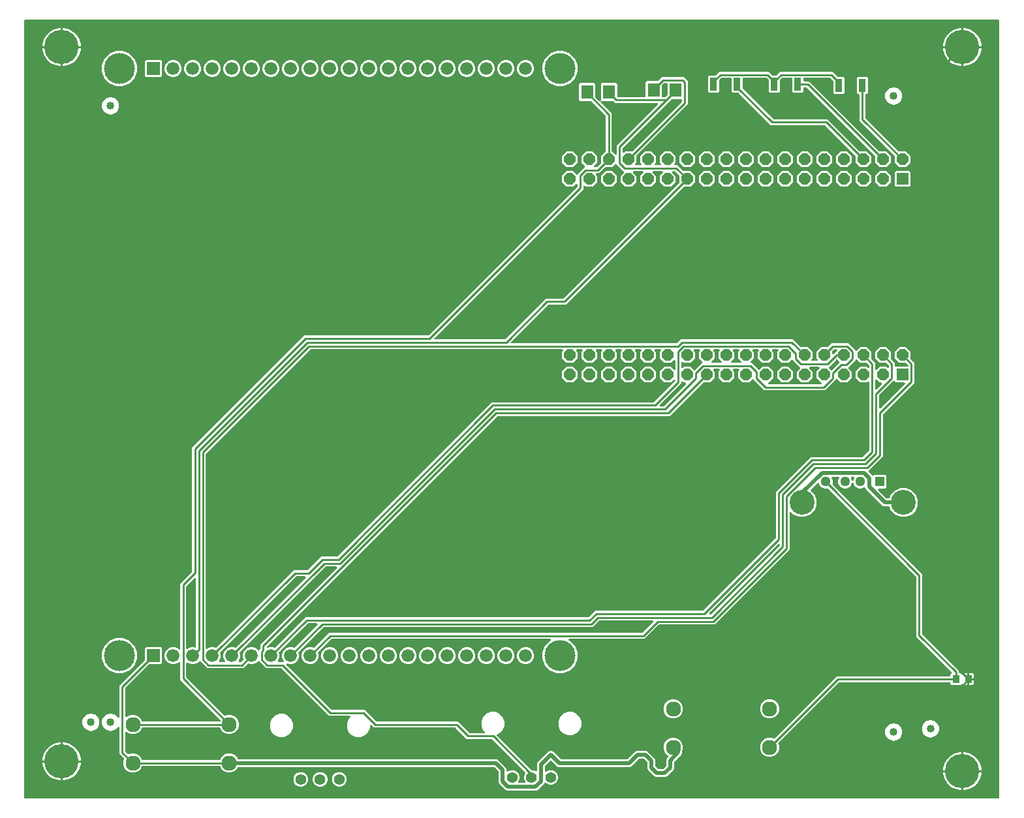
<source format=gbr>
G04 EAGLE Gerber RS-274X export*
G75*
%MOMM*%
%FSLAX34Y34*%
%LPD*%
%INTop Copper*%
%IPPOS*%
%AMOC8*
5,1,8,0,0,1.08239X$1,22.5*%
G01*
G04 Define Apertures*
%ADD10R,1.524000X1.524000*%
%ADD11P,1.64956X8X202.5*%
%ADD12R,1.288000X1.288000*%
%ADD13C,1.288000*%
%ADD14C,3.220000*%
%ADD15R,1.676400X1.676400*%
%ADD16C,1.676400*%
%ADD17C,4.016000*%
%ADD18C,1.400000*%
%ADD19C,1.960000*%
%ADD20R,1.600000X1.803000*%
%ADD21C,4.445000*%
%ADD22C,1.016000*%
%ADD23R,0.949959X1.031241*%
%ADD24R,0.961800X1.711800*%
%ADD25C,0.254000*%
%ADD26C,0.508000*%
G36*
X1266685Y2641D02*
X1266190Y2540D01*
X3810Y2540D01*
X3352Y2625D01*
X2926Y2898D01*
X2641Y3315D01*
X2540Y3810D01*
X2540Y1012190D01*
X2625Y1012648D01*
X2898Y1013074D01*
X3315Y1013359D01*
X3810Y1013460D01*
X1266190Y1013460D01*
X1266648Y1013375D01*
X1267074Y1013102D01*
X1267359Y1012685D01*
X1267460Y1012190D01*
X1267460Y3810D01*
X1267375Y3352D01*
X1267102Y2926D01*
X1266685Y2641D01*
G37*
%LPC*%
G36*
X1194435Y979170D02*
X1217930Y979170D01*
X1217930Y1002665D01*
X1215940Y1002665D01*
X1209641Y1000977D01*
X1203994Y997717D01*
X1199383Y993106D01*
X1196123Y987459D01*
X1194435Y981160D01*
X1194435Y979170D01*
G37*
G36*
X26035Y979170D02*
X49530Y979170D01*
X49530Y1002665D01*
X47540Y1002665D01*
X41241Y1000977D01*
X35594Y997717D01*
X30983Y993106D01*
X27723Y987459D01*
X26035Y981160D01*
X26035Y979170D01*
G37*
G36*
X52070Y979170D02*
X75565Y979170D01*
X75565Y981160D01*
X73877Y987459D01*
X70617Y993106D01*
X66006Y997717D01*
X60359Y1000977D01*
X54060Y1002665D01*
X52070Y1002665D01*
X52070Y979170D01*
G37*
G36*
X1220470Y979170D02*
X1243965Y979170D01*
X1243965Y981160D01*
X1242277Y987459D01*
X1239017Y993106D01*
X1234406Y997717D01*
X1228759Y1000977D01*
X1222460Y1002665D01*
X1220470Y1002665D01*
X1220470Y979170D01*
G37*
G36*
X1220470Y953135D02*
X1222460Y953135D01*
X1228759Y954823D01*
X1234406Y958083D01*
X1239017Y962694D01*
X1242277Y968341D01*
X1243965Y974640D01*
X1243965Y976630D01*
X1220470Y976630D01*
X1220470Y953135D01*
G37*
G36*
X1215940Y953135D02*
X1217930Y953135D01*
X1217930Y976630D01*
X1194435Y976630D01*
X1194435Y974640D01*
X1196123Y968341D01*
X1199383Y962694D01*
X1203994Y958083D01*
X1209641Y954823D01*
X1215940Y953135D01*
G37*
G36*
X52070Y953135D02*
X54060Y953135D01*
X60359Y954823D01*
X66006Y958083D01*
X70617Y962694D01*
X73877Y968341D01*
X75565Y974640D01*
X75565Y976630D01*
X52070Y976630D01*
X52070Y953135D01*
G37*
G36*
X47540Y953135D02*
X49530Y953135D01*
X49530Y976630D01*
X26035Y976630D01*
X26035Y974640D01*
X27723Y968341D01*
X30983Y962694D01*
X35594Y958083D01*
X41241Y954823D01*
X47540Y953135D01*
G37*
G36*
X692731Y927340D02*
X701729Y927340D01*
X710043Y930784D01*
X716406Y937147D01*
X719850Y945461D01*
X719850Y954459D01*
X716406Y962773D01*
X710043Y969136D01*
X701729Y972580D01*
X692731Y972580D01*
X684417Y969136D01*
X678054Y962773D01*
X674610Y954459D01*
X674610Y945461D01*
X678054Y937147D01*
X684417Y930784D01*
X692731Y927340D01*
G37*
G36*
X121231Y927340D02*
X130229Y927340D01*
X138543Y930784D01*
X144906Y937147D01*
X148350Y945461D01*
X148350Y954459D01*
X144906Y962773D01*
X138543Y969136D01*
X130229Y972580D01*
X121231Y972580D01*
X112917Y969136D01*
X106554Y962773D01*
X103110Y954459D01*
X103110Y945461D01*
X106554Y937147D01*
X112917Y930784D01*
X121231Y927340D01*
G37*
G36*
X599807Y939038D02*
X604153Y939038D01*
X608167Y940701D01*
X611239Y943773D01*
X612902Y947787D01*
X612902Y952133D01*
X611239Y956147D01*
X608167Y959219D01*
X604153Y960882D01*
X599807Y960882D01*
X595793Y959219D01*
X592721Y956147D01*
X591058Y952133D01*
X591058Y947787D01*
X592721Y943773D01*
X595793Y940701D01*
X599807Y939038D01*
G37*
G36*
X574407Y939038D02*
X578753Y939038D01*
X582767Y940701D01*
X585839Y943773D01*
X587502Y947787D01*
X587502Y952133D01*
X585839Y956147D01*
X582767Y959219D01*
X578753Y960882D01*
X574407Y960882D01*
X570393Y959219D01*
X567321Y956147D01*
X565658Y952133D01*
X565658Y947787D01*
X567321Y943773D01*
X570393Y940701D01*
X574407Y939038D01*
G37*
G36*
X549007Y939038D02*
X553353Y939038D01*
X557367Y940701D01*
X560439Y943773D01*
X562102Y947787D01*
X562102Y952133D01*
X560439Y956147D01*
X557367Y959219D01*
X553353Y960882D01*
X549007Y960882D01*
X544993Y959219D01*
X541921Y956147D01*
X540258Y952133D01*
X540258Y947787D01*
X541921Y943773D01*
X544993Y940701D01*
X549007Y939038D01*
G37*
G36*
X523607Y939038D02*
X527953Y939038D01*
X531967Y940701D01*
X535039Y943773D01*
X536702Y947787D01*
X536702Y952133D01*
X535039Y956147D01*
X531967Y959219D01*
X527953Y960882D01*
X523607Y960882D01*
X519593Y959219D01*
X516521Y956147D01*
X514858Y952133D01*
X514858Y947787D01*
X516521Y943773D01*
X519593Y940701D01*
X523607Y939038D01*
G37*
G36*
X498207Y939038D02*
X502553Y939038D01*
X506567Y940701D01*
X509639Y943773D01*
X511302Y947787D01*
X511302Y952133D01*
X509639Y956147D01*
X506567Y959219D01*
X502553Y960882D01*
X498207Y960882D01*
X494193Y959219D01*
X491121Y956147D01*
X489458Y952133D01*
X489458Y947787D01*
X491121Y943773D01*
X494193Y940701D01*
X498207Y939038D01*
G37*
G36*
X472807Y939038D02*
X477153Y939038D01*
X481167Y940701D01*
X484239Y943773D01*
X485902Y947787D01*
X485902Y952133D01*
X484239Y956147D01*
X481167Y959219D01*
X477153Y960882D01*
X472807Y960882D01*
X468793Y959219D01*
X465721Y956147D01*
X464058Y952133D01*
X464058Y947787D01*
X465721Y943773D01*
X468793Y940701D01*
X472807Y939038D01*
G37*
G36*
X447407Y939038D02*
X451753Y939038D01*
X455767Y940701D01*
X458839Y943773D01*
X460502Y947787D01*
X460502Y952133D01*
X458839Y956147D01*
X455767Y959219D01*
X451753Y960882D01*
X447407Y960882D01*
X443393Y959219D01*
X440321Y956147D01*
X438658Y952133D01*
X438658Y947787D01*
X440321Y943773D01*
X443393Y940701D01*
X447407Y939038D01*
G37*
G36*
X422007Y939038D02*
X426353Y939038D01*
X430367Y940701D01*
X433439Y943773D01*
X435102Y947787D01*
X435102Y952133D01*
X433439Y956147D01*
X430367Y959219D01*
X426353Y960882D01*
X422007Y960882D01*
X417993Y959219D01*
X414921Y956147D01*
X413258Y952133D01*
X413258Y947787D01*
X414921Y943773D01*
X417993Y940701D01*
X422007Y939038D01*
G37*
G36*
X396607Y939038D02*
X400953Y939038D01*
X404967Y940701D01*
X408039Y943773D01*
X409702Y947787D01*
X409702Y952133D01*
X408039Y956147D01*
X404967Y959219D01*
X400953Y960882D01*
X396607Y960882D01*
X392593Y959219D01*
X389521Y956147D01*
X387858Y952133D01*
X387858Y947787D01*
X389521Y943773D01*
X392593Y940701D01*
X396607Y939038D01*
G37*
G36*
X371207Y939038D02*
X375553Y939038D01*
X379567Y940701D01*
X382639Y943773D01*
X384302Y947787D01*
X384302Y952133D01*
X382639Y956147D01*
X379567Y959219D01*
X375553Y960882D01*
X371207Y960882D01*
X367193Y959219D01*
X364121Y956147D01*
X362458Y952133D01*
X362458Y947787D01*
X364121Y943773D01*
X367193Y940701D01*
X371207Y939038D01*
G37*
G36*
X345807Y939038D02*
X350153Y939038D01*
X354167Y940701D01*
X357239Y943773D01*
X358902Y947787D01*
X358902Y952133D01*
X357239Y956147D01*
X354167Y959219D01*
X350153Y960882D01*
X345807Y960882D01*
X341793Y959219D01*
X338721Y956147D01*
X337058Y952133D01*
X337058Y947787D01*
X338721Y943773D01*
X341793Y940701D01*
X345807Y939038D01*
G37*
G36*
X320407Y939038D02*
X324753Y939038D01*
X328767Y940701D01*
X331839Y943773D01*
X333502Y947787D01*
X333502Y952133D01*
X331839Y956147D01*
X328767Y959219D01*
X324753Y960882D01*
X320407Y960882D01*
X316393Y959219D01*
X313321Y956147D01*
X311658Y952133D01*
X311658Y947787D01*
X313321Y943773D01*
X316393Y940701D01*
X320407Y939038D01*
G37*
G36*
X295007Y939038D02*
X299353Y939038D01*
X303367Y940701D01*
X306439Y943773D01*
X308102Y947787D01*
X308102Y952133D01*
X306439Y956147D01*
X303367Y959219D01*
X299353Y960882D01*
X295007Y960882D01*
X290993Y959219D01*
X287921Y956147D01*
X286258Y952133D01*
X286258Y947787D01*
X287921Y943773D01*
X290993Y940701D01*
X295007Y939038D01*
G37*
G36*
X269607Y939038D02*
X273953Y939038D01*
X277967Y940701D01*
X281039Y943773D01*
X282702Y947787D01*
X282702Y952133D01*
X281039Y956147D01*
X277967Y959219D01*
X273953Y960882D01*
X269607Y960882D01*
X265593Y959219D01*
X262521Y956147D01*
X260858Y952133D01*
X260858Y947787D01*
X262521Y943773D01*
X265593Y940701D01*
X269607Y939038D01*
G37*
G36*
X244207Y939038D02*
X248553Y939038D01*
X252567Y940701D01*
X255639Y943773D01*
X257302Y947787D01*
X257302Y952133D01*
X255639Y956147D01*
X252567Y959219D01*
X248553Y960882D01*
X244207Y960882D01*
X240193Y959219D01*
X237121Y956147D01*
X235458Y952133D01*
X235458Y947787D01*
X237121Y943773D01*
X240193Y940701D01*
X244207Y939038D01*
G37*
G36*
X218807Y939038D02*
X223153Y939038D01*
X227167Y940701D01*
X230239Y943773D01*
X231902Y947787D01*
X231902Y952133D01*
X230239Y956147D01*
X227167Y959219D01*
X223153Y960882D01*
X218807Y960882D01*
X214793Y959219D01*
X211721Y956147D01*
X210058Y952133D01*
X210058Y947787D01*
X211721Y943773D01*
X214793Y940701D01*
X218807Y939038D01*
G37*
G36*
X193407Y939038D02*
X197753Y939038D01*
X201767Y940701D01*
X204839Y943773D01*
X206502Y947787D01*
X206502Y952133D01*
X204839Y956147D01*
X201767Y959219D01*
X197753Y960882D01*
X193407Y960882D01*
X189393Y959219D01*
X186321Y956147D01*
X184658Y952133D01*
X184658Y947787D01*
X186321Y943773D01*
X189393Y940701D01*
X193407Y939038D01*
G37*
G36*
X160746Y939038D02*
X179614Y939038D01*
X181102Y940526D01*
X181102Y959394D01*
X179614Y960882D01*
X160746Y960882D01*
X159258Y959394D01*
X159258Y940526D01*
X160746Y939038D01*
G37*
G36*
X625207Y939038D02*
X629553Y939038D01*
X633567Y940701D01*
X636639Y943773D01*
X638302Y947787D01*
X638302Y952133D01*
X636639Y956147D01*
X633567Y959219D01*
X629553Y960882D01*
X625207Y960882D01*
X621193Y959219D01*
X618121Y956147D01*
X616458Y952133D01*
X616458Y947787D01*
X618121Y943773D01*
X621193Y940701D01*
X625207Y939038D01*
G37*
G36*
X650607Y939038D02*
X654953Y939038D01*
X658967Y940701D01*
X662039Y943773D01*
X663702Y947787D01*
X663702Y952133D01*
X662039Y956147D01*
X658967Y959219D01*
X654953Y960882D01*
X650607Y960882D01*
X646593Y959219D01*
X643521Y956147D01*
X641858Y952133D01*
X641858Y947787D01*
X643521Y943773D01*
X646593Y940701D01*
X650607Y939038D01*
G37*
G36*
X1086719Y821815D02*
X1095136Y821815D01*
X1101088Y827767D01*
X1101088Y836183D01*
X1095136Y842135D01*
X1086682Y842135D01*
X1086205Y842228D01*
X1085784Y842507D01*
X1044143Y884148D01*
X974766Y884148D01*
X974290Y884241D01*
X973868Y884520D01*
X934831Y923557D01*
X934560Y923960D01*
X934459Y924455D01*
X934459Y936929D01*
X934544Y937387D01*
X934817Y937813D01*
X935234Y938098D01*
X935729Y938199D01*
X964627Y938199D01*
X965103Y938106D01*
X965525Y937827D01*
X967629Y935723D01*
X967900Y935320D01*
X968001Y934825D01*
X968001Y920029D01*
X969489Y918541D01*
X981211Y918541D01*
X982699Y920029D01*
X982699Y934825D01*
X982792Y935301D01*
X983071Y935723D01*
X985175Y937827D01*
X985578Y938098D01*
X986073Y938199D01*
X997231Y938199D01*
X997689Y938114D01*
X998115Y937841D01*
X998400Y937424D01*
X998501Y936929D01*
X998501Y920029D01*
X999989Y918541D01*
X1011711Y918541D01*
X1013199Y920029D01*
X1013199Y924560D01*
X1013284Y925018D01*
X1013557Y925444D01*
X1013974Y925729D01*
X1014469Y925830D01*
X1016559Y925830D01*
X1017035Y925737D01*
X1017457Y925458D01*
X1105796Y837119D01*
X1106067Y836716D01*
X1106168Y836221D01*
X1106168Y827767D01*
X1112119Y821815D01*
X1120536Y821815D01*
X1126488Y827767D01*
X1126488Y836183D01*
X1120536Y842135D01*
X1112082Y842135D01*
X1111605Y842228D01*
X1111184Y842507D01*
X1020241Y933450D01*
X1014469Y933450D01*
X1014011Y933535D01*
X1013585Y933808D01*
X1013300Y934225D01*
X1013199Y934720D01*
X1013199Y936929D01*
X1013284Y937387D01*
X1013557Y937813D01*
X1013974Y938098D01*
X1014469Y938199D01*
X1047177Y938199D01*
X1047653Y938106D01*
X1048075Y937827D01*
X1051449Y934453D01*
X1051720Y934050D01*
X1051821Y933555D01*
X1051821Y918759D01*
X1053309Y917271D01*
X1065031Y917271D01*
X1066519Y918759D01*
X1066519Y937981D01*
X1065031Y939469D01*
X1057735Y939469D01*
X1057259Y939562D01*
X1056837Y939841D01*
X1050859Y945819D01*
X982391Y945819D01*
X977683Y941111D01*
X977280Y940840D01*
X976785Y940739D01*
X973915Y940739D01*
X973439Y940832D01*
X973017Y941111D01*
X968309Y945819D01*
X903651Y945819D01*
X898943Y941111D01*
X898540Y940840D01*
X898045Y940739D01*
X890749Y940739D01*
X889261Y939251D01*
X889261Y920029D01*
X890749Y918541D01*
X902471Y918541D01*
X903959Y920029D01*
X903959Y934825D01*
X904052Y935301D01*
X904331Y935723D01*
X906435Y937827D01*
X906838Y938098D01*
X907333Y938199D01*
X918491Y938199D01*
X918949Y938114D01*
X919375Y937841D01*
X919660Y937424D01*
X919761Y936929D01*
X919761Y920029D01*
X921249Y918541D01*
X928545Y918541D01*
X929021Y918448D01*
X929443Y918169D01*
X971084Y876528D01*
X1040461Y876528D01*
X1040937Y876435D01*
X1041359Y876156D01*
X1080396Y837119D01*
X1080667Y836716D01*
X1080768Y836221D01*
X1080768Y827767D01*
X1086719Y821815D01*
G37*
G36*
X1137519Y821815D02*
X1145936Y821815D01*
X1151888Y827767D01*
X1151888Y836183D01*
X1145936Y842135D01*
X1137482Y842135D01*
X1137005Y842228D01*
X1136584Y842507D01*
X1093852Y885239D01*
X1093581Y885642D01*
X1093480Y886137D01*
X1093480Y916001D01*
X1093565Y916459D01*
X1093838Y916885D01*
X1094255Y917170D01*
X1094750Y917271D01*
X1095531Y917271D01*
X1097019Y918759D01*
X1097019Y937981D01*
X1095531Y939469D01*
X1083809Y939469D01*
X1082321Y937981D01*
X1082321Y918759D01*
X1083809Y917271D01*
X1084590Y917271D01*
X1085048Y917186D01*
X1085474Y916913D01*
X1085759Y916496D01*
X1085860Y916001D01*
X1085860Y882455D01*
X1131196Y837119D01*
X1131467Y836716D01*
X1131568Y836221D01*
X1131568Y827767D01*
X1137519Y821815D01*
G37*
G36*
X628986Y12700D02*
X666414Y12700D01*
X668281Y13473D01*
X676787Y21979D01*
X676939Y22346D01*
X677186Y22729D01*
X677598Y23022D01*
X678092Y23130D01*
X678589Y23037D01*
X679010Y22758D01*
X679996Y21772D01*
X683502Y20320D01*
X687298Y20320D01*
X690804Y21772D01*
X693488Y24456D01*
X694940Y27962D01*
X694940Y31758D01*
X693488Y35264D01*
X690804Y37948D01*
X687298Y39400D01*
X683502Y39400D01*
X679996Y37948D01*
X679728Y37680D01*
X679362Y37425D01*
X678870Y37308D01*
X678372Y37393D01*
X677946Y37665D01*
X677661Y38082D01*
X677560Y38578D01*
X677560Y44246D01*
X677653Y44723D01*
X677932Y45144D01*
X684426Y51638D01*
X684810Y51901D01*
X685304Y52010D01*
X685800Y51917D01*
X686222Y51638D01*
X693506Y44353D01*
X695373Y43580D01*
X787987Y43580D01*
X789854Y44353D01*
X799769Y54268D01*
X800171Y54539D01*
X800667Y54640D01*
X805413Y54640D01*
X805890Y54547D01*
X806312Y54268D01*
X810508Y50072D01*
X810779Y49669D01*
X810880Y49173D01*
X810880Y41626D01*
X811653Y39759D01*
X820159Y31253D01*
X822026Y30480D01*
X834054Y30480D01*
X835921Y31253D01*
X844427Y39759D01*
X845200Y41626D01*
X845200Y49173D01*
X845293Y49650D01*
X845572Y50072D01*
X855095Y59594D01*
X855868Y61461D01*
X855868Y63482D01*
X855815Y63610D01*
X855719Y64086D01*
X855815Y64582D01*
X856620Y66525D01*
X856620Y71435D01*
X854741Y75970D01*
X851270Y79441D01*
X846735Y81320D01*
X841825Y81320D01*
X837290Y79441D01*
X833819Y75970D01*
X831940Y71435D01*
X831940Y66525D01*
X833819Y61990D01*
X837347Y58462D01*
X837586Y58307D01*
X837879Y57895D01*
X837987Y57402D01*
X837894Y56905D01*
X837615Y56483D01*
X835813Y54681D01*
X835040Y52814D01*
X835040Y45267D01*
X834947Y44790D01*
X834668Y44369D01*
X831312Y41012D01*
X830909Y40741D01*
X830413Y40640D01*
X825667Y40640D01*
X825190Y40733D01*
X824769Y41012D01*
X821412Y44369D01*
X821141Y44771D01*
X821040Y45267D01*
X821040Y52814D01*
X820267Y54681D01*
X810921Y64027D01*
X809054Y64800D01*
X797026Y64800D01*
X795159Y64027D01*
X785244Y54112D01*
X784841Y53841D01*
X784346Y53740D01*
X699014Y53740D01*
X698537Y53833D01*
X698116Y54112D01*
X688201Y64027D01*
X686334Y64800D01*
X684313Y64800D01*
X682446Y64027D01*
X668173Y49754D01*
X667400Y47887D01*
X667400Y39187D01*
X667318Y38739D01*
X667049Y38311D01*
X666635Y38022D01*
X666140Y37917D01*
X665644Y38014D01*
X662298Y39400D01*
X660928Y39400D01*
X660452Y39493D01*
X660030Y39772D01*
X615860Y83942D01*
X615601Y84317D01*
X615489Y84810D01*
X615577Y85307D01*
X615853Y85731D01*
X616272Y86013D01*
X618919Y87110D01*
X623150Y91341D01*
X625440Y96868D01*
X625440Y102852D01*
X623150Y108379D01*
X618919Y112610D01*
X613392Y114900D01*
X607408Y114900D01*
X601881Y112610D01*
X597650Y108379D01*
X595360Y102852D01*
X595360Y96868D01*
X597650Y91341D01*
X599462Y89528D01*
X599717Y89162D01*
X599834Y88670D01*
X599749Y88172D01*
X599476Y87746D01*
X599060Y87461D01*
X598564Y87360D01*
X580348Y87360D01*
X579872Y87453D01*
X579450Y87732D01*
X564932Y102250D01*
X460130Y102250D01*
X459653Y102343D01*
X459232Y102622D01*
X444414Y117440D01*
X401554Y117440D01*
X401078Y117533D01*
X400656Y117812D01*
X342850Y175619D01*
X342599Y175975D01*
X342479Y176466D01*
X342559Y176965D01*
X342828Y177393D01*
X343243Y177682D01*
X343738Y177787D01*
X344234Y177690D01*
X345807Y177038D01*
X350153Y177038D01*
X354167Y178701D01*
X357239Y181773D01*
X358902Y185787D01*
X358902Y190132D01*
X358242Y191725D01*
X358146Y192191D01*
X358238Y192688D01*
X358518Y193109D01*
X389951Y224543D01*
X390354Y224814D01*
X390849Y224915D01*
X739409Y224915D01*
X747717Y233223D01*
X748119Y233494D01*
X748615Y233595D01*
X816850Y233595D01*
X817289Y233517D01*
X817719Y233251D01*
X818012Y232839D01*
X818120Y232345D01*
X818028Y231848D01*
X817748Y231427D01*
X804167Y217845D01*
X803764Y217574D01*
X803269Y217473D01*
X397505Y217473D01*
X378529Y198498D01*
X378136Y198230D01*
X377641Y198126D01*
X377145Y198222D01*
X375552Y198882D01*
X371207Y198882D01*
X367193Y197219D01*
X364121Y194147D01*
X362458Y190133D01*
X362458Y185787D01*
X364121Y181773D01*
X367193Y178701D01*
X371207Y177038D01*
X375553Y177038D01*
X379567Y178701D01*
X382639Y181773D01*
X384302Y185787D01*
X384302Y190132D01*
X383642Y191725D01*
X383546Y192191D01*
X383638Y192688D01*
X383918Y193109D01*
X400290Y209481D01*
X400692Y209753D01*
X401188Y209853D01*
X684592Y209853D01*
X685021Y209779D01*
X685453Y209517D01*
X685749Y209107D01*
X685861Y208614D01*
X685773Y208116D01*
X685497Y207693D01*
X685078Y207410D01*
X684417Y207136D01*
X678054Y200773D01*
X674610Y192459D01*
X674610Y183461D01*
X678054Y175147D01*
X684417Y168784D01*
X692731Y165340D01*
X701729Y165340D01*
X710043Y168784D01*
X716406Y175147D01*
X719850Y183461D01*
X719850Y192459D01*
X716406Y200773D01*
X710043Y207136D01*
X709382Y207410D01*
X709014Y207643D01*
X708715Y208051D01*
X708599Y208543D01*
X708684Y209041D01*
X708956Y209467D01*
X709373Y209753D01*
X709868Y209853D01*
X806951Y209853D01*
X825241Y228143D01*
X825644Y228414D01*
X826139Y228515D01*
X898039Y228515D01*
X995288Y325764D01*
X995288Y373336D01*
X995366Y373775D01*
X995632Y374205D01*
X996044Y374497D01*
X996538Y374606D01*
X997034Y374513D01*
X997456Y374234D01*
X1000829Y370860D01*
X1007680Y368023D01*
X1015096Y368023D01*
X1021946Y370860D01*
X1027190Y376104D01*
X1030028Y382955D01*
X1030028Y390370D01*
X1027190Y397221D01*
X1022712Y401699D01*
X1022449Y402083D01*
X1022341Y402577D01*
X1022433Y403074D01*
X1022712Y403495D01*
X1031203Y411986D01*
X1031578Y412245D01*
X1032071Y412357D01*
X1032569Y412269D01*
X1032992Y411993D01*
X1033275Y411574D01*
X1034475Y408676D01*
X1037001Y406150D01*
X1040301Y404783D01*
X1043874Y404783D01*
X1044367Y404987D01*
X1044833Y405083D01*
X1045329Y404991D01*
X1045751Y404712D01*
X1159138Y291324D01*
X1159409Y290922D01*
X1159510Y290426D01*
X1159510Y213005D01*
X1162114Y210401D01*
X1205470Y167045D01*
X1205733Y166661D01*
X1205842Y166167D01*
X1205749Y165670D01*
X1205470Y165249D01*
X1203909Y163688D01*
X1203909Y162560D01*
X1203824Y162102D01*
X1203551Y161676D01*
X1203135Y161391D01*
X1202639Y161290D01*
X1056202Y161290D01*
X975515Y80603D01*
X975121Y80335D01*
X974627Y80231D01*
X974131Y80328D01*
X971735Y81320D01*
X966825Y81320D01*
X962290Y79441D01*
X958819Y75970D01*
X956940Y71435D01*
X956940Y66525D01*
X958819Y61990D01*
X962290Y58519D01*
X966825Y56640D01*
X971735Y56640D01*
X976270Y58519D01*
X979741Y61990D01*
X981620Y66525D01*
X981620Y71435D01*
X980628Y73831D01*
X980531Y74296D01*
X980624Y74793D01*
X980903Y75215D01*
X1058986Y153298D01*
X1059389Y153569D01*
X1059884Y153670D01*
X1202639Y153670D01*
X1203097Y153585D01*
X1203523Y153312D01*
X1203809Y152895D01*
X1203909Y152400D01*
X1203909Y151272D01*
X1205397Y149784D01*
X1217001Y149784D01*
X1218302Y151085D01*
X1218686Y151348D01*
X1219180Y151457D01*
X1219677Y151364D01*
X1220098Y151085D01*
X1221399Y149784D01*
X1225931Y149784D01*
X1225931Y165176D01*
X1221399Y165176D01*
X1220098Y163875D01*
X1219714Y163612D01*
X1219220Y163503D01*
X1218723Y163596D01*
X1218302Y163875D01*
X1217001Y165176D01*
X1216279Y165176D01*
X1215821Y165262D01*
X1215395Y165534D01*
X1215110Y165951D01*
X1215009Y166446D01*
X1215009Y168282D01*
X1167502Y215789D01*
X1167231Y216192D01*
X1167130Y216687D01*
X1167130Y294109D01*
X1051139Y410100D01*
X1050872Y410493D01*
X1050767Y410988D01*
X1050864Y411484D01*
X1051068Y411977D01*
X1051068Y415549D01*
X1049867Y418447D01*
X1049771Y418892D01*
X1049856Y419391D01*
X1050129Y419816D01*
X1050545Y420102D01*
X1051041Y420203D01*
X1058135Y420203D01*
X1058583Y420121D01*
X1059011Y419852D01*
X1059300Y419437D01*
X1059405Y418943D01*
X1059308Y418447D01*
X1058108Y415549D01*
X1058108Y411976D01*
X1059475Y408676D01*
X1062001Y406150D01*
X1065301Y404783D01*
X1068874Y404783D01*
X1072174Y406150D01*
X1074701Y408676D01*
X1075914Y411606D01*
X1076155Y411982D01*
X1076565Y412278D01*
X1077057Y412390D01*
X1077555Y412301D01*
X1077979Y412025D01*
X1078261Y411606D01*
X1079475Y408676D01*
X1082001Y406150D01*
X1085301Y404783D01*
X1088874Y404783D01*
X1092163Y406145D01*
X1092618Y406241D01*
X1093116Y406152D01*
X1093539Y405877D01*
X1093822Y405458D01*
X1094301Y404301D01*
X1116246Y382356D01*
X1118113Y381583D01*
X1123868Y381583D01*
X1124335Y381494D01*
X1124758Y381218D01*
X1125041Y380799D01*
X1126986Y376104D01*
X1132229Y370860D01*
X1139080Y368023D01*
X1146496Y368023D01*
X1153346Y370860D01*
X1158590Y376104D01*
X1161428Y382955D01*
X1161428Y390370D01*
X1158590Y397221D01*
X1153346Y402465D01*
X1146496Y405303D01*
X1139080Y405303D01*
X1132229Y402465D01*
X1126986Y397221D01*
X1125041Y392527D01*
X1124780Y392129D01*
X1124363Y391843D01*
X1123868Y391743D01*
X1121754Y391743D01*
X1121277Y391836D01*
X1120856Y392115D01*
X1110356Y402615D01*
X1110101Y402980D01*
X1109984Y403472D01*
X1110069Y403971D01*
X1110341Y404396D01*
X1110758Y404682D01*
X1111254Y404783D01*
X1119580Y404783D01*
X1121068Y406271D01*
X1121068Y421255D01*
X1119580Y422743D01*
X1104596Y422743D01*
X1103988Y422135D01*
X1103604Y421871D01*
X1103110Y421763D01*
X1102613Y421856D01*
X1102192Y422135D01*
X1097823Y426503D01*
X1097560Y426887D01*
X1097452Y427381D01*
X1097544Y427878D01*
X1097823Y428299D01*
X1116328Y446804D01*
X1116328Y500633D01*
X1116421Y501109D01*
X1116700Y501531D01*
X1156968Y541799D01*
X1156968Y568123D01*
X1152260Y572831D01*
X1151988Y573234D01*
X1151888Y573729D01*
X1151888Y582183D01*
X1145936Y588135D01*
X1137519Y588135D01*
X1131568Y582183D01*
X1131568Y573767D01*
X1137519Y567815D01*
X1145974Y567815D01*
X1146450Y567722D01*
X1146872Y567443D01*
X1148976Y565339D01*
X1149247Y564936D01*
X1149348Y564441D01*
X1149348Y564005D01*
X1149262Y563547D01*
X1148990Y563121D01*
X1148573Y562836D01*
X1148078Y562735D01*
X1132838Y562735D01*
X1132380Y562820D01*
X1131954Y563093D01*
X1131668Y563510D01*
X1131568Y564005D01*
X1131568Y568123D01*
X1126860Y572831D01*
X1126588Y573234D01*
X1126488Y573729D01*
X1126488Y582183D01*
X1120536Y588135D01*
X1112119Y588135D01*
X1106168Y582183D01*
X1106168Y573767D01*
X1112119Y567815D01*
X1120574Y567815D01*
X1121050Y567722D01*
X1121472Y567443D01*
X1123576Y565339D01*
X1123847Y564936D01*
X1123948Y564441D01*
X1123948Y562389D01*
X1123870Y561951D01*
X1123604Y561520D01*
X1123192Y561228D01*
X1122698Y561120D01*
X1122201Y561212D01*
X1121780Y561491D01*
X1120536Y562735D01*
X1112119Y562735D01*
X1108336Y558951D01*
X1107970Y558696D01*
X1107478Y558580D01*
X1106980Y558665D01*
X1106554Y558937D01*
X1106268Y559354D01*
X1106168Y559850D01*
X1106168Y568123D01*
X1101460Y572831D01*
X1101188Y573234D01*
X1101088Y573729D01*
X1101088Y582183D01*
X1095136Y588135D01*
X1086719Y588135D01*
X1082718Y584134D01*
X1082334Y583870D01*
X1081840Y583762D01*
X1081343Y583854D01*
X1080922Y584134D01*
X1071840Y593215D01*
X1049980Y593215D01*
X1045272Y588507D01*
X1044869Y588236D01*
X1044374Y588135D01*
X1035919Y588135D01*
X1029968Y582183D01*
X1029968Y573767D01*
X1031211Y572523D01*
X1031466Y572157D01*
X1031583Y571665D01*
X1031498Y571167D01*
X1031226Y570741D01*
X1030809Y570456D01*
X1030313Y570355D01*
X1024542Y570355D01*
X1024103Y570433D01*
X1023673Y570699D01*
X1023381Y571111D01*
X1023272Y571605D01*
X1023365Y572102D01*
X1023644Y572523D01*
X1024888Y573767D01*
X1024888Y582183D01*
X1018936Y588135D01*
X1010482Y588135D01*
X1010005Y588228D01*
X1009584Y588507D01*
X999796Y598295D01*
X853911Y598295D01*
X849203Y593587D01*
X848800Y593316D01*
X848305Y593215D01*
X634689Y593215D01*
X634250Y593293D01*
X633820Y593559D01*
X633528Y593971D01*
X633419Y594465D01*
X633512Y594962D01*
X633791Y595383D01*
X682005Y643597D01*
X682408Y643868D01*
X682903Y643969D01*
X705110Y643969D01*
X857184Y796043D01*
X857587Y796314D01*
X858082Y796415D01*
X866536Y796415D01*
X872488Y802367D01*
X872488Y810783D01*
X866536Y816735D01*
X858082Y816735D01*
X857605Y816828D01*
X857184Y817107D01*
X849936Y824355D01*
X846742Y824355D01*
X846303Y824433D01*
X845873Y824699D01*
X845581Y825111D01*
X845472Y825605D01*
X845565Y826102D01*
X845844Y826523D01*
X847088Y827767D01*
X847088Y836183D01*
X841136Y842135D01*
X832719Y842135D01*
X826768Y836183D01*
X826768Y827767D01*
X828011Y826523D01*
X828266Y826157D01*
X828383Y825665D01*
X828298Y825167D01*
X828026Y824741D01*
X827609Y824456D01*
X827113Y824355D01*
X821342Y824355D01*
X820903Y824433D01*
X820473Y824699D01*
X820181Y825111D01*
X820072Y825605D01*
X820165Y826102D01*
X820444Y826523D01*
X821688Y827767D01*
X821688Y836183D01*
X815736Y842135D01*
X807319Y842135D01*
X801368Y836183D01*
X801368Y827767D01*
X802611Y826523D01*
X802866Y826157D01*
X802983Y825665D01*
X802898Y825167D01*
X802626Y824741D01*
X802209Y824456D01*
X801713Y824355D01*
X795942Y824355D01*
X795503Y824433D01*
X795073Y824699D01*
X794781Y825111D01*
X794672Y825605D01*
X794765Y826102D01*
X795044Y826523D01*
X796288Y827767D01*
X796288Y836221D01*
X796381Y836697D01*
X796660Y837119D01*
X862960Y903419D01*
X862960Y934191D01*
X858497Y938655D01*
X829132Y938655D01*
X824424Y933947D01*
X824021Y933676D01*
X823526Y933575D01*
X809848Y933575D01*
X808360Y932087D01*
X808360Y914275D01*
X808275Y913817D01*
X808002Y913391D01*
X807585Y913106D01*
X807090Y913005D01*
X772790Y913005D01*
X772332Y913090D01*
X771906Y913363D01*
X771621Y913780D01*
X771520Y914275D01*
X771520Y929547D01*
X770032Y931035D01*
X751928Y931035D01*
X750440Y929547D01*
X750440Y909019D01*
X750362Y908580D01*
X750096Y908150D01*
X749684Y907858D01*
X749190Y907749D01*
X748693Y907842D01*
X748272Y908121D01*
X743452Y912941D01*
X743181Y913344D01*
X743080Y913839D01*
X743080Y929547D01*
X741592Y931035D01*
X723488Y931035D01*
X722000Y929547D01*
X722000Y909413D01*
X723488Y907925D01*
X737166Y907925D01*
X737642Y907832D01*
X738064Y907553D01*
X756546Y889071D01*
X756817Y888668D01*
X756918Y888173D01*
X756918Y843059D01*
X756825Y842583D01*
X756546Y842161D01*
X750568Y836183D01*
X750568Y827729D01*
X750475Y827253D01*
X750196Y826831D01*
X745552Y822187D01*
X745149Y821916D01*
X744654Y821815D01*
X742602Y821815D01*
X742163Y821893D01*
X741733Y822159D01*
X741441Y822571D01*
X741332Y823065D01*
X741425Y823562D01*
X741704Y823983D01*
X745488Y827767D01*
X745488Y836183D01*
X739536Y842135D01*
X731119Y842135D01*
X725168Y836183D01*
X725168Y827767D01*
X729169Y823765D01*
X729433Y823381D01*
X729541Y822887D01*
X729448Y822391D01*
X729169Y821969D01*
X719934Y812734D01*
X719550Y812470D01*
X719056Y812362D01*
X718559Y812454D01*
X718138Y812734D01*
X714136Y816735D01*
X705719Y816735D01*
X699768Y810783D01*
X699768Y802367D01*
X705719Y796415D01*
X714136Y796415D01*
X717920Y800199D01*
X718285Y800454D01*
X718777Y800570D01*
X719276Y800485D01*
X719701Y800213D01*
X719987Y799796D01*
X720088Y799301D01*
X720088Y797249D01*
X719995Y796773D01*
X719716Y796351D01*
X527112Y603747D01*
X526709Y603476D01*
X526214Y603375D01*
X365716Y603375D01*
X220218Y457877D01*
X220218Y297379D01*
X220125Y296903D01*
X219846Y296481D01*
X204978Y281613D01*
X204978Y197074D01*
X204900Y196635D01*
X204634Y196205D01*
X204222Y195913D01*
X203728Y195804D01*
X203231Y195897D01*
X202810Y196176D01*
X201767Y197219D01*
X197753Y198882D01*
X193407Y198882D01*
X189393Y197219D01*
X186321Y194147D01*
X184658Y190133D01*
X184658Y185787D01*
X186321Y181773D01*
X189393Y178701D01*
X193407Y177038D01*
X197753Y177038D01*
X201767Y178701D01*
X202810Y179744D01*
X203176Y179999D01*
X203668Y180115D01*
X204166Y180031D01*
X204592Y179758D01*
X204877Y179341D01*
X204978Y178846D01*
X204978Y156534D01*
X256617Y104895D01*
X256885Y104501D01*
X256989Y104007D01*
X256892Y103511D01*
X256786Y103254D01*
X256525Y102856D01*
X256108Y102571D01*
X255613Y102470D01*
X155867Y102470D01*
X155400Y102559D01*
X154976Y102835D01*
X154694Y103254D01*
X153701Y105650D01*
X150230Y109121D01*
X145695Y111000D01*
X140785Y111000D01*
X136250Y109121D01*
X135608Y108479D01*
X135242Y108224D01*
X134750Y108108D01*
X134252Y108193D01*
X133826Y108465D01*
X133541Y108882D01*
X133440Y109377D01*
X133440Y145306D01*
X133533Y145782D01*
X133812Y146204D01*
X164274Y176666D01*
X164677Y176937D01*
X165172Y177038D01*
X179614Y177038D01*
X181102Y178526D01*
X181102Y197394D01*
X179614Y198882D01*
X160746Y198882D01*
X159258Y197394D01*
X159258Y182952D01*
X159165Y182476D01*
X158886Y182054D01*
X125820Y148988D01*
X125820Y108843D01*
X125767Y108482D01*
X125530Y108035D01*
X125137Y107717D01*
X124652Y107577D01*
X124150Y107638D01*
X123711Y107890D01*
X123406Y108292D01*
X123208Y108704D01*
X119243Y111865D01*
X114300Y112993D01*
X109357Y111865D01*
X105392Y108704D01*
X103192Y104135D01*
X103192Y99065D01*
X105392Y94496D01*
X109357Y91335D01*
X114300Y90207D01*
X119243Y91335D01*
X123208Y94496D01*
X123406Y94908D01*
X123610Y95211D01*
X124018Y95510D01*
X124510Y95626D01*
X125008Y95541D01*
X125434Y95269D01*
X125719Y94852D01*
X125820Y94357D01*
X125820Y60692D01*
X131617Y54895D01*
X131885Y54501D01*
X131989Y54007D01*
X131892Y53511D01*
X130900Y51115D01*
X130900Y46205D01*
X132779Y41670D01*
X136250Y38199D01*
X140785Y36320D01*
X145695Y36320D01*
X150230Y38199D01*
X153701Y41670D01*
X154694Y44066D01*
X154955Y44464D01*
X155372Y44749D01*
X155867Y44850D01*
X255613Y44850D01*
X256080Y44761D01*
X256504Y44485D01*
X256786Y44066D01*
X257779Y41670D01*
X261250Y38199D01*
X265785Y36320D01*
X270695Y36320D01*
X275230Y38199D01*
X278701Y41670D01*
X279168Y42796D01*
X279429Y43194D01*
X279846Y43479D01*
X280341Y43580D01*
X611626Y43580D01*
X612103Y43487D01*
X612524Y43208D01*
X617468Y38264D01*
X617739Y37861D01*
X617840Y37366D01*
X617840Y23846D01*
X618613Y21979D01*
X627119Y13473D01*
X628986Y12700D01*
G37*
G36*
X1125357Y904135D02*
X1130300Y903007D01*
X1135243Y904135D01*
X1139208Y907296D01*
X1141408Y911865D01*
X1141408Y916935D01*
X1139208Y921504D01*
X1135243Y924665D01*
X1130300Y925793D01*
X1125357Y924665D01*
X1121392Y921504D01*
X1119192Y916935D01*
X1119192Y911865D01*
X1121392Y907296D01*
X1125357Y904135D01*
G37*
G36*
X109357Y891435D02*
X114300Y890307D01*
X119243Y891435D01*
X123208Y894596D01*
X125408Y899165D01*
X125408Y904235D01*
X123208Y908804D01*
X119243Y911965D01*
X114300Y913093D01*
X109357Y911965D01*
X105392Y908804D01*
X103192Y904235D01*
X103192Y899165D01*
X105392Y894596D01*
X109357Y891435D01*
G37*
G36*
X1061319Y821815D02*
X1069736Y821815D01*
X1075688Y827767D01*
X1075688Y836183D01*
X1069736Y842135D01*
X1061319Y842135D01*
X1055368Y836183D01*
X1055368Y827767D01*
X1061319Y821815D01*
G37*
G36*
X1035919Y821815D02*
X1044336Y821815D01*
X1050288Y827767D01*
X1050288Y836183D01*
X1044336Y842135D01*
X1035919Y842135D01*
X1029968Y836183D01*
X1029968Y827767D01*
X1035919Y821815D01*
G37*
G36*
X1010519Y821815D02*
X1018936Y821815D01*
X1024888Y827767D01*
X1024888Y836183D01*
X1018936Y842135D01*
X1010519Y842135D01*
X1004568Y836183D01*
X1004568Y827767D01*
X1010519Y821815D01*
G37*
G36*
X985119Y821815D02*
X993536Y821815D01*
X999488Y827767D01*
X999488Y836183D01*
X993536Y842135D01*
X985119Y842135D01*
X979168Y836183D01*
X979168Y827767D01*
X985119Y821815D01*
G37*
G36*
X959719Y821815D02*
X968136Y821815D01*
X974088Y827767D01*
X974088Y836183D01*
X968136Y842135D01*
X959719Y842135D01*
X953768Y836183D01*
X953768Y827767D01*
X959719Y821815D01*
G37*
G36*
X934319Y821815D02*
X942736Y821815D01*
X948688Y827767D01*
X948688Y836183D01*
X942736Y842135D01*
X934319Y842135D01*
X928368Y836183D01*
X928368Y827767D01*
X934319Y821815D01*
G37*
G36*
X908919Y821815D02*
X917336Y821815D01*
X923288Y827767D01*
X923288Y836183D01*
X917336Y842135D01*
X908919Y842135D01*
X902968Y836183D01*
X902968Y827767D01*
X908919Y821815D01*
G37*
G36*
X883519Y821815D02*
X891936Y821815D01*
X897888Y827767D01*
X897888Y836183D01*
X891936Y842135D01*
X883519Y842135D01*
X877568Y836183D01*
X877568Y827767D01*
X883519Y821815D01*
G37*
G36*
X858119Y821815D02*
X866536Y821815D01*
X872488Y827767D01*
X872488Y836183D01*
X866536Y842135D01*
X858119Y842135D01*
X852168Y836183D01*
X852168Y827767D01*
X858119Y821815D01*
G37*
G36*
X705719Y821815D02*
X714136Y821815D01*
X720088Y827767D01*
X720088Y836183D01*
X714136Y842135D01*
X705719Y842135D01*
X699768Y836183D01*
X699768Y827767D01*
X705719Y821815D01*
G37*
G36*
X1133056Y796415D02*
X1150400Y796415D01*
X1151888Y797903D01*
X1151888Y815247D01*
X1150400Y816735D01*
X1133056Y816735D01*
X1131568Y815247D01*
X1131568Y797903D01*
X1133056Y796415D01*
G37*
G36*
X883519Y796415D02*
X891936Y796415D01*
X897888Y802367D01*
X897888Y810783D01*
X891936Y816735D01*
X883519Y816735D01*
X877568Y810783D01*
X877568Y802367D01*
X883519Y796415D01*
G37*
G36*
X1112119Y796415D02*
X1120536Y796415D01*
X1126488Y802367D01*
X1126488Y810783D01*
X1120536Y816735D01*
X1112119Y816735D01*
X1106168Y810783D01*
X1106168Y802367D01*
X1112119Y796415D01*
G37*
G36*
X1086719Y796415D02*
X1095136Y796415D01*
X1101088Y802367D01*
X1101088Y810783D01*
X1095136Y816735D01*
X1086719Y816735D01*
X1080768Y810783D01*
X1080768Y802367D01*
X1086719Y796415D01*
G37*
G36*
X1061319Y796415D02*
X1069736Y796415D01*
X1075688Y802367D01*
X1075688Y810783D01*
X1069736Y816735D01*
X1061319Y816735D01*
X1055368Y810783D01*
X1055368Y802367D01*
X1061319Y796415D01*
G37*
G36*
X1035919Y796415D02*
X1044336Y796415D01*
X1050288Y802367D01*
X1050288Y810783D01*
X1044336Y816735D01*
X1035919Y816735D01*
X1029968Y810783D01*
X1029968Y802367D01*
X1035919Y796415D01*
G37*
G36*
X1010519Y796415D02*
X1018936Y796415D01*
X1024888Y802367D01*
X1024888Y810783D01*
X1018936Y816735D01*
X1010519Y816735D01*
X1004568Y810783D01*
X1004568Y802367D01*
X1010519Y796415D01*
G37*
G36*
X985119Y796415D02*
X993536Y796415D01*
X999488Y802367D01*
X999488Y810783D01*
X993536Y816735D01*
X985119Y816735D01*
X979168Y810783D01*
X979168Y802367D01*
X985119Y796415D01*
G37*
G36*
X959719Y796415D02*
X968136Y796415D01*
X974088Y802367D01*
X974088Y810783D01*
X968136Y816735D01*
X959719Y816735D01*
X953768Y810783D01*
X953768Y802367D01*
X959719Y796415D01*
G37*
G36*
X908919Y796415D02*
X917336Y796415D01*
X923288Y802367D01*
X923288Y810783D01*
X917336Y816735D01*
X908919Y816735D01*
X902968Y810783D01*
X902968Y802367D01*
X908919Y796415D01*
G37*
G36*
X934319Y796415D02*
X942736Y796415D01*
X948688Y802367D01*
X948688Y810783D01*
X942736Y816735D01*
X934319Y816735D01*
X928368Y810783D01*
X928368Y802367D01*
X934319Y796415D01*
G37*
G36*
X121231Y165340D02*
X130229Y165340D01*
X138543Y168784D01*
X144906Y175147D01*
X148350Y183461D01*
X148350Y192459D01*
X144906Y200773D01*
X138543Y207136D01*
X130229Y210580D01*
X121231Y210580D01*
X112917Y207136D01*
X106554Y200773D01*
X103110Y192459D01*
X103110Y183461D01*
X106554Y175147D01*
X112917Y168784D01*
X121231Y165340D01*
G37*
G36*
X625207Y177038D02*
X629553Y177038D01*
X633567Y178701D01*
X636639Y181773D01*
X638302Y185787D01*
X638302Y190133D01*
X636639Y194147D01*
X633567Y197219D01*
X629553Y198882D01*
X625207Y198882D01*
X621193Y197219D01*
X618121Y194147D01*
X616458Y190133D01*
X616458Y185787D01*
X618121Y181773D01*
X621193Y178701D01*
X625207Y177038D01*
G37*
G36*
X422007Y177038D02*
X426353Y177038D01*
X430367Y178701D01*
X433439Y181773D01*
X435102Y185787D01*
X435102Y190133D01*
X433439Y194147D01*
X430367Y197219D01*
X426353Y198882D01*
X422007Y198882D01*
X417993Y197219D01*
X414921Y194147D01*
X413258Y190133D01*
X413258Y185787D01*
X414921Y181773D01*
X417993Y178701D01*
X422007Y177038D01*
G37*
G36*
X447407Y177038D02*
X451753Y177038D01*
X455767Y178701D01*
X458839Y181773D01*
X460502Y185787D01*
X460502Y190133D01*
X458839Y194147D01*
X455767Y197219D01*
X451753Y198882D01*
X447407Y198882D01*
X443393Y197219D01*
X440321Y194147D01*
X438658Y190133D01*
X438658Y185787D01*
X440321Y181773D01*
X443393Y178701D01*
X447407Y177038D01*
G37*
G36*
X472807Y177038D02*
X477153Y177038D01*
X481167Y178701D01*
X484239Y181773D01*
X485902Y185787D01*
X485902Y190133D01*
X484239Y194147D01*
X481167Y197219D01*
X477153Y198882D01*
X472807Y198882D01*
X468793Y197219D01*
X465721Y194147D01*
X464058Y190133D01*
X464058Y185787D01*
X465721Y181773D01*
X468793Y178701D01*
X472807Y177038D01*
G37*
G36*
X498207Y177038D02*
X502553Y177038D01*
X506567Y178701D01*
X509639Y181773D01*
X511302Y185787D01*
X511302Y190133D01*
X509639Y194147D01*
X506567Y197219D01*
X502553Y198882D01*
X498207Y198882D01*
X494193Y197219D01*
X491121Y194147D01*
X489458Y190133D01*
X489458Y185787D01*
X491121Y181773D01*
X494193Y178701D01*
X498207Y177038D01*
G37*
G36*
X523607Y177038D02*
X527953Y177038D01*
X531967Y178701D01*
X535039Y181773D01*
X536702Y185787D01*
X536702Y190133D01*
X535039Y194147D01*
X531967Y197219D01*
X527953Y198882D01*
X523607Y198882D01*
X519593Y197219D01*
X516521Y194147D01*
X514858Y190133D01*
X514858Y185787D01*
X516521Y181773D01*
X519593Y178701D01*
X523607Y177038D01*
G37*
G36*
X549007Y177038D02*
X553353Y177038D01*
X557367Y178701D01*
X560439Y181773D01*
X562102Y185787D01*
X562102Y190133D01*
X560439Y194147D01*
X557367Y197219D01*
X553353Y198882D01*
X549007Y198882D01*
X544993Y197219D01*
X541921Y194147D01*
X540258Y190133D01*
X540258Y185787D01*
X541921Y181773D01*
X544993Y178701D01*
X549007Y177038D01*
G37*
G36*
X599807Y177038D02*
X604153Y177038D01*
X608167Y178701D01*
X611239Y181773D01*
X612902Y185787D01*
X612902Y190133D01*
X611239Y194147D01*
X608167Y197219D01*
X604153Y198882D01*
X599807Y198882D01*
X595793Y197219D01*
X592721Y194147D01*
X591058Y190133D01*
X591058Y185787D01*
X592721Y181773D01*
X595793Y178701D01*
X599807Y177038D01*
G37*
G36*
X574407Y177038D02*
X578753Y177038D01*
X582767Y178701D01*
X585839Y181773D01*
X587502Y185787D01*
X587502Y190133D01*
X585839Y194147D01*
X582767Y197219D01*
X578753Y198882D01*
X574407Y198882D01*
X570393Y197219D01*
X567321Y194147D01*
X565658Y190133D01*
X565658Y185787D01*
X567321Y181773D01*
X570393Y178701D01*
X574407Y177038D01*
G37*
G36*
X396607Y177038D02*
X400953Y177038D01*
X404967Y178701D01*
X408039Y181773D01*
X409702Y185787D01*
X409702Y190133D01*
X408039Y194147D01*
X404967Y197219D01*
X400953Y198882D01*
X396607Y198882D01*
X392593Y197219D01*
X389521Y194147D01*
X387858Y190133D01*
X387858Y185787D01*
X389521Y181773D01*
X392593Y178701D01*
X396607Y177038D01*
G37*
G36*
X650607Y177038D02*
X654953Y177038D01*
X658967Y178701D01*
X662039Y181773D01*
X663702Y185787D01*
X663702Y190133D01*
X662039Y194147D01*
X658967Y197219D01*
X654953Y198882D01*
X650607Y198882D01*
X646593Y197219D01*
X643521Y194147D01*
X641858Y190133D01*
X641858Y185787D01*
X643521Y181773D01*
X646593Y178701D01*
X650607Y177038D01*
G37*
G36*
X1228471Y158750D02*
X1234491Y158750D01*
X1234491Y163688D01*
X1233003Y165176D01*
X1228471Y165176D01*
X1228471Y158750D01*
G37*
G36*
X1228471Y149784D02*
X1233003Y149784D01*
X1234491Y151272D01*
X1234491Y156210D01*
X1228471Y156210D01*
X1228471Y149784D01*
G37*
G36*
X841825Y106640D02*
X846735Y106640D01*
X851270Y108519D01*
X854741Y111990D01*
X856620Y116525D01*
X856620Y121435D01*
X854741Y125970D01*
X851270Y129441D01*
X846735Y131320D01*
X841825Y131320D01*
X837290Y129441D01*
X833819Y125970D01*
X831940Y121435D01*
X831940Y116525D01*
X833819Y111990D01*
X837290Y108519D01*
X841825Y106640D01*
G37*
G36*
X966825Y106640D02*
X971735Y106640D01*
X976270Y108519D01*
X979741Y111990D01*
X981620Y116525D01*
X981620Y121435D01*
X979741Y125970D01*
X976270Y129441D01*
X971735Y131320D01*
X966825Y131320D01*
X962290Y129441D01*
X958819Y125970D01*
X956940Y121435D01*
X956940Y116525D01*
X958819Y111990D01*
X962290Y108519D01*
X966825Y106640D01*
G37*
G36*
X707408Y84820D02*
X713392Y84820D01*
X718919Y87110D01*
X723150Y91341D01*
X725440Y96868D01*
X725440Y102852D01*
X723150Y108379D01*
X718919Y112610D01*
X713392Y114900D01*
X707408Y114900D01*
X701881Y112610D01*
X697650Y108379D01*
X695360Y102852D01*
X695360Y96868D01*
X697650Y91341D01*
X701881Y87110D01*
X707408Y84820D01*
G37*
G36*
X83957Y91335D02*
X88900Y90207D01*
X93843Y91335D01*
X97808Y94496D01*
X100008Y99065D01*
X100008Y104135D01*
X97808Y108704D01*
X93843Y111865D01*
X88900Y112993D01*
X83957Y111865D01*
X79992Y108704D01*
X77792Y104135D01*
X77792Y99065D01*
X79992Y94496D01*
X83957Y91335D01*
G37*
G36*
X1173011Y82764D02*
X1177954Y81636D01*
X1182898Y82764D01*
X1186862Y85926D01*
X1189062Y90494D01*
X1189062Y95565D01*
X1186862Y100133D01*
X1182898Y103294D01*
X1177954Y104423D01*
X1173011Y103294D01*
X1169047Y100133D01*
X1166847Y95565D01*
X1166847Y90494D01*
X1169047Y85926D01*
X1173011Y82764D01*
G37*
G36*
X1125357Y78635D02*
X1130300Y77507D01*
X1135243Y78635D01*
X1139208Y81796D01*
X1141408Y86365D01*
X1141408Y91435D01*
X1139208Y96004D01*
X1135243Y99165D01*
X1130300Y100293D01*
X1125357Y99165D01*
X1121392Y96004D01*
X1119192Y91435D01*
X1119192Y86365D01*
X1121392Y81796D01*
X1125357Y78635D01*
G37*
G36*
X26035Y52070D02*
X49530Y52070D01*
X49530Y75565D01*
X47540Y75565D01*
X41241Y73877D01*
X35594Y70617D01*
X30983Y66006D01*
X27723Y60359D01*
X26035Y54060D01*
X26035Y52070D01*
G37*
G36*
X52070Y52070D02*
X75565Y52070D01*
X75565Y54060D01*
X73877Y60359D01*
X70617Y66006D01*
X66006Y70617D01*
X60359Y73877D01*
X54060Y75565D01*
X52070Y75565D01*
X52070Y52070D01*
G37*
G36*
X1194435Y39370D02*
X1217930Y39370D01*
X1217930Y62865D01*
X1215940Y62865D01*
X1209641Y61177D01*
X1203994Y57917D01*
X1199383Y53306D01*
X1196123Y47659D01*
X1194435Y41360D01*
X1194435Y39370D01*
G37*
G36*
X1220470Y39370D02*
X1243965Y39370D01*
X1243965Y41360D01*
X1242277Y47659D01*
X1239017Y53306D01*
X1234406Y57917D01*
X1228759Y61177D01*
X1222460Y62865D01*
X1220470Y62865D01*
X1220470Y39370D01*
G37*
G36*
X52070Y26035D02*
X54060Y26035D01*
X60359Y27723D01*
X66006Y30983D01*
X70617Y35594D01*
X73877Y41241D01*
X75565Y47540D01*
X75565Y49530D01*
X52070Y49530D01*
X52070Y26035D01*
G37*
G36*
X47540Y26035D02*
X49530Y26035D01*
X49530Y49530D01*
X26035Y49530D01*
X26035Y47540D01*
X27723Y41241D01*
X30983Y35594D01*
X35594Y30983D01*
X41241Y27723D01*
X47540Y26035D01*
G37*
G36*
X409182Y17780D02*
X412978Y17780D01*
X416484Y19232D01*
X419168Y21916D01*
X420620Y25422D01*
X420620Y29218D01*
X419168Y32724D01*
X416484Y35408D01*
X412978Y36860D01*
X409182Y36860D01*
X405676Y35408D01*
X402992Y32724D01*
X401540Y29218D01*
X401540Y25422D01*
X402992Y21916D01*
X405676Y19232D01*
X409182Y17780D01*
G37*
G36*
X384182Y17780D02*
X387978Y17780D01*
X391484Y19232D01*
X394168Y21916D01*
X395620Y25422D01*
X395620Y29218D01*
X394168Y32724D01*
X391484Y35408D01*
X387978Y36860D01*
X384182Y36860D01*
X380676Y35408D01*
X377992Y32724D01*
X376540Y29218D01*
X376540Y25422D01*
X377992Y21916D01*
X380676Y19232D01*
X384182Y17780D01*
G37*
G36*
X359182Y17780D02*
X362978Y17780D01*
X366484Y19232D01*
X369168Y21916D01*
X370620Y25422D01*
X370620Y29218D01*
X369168Y32724D01*
X366484Y35408D01*
X362978Y36860D01*
X359182Y36860D01*
X355676Y35408D01*
X352992Y32724D01*
X351540Y29218D01*
X351540Y25422D01*
X352992Y21916D01*
X355676Y19232D01*
X359182Y17780D01*
G37*
G36*
X1220470Y13335D02*
X1222460Y13335D01*
X1228759Y15023D01*
X1234406Y18283D01*
X1239017Y22894D01*
X1242277Y28541D01*
X1243965Y34840D01*
X1243965Y36830D01*
X1220470Y36830D01*
X1220470Y13335D01*
G37*
G36*
X1215940Y13335D02*
X1217930Y13335D01*
X1217930Y36830D01*
X1194435Y36830D01*
X1194435Y34840D01*
X1196123Y28541D01*
X1199383Y22894D01*
X1203994Y18283D01*
X1209641Y15023D01*
X1215940Y13335D01*
G37*
%LPD*%
G36*
X833921Y913106D02*
X833426Y913005D01*
X830710Y913005D01*
X830252Y913090D01*
X829826Y913363D01*
X829541Y913780D01*
X829440Y914275D01*
X829440Y927661D01*
X829533Y928137D01*
X829812Y928559D01*
X831916Y930663D01*
X832319Y930934D01*
X832814Y931035D01*
X835530Y931035D01*
X835988Y930950D01*
X836414Y930677D01*
X836699Y930260D01*
X836800Y929765D01*
X836800Y916379D01*
X836707Y915903D01*
X836428Y915481D01*
X834324Y913377D01*
X833921Y913106D01*
G37*
G36*
X780310Y840636D02*
X779818Y840520D01*
X779320Y840605D01*
X778894Y840877D01*
X778608Y841294D01*
X778508Y841789D01*
X778508Y846258D01*
X778601Y846735D01*
X778880Y847157D01*
X841816Y910093D01*
X842219Y910364D01*
X842714Y910465D01*
X854070Y910465D01*
X854528Y910380D01*
X854954Y910107D01*
X855240Y909690D01*
X855340Y909195D01*
X855340Y907102D01*
X855247Y906625D01*
X854968Y906204D01*
X791272Y842507D01*
X790869Y842236D01*
X790374Y842135D01*
X781919Y842135D01*
X780676Y840891D01*
X780310Y840636D01*
G37*
G36*
X770132Y838088D02*
X769638Y837980D01*
X769141Y838072D01*
X768720Y838351D01*
X764910Y842161D01*
X764638Y842564D01*
X764538Y843059D01*
X764538Y891855D01*
X750636Y905757D01*
X750381Y906123D01*
X750265Y906615D01*
X750350Y907113D01*
X750622Y907539D01*
X751039Y907824D01*
X751534Y907925D01*
X765606Y907925D01*
X766082Y907832D01*
X766504Y907553D01*
X768672Y905385D01*
X823266Y905385D01*
X823705Y905307D01*
X824135Y905041D01*
X824427Y904629D01*
X824536Y904135D01*
X824443Y903638D01*
X824164Y903217D01*
X770888Y849941D01*
X770888Y839250D01*
X770809Y838811D01*
X770544Y838381D01*
X770132Y838088D01*
G37*
G36*
X625896Y598396D02*
X625401Y598295D01*
X535502Y598295D01*
X535063Y598373D01*
X534633Y598639D01*
X534341Y599051D01*
X534232Y599545D01*
X534325Y600042D01*
X534604Y600463D01*
X727708Y793567D01*
X727708Y796761D01*
X727786Y797199D01*
X728052Y797630D01*
X728464Y797922D01*
X728958Y798030D01*
X729454Y797938D01*
X729876Y797659D01*
X731119Y796415D01*
X739536Y796415D01*
X745488Y802367D01*
X745488Y810783D01*
X744244Y812027D01*
X743989Y812393D01*
X743873Y812885D01*
X743958Y813383D01*
X744230Y813809D01*
X744647Y814094D01*
X745142Y814195D01*
X748336Y814195D01*
X755584Y821443D01*
X755987Y821714D01*
X756482Y821815D01*
X764936Y821815D01*
X768938Y825816D01*
X769322Y826080D01*
X769815Y826188D01*
X770312Y826096D01*
X770734Y825816D01*
X779969Y816581D01*
X780233Y816197D01*
X780341Y815703D01*
X780248Y815206D01*
X779969Y814785D01*
X775968Y810783D01*
X775968Y802367D01*
X781919Y796415D01*
X790336Y796415D01*
X796288Y802367D01*
X796288Y810783D01*
X792504Y814567D01*
X792249Y814933D01*
X792133Y815425D01*
X792218Y815923D01*
X792490Y816349D01*
X792907Y816634D01*
X793402Y816735D01*
X804253Y816735D01*
X804692Y816657D01*
X805122Y816391D01*
X805415Y815979D01*
X805523Y815485D01*
X805430Y814988D01*
X805151Y814567D01*
X801368Y810783D01*
X801368Y802367D01*
X807319Y796415D01*
X815736Y796415D01*
X821688Y802367D01*
X821688Y810783D01*
X817904Y814567D01*
X817649Y814933D01*
X817533Y815425D01*
X817618Y815923D01*
X817890Y816349D01*
X818307Y816634D01*
X818802Y816735D01*
X829653Y816735D01*
X830092Y816657D01*
X830522Y816391D01*
X830815Y815979D01*
X830923Y815485D01*
X830830Y814988D01*
X830551Y814567D01*
X826768Y810783D01*
X826768Y802367D01*
X832719Y796415D01*
X841136Y796415D01*
X847088Y802367D01*
X847088Y810783D01*
X843304Y814567D01*
X843049Y814933D01*
X842933Y815425D01*
X843018Y815923D01*
X843290Y816349D01*
X843707Y816634D01*
X844202Y816735D01*
X846254Y816735D01*
X846730Y816642D01*
X847152Y816363D01*
X851796Y811719D01*
X852067Y811316D01*
X852168Y810821D01*
X852168Y802329D01*
X852075Y801853D01*
X851796Y801431D01*
X702325Y651961D01*
X701923Y651689D01*
X701427Y651589D01*
X679221Y651589D01*
X626299Y598667D01*
X625896Y598396D01*
G37*
%LPC*%
G36*
X756519Y796415D02*
X764936Y796415D01*
X770888Y802367D01*
X770888Y810783D01*
X764936Y816735D01*
X756519Y816735D01*
X750568Y810783D01*
X750568Y802367D01*
X756519Y796415D01*
G37*
%LPD*%
G36*
X1052090Y579272D02*
X1051598Y579155D01*
X1051100Y579240D01*
X1050674Y579513D01*
X1050388Y579929D01*
X1050288Y580425D01*
X1050288Y582221D01*
X1050381Y582697D01*
X1050660Y583119D01*
X1052764Y585223D01*
X1053167Y585494D01*
X1053662Y585595D01*
X1055713Y585595D01*
X1056152Y585517D01*
X1056582Y585251D01*
X1056875Y584839D01*
X1056983Y584345D01*
X1056891Y583848D01*
X1056611Y583427D01*
X1055341Y582157D01*
X1054939Y581886D01*
X1054783Y581854D01*
X1052456Y579527D01*
X1052090Y579272D01*
G37*
G36*
X239800Y196937D02*
X239308Y196821D01*
X238810Y196905D01*
X238384Y197178D01*
X238099Y197595D01*
X237998Y198090D01*
X237998Y449986D01*
X238091Y450463D01*
X238370Y450884D01*
X372709Y585223D01*
X373112Y585494D01*
X373607Y585595D01*
X700113Y585595D01*
X700552Y585517D01*
X700982Y585251D01*
X701275Y584839D01*
X701383Y584345D01*
X701291Y583848D01*
X701011Y583427D01*
X699768Y582183D01*
X699768Y573767D01*
X705719Y567815D01*
X714136Y567815D01*
X720088Y573767D01*
X720088Y582183D01*
X718844Y583427D01*
X718589Y583793D01*
X718473Y584285D01*
X718558Y584783D01*
X718830Y585209D01*
X719247Y585494D01*
X719742Y585595D01*
X725513Y585595D01*
X725952Y585517D01*
X726382Y585251D01*
X726675Y584839D01*
X726783Y584345D01*
X726691Y583848D01*
X726411Y583427D01*
X725168Y582183D01*
X725168Y573767D01*
X731119Y567815D01*
X739536Y567815D01*
X745488Y573767D01*
X745488Y582183D01*
X744244Y583427D01*
X743989Y583793D01*
X743873Y584285D01*
X743958Y584783D01*
X744230Y585209D01*
X744647Y585494D01*
X745142Y585595D01*
X750913Y585595D01*
X751352Y585517D01*
X751782Y585251D01*
X752075Y584839D01*
X752183Y584345D01*
X752091Y583848D01*
X751811Y583427D01*
X750568Y582183D01*
X750568Y573767D01*
X756519Y567815D01*
X764936Y567815D01*
X770888Y573767D01*
X770888Y582183D01*
X769644Y583427D01*
X769389Y583793D01*
X769273Y584285D01*
X769358Y584783D01*
X769630Y585209D01*
X770047Y585494D01*
X770542Y585595D01*
X776313Y585595D01*
X776752Y585517D01*
X777182Y585251D01*
X777475Y584839D01*
X777583Y584345D01*
X777491Y583848D01*
X777211Y583427D01*
X775968Y582183D01*
X775968Y573767D01*
X781919Y567815D01*
X790336Y567815D01*
X796288Y573767D01*
X796288Y582183D01*
X795044Y583427D01*
X794789Y583793D01*
X794673Y584285D01*
X794758Y584783D01*
X795030Y585209D01*
X795447Y585494D01*
X795942Y585595D01*
X801713Y585595D01*
X802152Y585517D01*
X802582Y585251D01*
X802875Y584839D01*
X802983Y584345D01*
X802891Y583848D01*
X802611Y583427D01*
X801368Y582183D01*
X801368Y573767D01*
X807319Y567815D01*
X815736Y567815D01*
X821688Y573767D01*
X821688Y582183D01*
X820444Y583427D01*
X820189Y583793D01*
X820073Y584285D01*
X820158Y584783D01*
X820430Y585209D01*
X820847Y585494D01*
X821342Y585595D01*
X827113Y585595D01*
X827552Y585517D01*
X827982Y585251D01*
X828275Y584839D01*
X828383Y584345D01*
X828291Y583848D01*
X828011Y583427D01*
X826768Y582183D01*
X826768Y573767D01*
X832719Y567815D01*
X841136Y567815D01*
X844920Y571599D01*
X845285Y571854D01*
X845777Y571970D01*
X846276Y571885D01*
X846701Y571613D01*
X846987Y571196D01*
X847088Y570701D01*
X847088Y559849D01*
X847010Y559411D01*
X846744Y558981D01*
X846332Y558688D01*
X845838Y558580D01*
X845341Y558672D01*
X844920Y558951D01*
X841136Y562735D01*
X832719Y562735D01*
X826768Y556783D01*
X826768Y548367D01*
X832719Y542415D01*
X841136Y542415D01*
X844920Y546199D01*
X845285Y546454D01*
X845777Y546570D01*
X846276Y546485D01*
X846701Y546213D01*
X846987Y545796D01*
X847088Y545301D01*
X847088Y545226D01*
X846995Y544750D01*
X846716Y544328D01*
X819650Y517262D01*
X819247Y516991D01*
X818752Y516890D01*
X608893Y516890D01*
X408730Y316727D01*
X408328Y316456D01*
X407832Y316355D01*
X387603Y316355D01*
X370195Y298947D01*
X369792Y298676D01*
X369297Y298575D01*
X351607Y298575D01*
X251529Y198498D01*
X251136Y198230D01*
X250641Y198126D01*
X250145Y198222D01*
X248552Y198882D01*
X244207Y198882D01*
X240193Y197219D01*
X240166Y197192D01*
X239800Y196937D01*
G37*
%LPC*%
G36*
X781919Y542415D02*
X790336Y542415D01*
X796288Y548367D01*
X796288Y556783D01*
X790336Y562735D01*
X781919Y562735D01*
X775968Y556783D01*
X775968Y548367D01*
X781919Y542415D01*
G37*
G36*
X705719Y542415D02*
X714136Y542415D01*
X720088Y548367D01*
X720088Y556783D01*
X714136Y562735D01*
X705719Y562735D01*
X699768Y556783D01*
X699768Y548367D01*
X705719Y542415D01*
G37*
G36*
X731119Y542415D02*
X739536Y542415D01*
X745488Y548367D01*
X745488Y556783D01*
X739536Y562735D01*
X731119Y562735D01*
X725168Y556783D01*
X725168Y548367D01*
X731119Y542415D01*
G37*
G36*
X756519Y542415D02*
X764936Y542415D01*
X770888Y548367D01*
X770888Y556783D01*
X764936Y562735D01*
X756519Y562735D01*
X750568Y556783D01*
X750568Y548367D01*
X756519Y542415D01*
G37*
G36*
X807319Y542415D02*
X815736Y542415D01*
X821688Y548367D01*
X821688Y556783D01*
X815736Y562735D01*
X807319Y562735D01*
X801368Y556783D01*
X801368Y548367D01*
X807319Y542415D01*
G37*
%LPD*%
G36*
X906349Y567916D02*
X905853Y567815D01*
X895002Y567815D01*
X894563Y567893D01*
X894133Y568159D01*
X893841Y568571D01*
X893732Y569065D01*
X893825Y569562D01*
X894104Y569983D01*
X897888Y573767D01*
X897888Y582183D01*
X896644Y583427D01*
X896389Y583793D01*
X896273Y584285D01*
X896358Y584783D01*
X896630Y585209D01*
X897047Y585494D01*
X897542Y585595D01*
X903313Y585595D01*
X903752Y585517D01*
X904182Y585251D01*
X904475Y584839D01*
X904583Y584345D01*
X904490Y583848D01*
X904211Y583427D01*
X902968Y582183D01*
X902968Y573767D01*
X906751Y569983D01*
X907006Y569617D01*
X907123Y569125D01*
X907038Y568627D01*
X906766Y568201D01*
X906349Y567916D01*
G37*
G36*
X871950Y558470D02*
X871456Y558362D01*
X870959Y558454D01*
X870538Y558734D01*
X866536Y562735D01*
X858119Y562735D01*
X856876Y561491D01*
X856510Y561236D01*
X856018Y561120D01*
X855520Y561205D01*
X855094Y561477D01*
X854808Y561894D01*
X854708Y562389D01*
X854708Y568161D01*
X854786Y568599D01*
X855052Y569030D01*
X855464Y569322D01*
X855958Y569430D01*
X856454Y569338D01*
X856876Y569059D01*
X858119Y567815D01*
X866536Y567815D01*
X872488Y573767D01*
X872488Y582183D01*
X871244Y583427D01*
X870989Y583793D01*
X870873Y584285D01*
X870958Y584783D01*
X871230Y585209D01*
X871647Y585494D01*
X872142Y585595D01*
X877913Y585595D01*
X878352Y585517D01*
X878782Y585251D01*
X879075Y584839D01*
X879183Y584345D01*
X879090Y583848D01*
X878811Y583427D01*
X877568Y582183D01*
X877568Y573767D01*
X881569Y569765D01*
X881833Y569381D01*
X881941Y568887D01*
X881848Y568391D01*
X881569Y567969D01*
X872334Y558734D01*
X871950Y558470D01*
G37*
G36*
X931749Y567916D02*
X931253Y567815D01*
X920402Y567815D01*
X919963Y567893D01*
X919533Y568159D01*
X919241Y568571D01*
X919132Y569065D01*
X919225Y569562D01*
X919504Y569983D01*
X923288Y573767D01*
X923288Y582183D01*
X922044Y583427D01*
X921789Y583793D01*
X921673Y584285D01*
X921758Y584783D01*
X922030Y585209D01*
X922447Y585494D01*
X922942Y585595D01*
X928713Y585595D01*
X929152Y585517D01*
X929582Y585251D01*
X929875Y584839D01*
X929983Y584345D01*
X929890Y583848D01*
X929611Y583427D01*
X928368Y582183D01*
X928368Y573767D01*
X932151Y569983D01*
X932406Y569617D01*
X932523Y569125D01*
X932438Y568627D01*
X932166Y568201D01*
X931749Y567916D01*
G37*
G36*
X1035889Y539976D02*
X1035393Y539875D01*
X968662Y539875D01*
X968223Y539953D01*
X967793Y540219D01*
X967501Y540631D01*
X967392Y541125D01*
X967485Y541622D01*
X967764Y542043D01*
X974088Y548367D01*
X974088Y556783D01*
X968136Y562735D01*
X959719Y562735D01*
X956464Y559480D01*
X956080Y559217D01*
X955587Y559108D01*
X955090Y559201D01*
X954668Y559480D01*
X953704Y560444D01*
X946333Y567815D01*
X945802Y567815D01*
X945363Y567893D01*
X944933Y568159D01*
X944641Y568571D01*
X944532Y569065D01*
X944625Y569562D01*
X944904Y569983D01*
X948688Y573767D01*
X948688Y582183D01*
X947444Y583427D01*
X947189Y583793D01*
X947073Y584285D01*
X947158Y584783D01*
X947430Y585209D01*
X947847Y585494D01*
X948342Y585595D01*
X954113Y585595D01*
X954552Y585517D01*
X954982Y585251D01*
X955275Y584839D01*
X955383Y584345D01*
X955290Y583848D01*
X955011Y583427D01*
X953768Y582183D01*
X953768Y573767D01*
X959719Y567815D01*
X968136Y567815D01*
X974088Y573767D01*
X974088Y582183D01*
X972844Y583427D01*
X972589Y583793D01*
X972473Y584285D01*
X972558Y584783D01*
X972830Y585209D01*
X973247Y585494D01*
X973742Y585595D01*
X979513Y585595D01*
X979952Y585517D01*
X980382Y585251D01*
X980675Y584839D01*
X980783Y584345D01*
X980690Y583848D01*
X980411Y583427D01*
X979168Y582183D01*
X979168Y573767D01*
X985119Y567815D01*
X993536Y567815D01*
X997538Y571816D01*
X997922Y572080D01*
X998415Y572188D01*
X998912Y572096D01*
X999334Y571816D01*
X1002092Y569059D01*
X1008569Y562581D01*
X1008833Y562197D01*
X1008941Y561703D01*
X1008848Y561206D01*
X1008569Y560785D01*
X1004568Y556783D01*
X1004568Y548367D01*
X1010519Y542415D01*
X1018936Y542415D01*
X1024888Y548367D01*
X1024888Y556783D01*
X1021104Y560567D01*
X1020849Y560933D01*
X1020733Y561425D01*
X1020818Y561923D01*
X1021090Y562349D01*
X1021507Y562634D01*
X1022002Y562735D01*
X1032853Y562735D01*
X1033292Y562657D01*
X1033722Y562391D01*
X1034015Y561979D01*
X1034123Y561485D01*
X1034030Y560988D01*
X1033751Y560567D01*
X1029968Y556783D01*
X1029968Y548367D01*
X1036291Y542043D01*
X1036546Y541677D01*
X1036663Y541185D01*
X1036578Y540687D01*
X1036306Y540261D01*
X1035889Y539976D01*
G37*
%LPC*%
G36*
X985119Y542415D02*
X993536Y542415D01*
X999488Y548367D01*
X999488Y556783D01*
X993536Y562735D01*
X985119Y562735D01*
X979168Y556783D01*
X979168Y548367D01*
X985119Y542415D01*
G37*
%LPD*%
G36*
X1049750Y558470D02*
X1049256Y558362D01*
X1048759Y558454D01*
X1048338Y558734D01*
X1046286Y560785D01*
X1046023Y561169D01*
X1045915Y561663D01*
X1046007Y562160D01*
X1046286Y562581D01*
X1055522Y571816D01*
X1055906Y572080D01*
X1056400Y572188D01*
X1056897Y572096D01*
X1057318Y571816D01*
X1059369Y569765D01*
X1059633Y569381D01*
X1059741Y568887D01*
X1059648Y568391D01*
X1059369Y567969D01*
X1050134Y558734D01*
X1049750Y558470D01*
G37*
G36*
X327336Y198230D02*
X326841Y198126D01*
X326345Y198222D01*
X324752Y198882D01*
X320407Y198882D01*
X318834Y198230D01*
X318408Y198135D01*
X317909Y198212D01*
X317479Y198477D01*
X317186Y198889D01*
X317078Y199383D01*
X317170Y199880D01*
X317450Y200301D01*
X615886Y498738D01*
X616289Y499009D01*
X616784Y499110D01*
X839651Y499110D01*
X882584Y542043D01*
X882987Y542314D01*
X883482Y542415D01*
X891936Y542415D01*
X897888Y548367D01*
X897888Y556783D01*
X896644Y558027D01*
X896389Y558393D01*
X896273Y558885D01*
X896358Y559383D01*
X896630Y559809D01*
X897047Y560094D01*
X897542Y560195D01*
X903313Y560195D01*
X903752Y560117D01*
X904182Y559851D01*
X904475Y559439D01*
X904583Y558945D01*
X904490Y558448D01*
X904211Y558027D01*
X902968Y556783D01*
X902968Y548367D01*
X908919Y542415D01*
X917336Y542415D01*
X923288Y548367D01*
X923288Y556783D01*
X922044Y558027D01*
X921789Y558393D01*
X921673Y558885D01*
X921758Y559383D01*
X922030Y559809D01*
X922447Y560094D01*
X922942Y560195D01*
X928713Y560195D01*
X929152Y560117D01*
X929582Y559851D01*
X929875Y559439D01*
X929983Y558945D01*
X929890Y558448D01*
X929611Y558027D01*
X928368Y556783D01*
X928368Y548367D01*
X934319Y542415D01*
X942736Y542415D01*
X946738Y546416D01*
X947122Y546680D01*
X947615Y546788D01*
X948112Y546696D01*
X948534Y546416D01*
X951292Y543659D01*
X962695Y532255D01*
X1041360Y532255D01*
X1055522Y546416D01*
X1055906Y546680D01*
X1056400Y546788D01*
X1056897Y546696D01*
X1057318Y546416D01*
X1061319Y542415D01*
X1069736Y542415D01*
X1075688Y548367D01*
X1075688Y556783D01*
X1071686Y560785D01*
X1071423Y561169D01*
X1071315Y561663D01*
X1071407Y562159D01*
X1071686Y562581D01*
X1080922Y571816D01*
X1081306Y572080D01*
X1081800Y572188D01*
X1082297Y572096D01*
X1082718Y571816D01*
X1086719Y567815D01*
X1095174Y567815D01*
X1095650Y567722D01*
X1096072Y567443D01*
X1098176Y565339D01*
X1098447Y564936D01*
X1098548Y564441D01*
X1098548Y562389D01*
X1098470Y561951D01*
X1098204Y561520D01*
X1097792Y561228D01*
X1097298Y561120D01*
X1096801Y561212D01*
X1096380Y561491D01*
X1095136Y562735D01*
X1086719Y562735D01*
X1080768Y556783D01*
X1080768Y548367D01*
X1086719Y542415D01*
X1095136Y542415D01*
X1096380Y543659D01*
X1096745Y543914D01*
X1097237Y544030D01*
X1097736Y543945D01*
X1098161Y543673D01*
X1098447Y543256D01*
X1098548Y542761D01*
X1098548Y454695D01*
X1098455Y454218D01*
X1098176Y453797D01*
X1090354Y445975D01*
X1089951Y445703D01*
X1089456Y445603D01*
X1022414Y445603D01*
X977508Y400696D01*
X977508Y341082D01*
X977415Y340606D01*
X977136Y340184D01*
X883618Y246667D01*
X883216Y246396D01*
X882720Y246295D01*
X742828Y246295D01*
X734520Y237987D01*
X734117Y237716D01*
X733622Y237615D01*
X366847Y237615D01*
X327729Y198498D01*
X327336Y198230D01*
G37*
G36*
X1107970Y533552D02*
X1107478Y533435D01*
X1106980Y533520D01*
X1106554Y533792D01*
X1106268Y534209D01*
X1106168Y534705D01*
X1106168Y545301D01*
X1106246Y545739D01*
X1106512Y546169D01*
X1106924Y546462D01*
X1107418Y546570D01*
X1107914Y546478D01*
X1108336Y546199D01*
X1112119Y542415D01*
X1113878Y542415D01*
X1114317Y542337D01*
X1114747Y542071D01*
X1115040Y541659D01*
X1115148Y541165D01*
X1115055Y540668D01*
X1114776Y540247D01*
X1108336Y533807D01*
X1107970Y533552D01*
G37*
G36*
X1113050Y508768D02*
X1112558Y508652D01*
X1112060Y508736D01*
X1111634Y509009D01*
X1111348Y509426D01*
X1111248Y509921D01*
X1111248Y525416D01*
X1111341Y525893D01*
X1111620Y526314D01*
X1129490Y544185D01*
X1129874Y544448D01*
X1130368Y544556D01*
X1130865Y544464D01*
X1131286Y544185D01*
X1133056Y542415D01*
X1143742Y542415D01*
X1144181Y542337D01*
X1144611Y542071D01*
X1144903Y541659D01*
X1145012Y541165D01*
X1144919Y540668D01*
X1144640Y540247D01*
X1113416Y509023D01*
X1113050Y508768D01*
G37*
G36*
X832308Y511911D02*
X831813Y511810D01*
X828040Y511810D01*
X827601Y511888D01*
X827171Y512154D01*
X826879Y512566D01*
X826770Y513060D01*
X826863Y513557D01*
X827142Y513978D01*
X854708Y541544D01*
X854708Y542761D01*
X854786Y543199D01*
X855052Y543630D01*
X855464Y543922D01*
X855958Y544030D01*
X856454Y543938D01*
X856876Y543659D01*
X858119Y542415D01*
X859878Y542415D01*
X860317Y542337D01*
X860747Y542071D01*
X861039Y541659D01*
X861148Y541165D01*
X861055Y540668D01*
X860776Y540247D01*
X832711Y512182D01*
X832308Y511911D01*
G37*
G36*
X1077611Y415248D02*
X1077118Y415135D01*
X1076621Y415224D01*
X1076197Y415500D01*
X1075914Y415919D01*
X1074867Y418447D01*
X1074771Y418892D01*
X1074856Y419391D01*
X1075129Y419816D01*
X1075545Y420102D01*
X1076041Y420203D01*
X1078135Y420203D01*
X1078583Y420121D01*
X1079011Y419852D01*
X1079300Y419437D01*
X1079405Y418943D01*
X1079308Y418447D01*
X1078261Y415919D01*
X1078021Y415544D01*
X1077611Y415248D01*
G37*
G36*
X892748Y241316D02*
X892252Y241215D01*
X892009Y241215D01*
X891570Y241293D01*
X891140Y241559D01*
X890847Y241971D01*
X890739Y242465D01*
X890832Y242962D01*
X891111Y243383D01*
X980420Y332692D01*
X980785Y332947D01*
X981277Y333063D01*
X981776Y332979D01*
X982201Y332706D01*
X982487Y332289D01*
X982588Y331794D01*
X982588Y331550D01*
X982495Y331074D01*
X982216Y330652D01*
X893150Y241587D01*
X892748Y241316D01*
G37*
G36*
X283379Y179679D02*
X282884Y179578D01*
X281910Y179578D01*
X281471Y179656D01*
X281041Y179922D01*
X280749Y180334D01*
X280640Y180828D01*
X280733Y181325D01*
X281012Y181746D01*
X281039Y181773D01*
X282702Y185787D01*
X282702Y190132D01*
X282042Y191725D01*
X281946Y192191D01*
X282038Y192688D01*
X282318Y193109D01*
X392491Y303283D01*
X392894Y303554D01*
X393389Y303655D01*
X406961Y303655D01*
X407400Y303577D01*
X407830Y303311D01*
X408122Y302899D01*
X408231Y302405D01*
X408138Y301908D01*
X407859Y301487D01*
X308610Y202238D01*
X308610Y197146D01*
X308517Y196670D01*
X308238Y196248D01*
X307186Y195196D01*
X306802Y194933D01*
X306308Y194824D01*
X305811Y194917D01*
X305390Y195196D01*
X303367Y197219D01*
X299353Y198882D01*
X295007Y198882D01*
X290993Y197219D01*
X287921Y194147D01*
X286258Y190133D01*
X286258Y185788D01*
X286918Y184195D01*
X287014Y183729D01*
X286922Y183232D01*
X286642Y182811D01*
X283782Y179950D01*
X283379Y179679D01*
G37*
G36*
X262145Y179679D02*
X261650Y179578D01*
X256510Y179578D01*
X256071Y179656D01*
X255641Y179922D01*
X255349Y180334D01*
X255240Y180828D01*
X255333Y181325D01*
X255612Y181746D01*
X255639Y181773D01*
X257302Y185787D01*
X257302Y190132D01*
X256642Y191725D01*
X256546Y192191D01*
X256638Y192688D01*
X256918Y193109D01*
X354391Y290583D01*
X354794Y290854D01*
X355289Y290955D01*
X366321Y290955D01*
X366760Y290877D01*
X367190Y290611D01*
X367482Y290199D01*
X367591Y289705D01*
X367498Y289208D01*
X367219Y288787D01*
X276929Y198498D01*
X276536Y198230D01*
X276041Y198126D01*
X275545Y198222D01*
X273952Y198882D01*
X269607Y198882D01*
X265593Y197219D01*
X262521Y194147D01*
X260858Y190133D01*
X260858Y185787D01*
X262521Y181773D01*
X262548Y181746D01*
X262803Y181380D01*
X262919Y180888D01*
X262835Y180390D01*
X262562Y179964D01*
X262145Y179679D01*
G37*
G36*
X214400Y196937D02*
X213908Y196821D01*
X213410Y196905D01*
X212984Y197178D01*
X212699Y197595D01*
X212598Y198090D01*
X212598Y277931D01*
X212691Y278408D01*
X212970Y278829D01*
X223130Y288989D01*
X223496Y289244D01*
X223988Y289360D01*
X224486Y289276D01*
X224912Y289003D01*
X225197Y288586D01*
X225298Y288091D01*
X225298Y199894D01*
X225216Y199446D01*
X224947Y199018D01*
X224533Y198729D01*
X224038Y198624D01*
X223542Y198721D01*
X223152Y198882D01*
X218807Y198882D01*
X214793Y197219D01*
X214766Y197192D01*
X214400Y196937D01*
G37*
G36*
X338345Y179679D02*
X337850Y179578D01*
X332710Y179578D01*
X332271Y179656D01*
X331841Y179922D01*
X331549Y180334D01*
X331440Y180828D01*
X331533Y181325D01*
X331812Y181746D01*
X331839Y181773D01*
X333502Y185787D01*
X333502Y190132D01*
X332842Y191725D01*
X332746Y192191D01*
X332838Y192688D01*
X333118Y193109D01*
X369631Y229623D01*
X370034Y229894D01*
X370529Y229995D01*
X381561Y229995D01*
X382000Y229917D01*
X382430Y229651D01*
X382722Y229239D01*
X382831Y228745D01*
X382738Y228248D01*
X382459Y227827D01*
X353129Y198498D01*
X352736Y198230D01*
X352241Y198126D01*
X351745Y198222D01*
X350152Y198882D01*
X345807Y198882D01*
X341793Y197219D01*
X338721Y194147D01*
X337058Y190133D01*
X337058Y185787D01*
X338721Y181773D01*
X338748Y181746D01*
X339003Y181380D01*
X339119Y180888D01*
X339035Y180390D01*
X338762Y179964D01*
X338345Y179679D01*
G37*
G36*
X651568Y22961D02*
X651073Y22860D01*
X644727Y22860D01*
X644279Y22942D01*
X643851Y23211D01*
X643562Y23625D01*
X643457Y24120D01*
X643554Y24616D01*
X644940Y27962D01*
X644940Y31758D01*
X643488Y35264D01*
X640804Y37948D01*
X637298Y39400D01*
X633502Y39400D01*
X629812Y37872D01*
X629802Y37865D01*
X629787Y37861D01*
X629763Y37851D01*
X629761Y37855D01*
X629310Y37748D01*
X628812Y37833D01*
X628386Y38105D01*
X628101Y38522D01*
X628000Y39018D01*
X628000Y41007D01*
X627227Y42874D01*
X617134Y52967D01*
X615267Y53740D01*
X280341Y53740D01*
X279874Y53829D01*
X279450Y54105D01*
X279168Y54524D01*
X278701Y55650D01*
X275230Y59121D01*
X270695Y61000D01*
X265785Y61000D01*
X261250Y59121D01*
X257779Y55650D01*
X256786Y53254D01*
X256525Y52856D01*
X256108Y52571D01*
X255613Y52470D01*
X155867Y52470D01*
X155400Y52559D01*
X154976Y52835D01*
X154694Y53254D01*
X153701Y55650D01*
X150230Y59121D01*
X145695Y61000D01*
X140785Y61000D01*
X138389Y60008D01*
X137924Y59911D01*
X137427Y60004D01*
X137005Y60283D01*
X133812Y63476D01*
X133541Y63879D01*
X133440Y64374D01*
X133440Y87943D01*
X133518Y88381D01*
X133784Y88812D01*
X134196Y89104D01*
X134690Y89212D01*
X135187Y89120D01*
X135608Y88841D01*
X136250Y88199D01*
X140785Y86320D01*
X145695Y86320D01*
X150230Y88199D01*
X153701Y91670D01*
X154694Y94066D01*
X154955Y94464D01*
X155372Y94749D01*
X155867Y94850D01*
X255613Y94850D01*
X256080Y94761D01*
X256504Y94485D01*
X256786Y94066D01*
X257779Y91670D01*
X261250Y88199D01*
X265785Y86320D01*
X270695Y86320D01*
X275230Y88199D01*
X278701Y91670D01*
X280580Y96205D01*
X280580Y101115D01*
X278701Y105650D01*
X275230Y109121D01*
X270695Y111000D01*
X265785Y111000D01*
X263389Y110008D01*
X262924Y109911D01*
X262427Y110004D01*
X262005Y110283D01*
X212970Y159318D01*
X212699Y159721D01*
X212598Y160216D01*
X212598Y177830D01*
X212676Y178269D01*
X212942Y178699D01*
X213354Y178991D01*
X213848Y179100D01*
X214345Y179007D01*
X214766Y178728D01*
X214793Y178701D01*
X218807Y177038D01*
X223153Y177038D01*
X227167Y178701D01*
X229190Y180724D01*
X229574Y180987D01*
X230068Y181096D01*
X230564Y181003D01*
X230986Y180724D01*
X232982Y178728D01*
X239752Y171958D01*
X286566Y171958D01*
X292031Y177422D01*
X292424Y177690D01*
X292919Y177794D01*
X293415Y177698D01*
X295008Y177038D01*
X299353Y177038D01*
X303367Y178701D01*
X305390Y180724D01*
X305774Y180987D01*
X306268Y181096D01*
X306765Y181003D01*
X307186Y180724D01*
X315952Y171958D01*
X335208Y171958D01*
X335684Y171865D01*
X336106Y171586D01*
X397872Y109820D01*
X424244Y109820D01*
X424683Y109742D01*
X425113Y109476D01*
X425406Y109064D01*
X425514Y108570D01*
X425421Y108073D01*
X425142Y107652D01*
X423330Y105839D01*
X421040Y100312D01*
X421040Y94328D01*
X423330Y88801D01*
X427561Y84570D01*
X433088Y82280D01*
X439072Y82280D01*
X444599Y84570D01*
X448830Y88801D01*
X451120Y94328D01*
X451120Y96892D01*
X451198Y97331D01*
X451464Y97761D01*
X451876Y98053D01*
X452370Y98162D01*
X452867Y98069D01*
X453288Y97790D01*
X456448Y94630D01*
X561250Y94630D01*
X561727Y94537D01*
X562148Y94258D01*
X576666Y79740D01*
X608760Y79740D01*
X609237Y79647D01*
X609658Y79368D01*
X652139Y36887D01*
X652403Y36503D01*
X652511Y36009D01*
X652418Y35512D01*
X652409Y35498D01*
X652409Y35497D01*
X650860Y31758D01*
X650860Y27962D01*
X652246Y24616D01*
X652342Y24170D01*
X652257Y23672D01*
X651985Y23246D01*
X651568Y22961D01*
G37*
%LPC*%
G36*
X333088Y82280D02*
X339072Y82280D01*
X344599Y84570D01*
X348830Y88801D01*
X351120Y94328D01*
X351120Y100312D01*
X348830Y105839D01*
X344599Y110070D01*
X339072Y112360D01*
X333088Y112360D01*
X327561Y110070D01*
X323330Y105839D01*
X321040Y100312D01*
X321040Y94328D01*
X323330Y88801D01*
X327561Y84570D01*
X333088Y82280D01*
G37*
%LPD*%
G36*
X625321Y12801D02*
X624826Y12700D01*
X26670Y12700D01*
X26212Y12785D01*
X25786Y13058D01*
X25501Y13475D01*
X25400Y13970D01*
X25400Y40524D01*
X25429Y40794D01*
X25632Y41257D01*
X26000Y41603D01*
X26474Y41779D01*
X26979Y41756D01*
X27435Y41538D01*
X27770Y41159D01*
X30983Y35594D01*
X35594Y30983D01*
X41241Y27723D01*
X47540Y26035D01*
X49530Y26035D01*
X49530Y75565D01*
X47540Y75565D01*
X41241Y73877D01*
X35594Y70617D01*
X30983Y66006D01*
X27770Y60441D01*
X27610Y60222D01*
X27202Y59923D01*
X26710Y59806D01*
X26212Y59891D01*
X25786Y60163D01*
X25501Y60580D01*
X25400Y61076D01*
X25400Y938530D01*
X25485Y938988D01*
X25758Y939414D01*
X26175Y939699D01*
X26670Y939800D01*
X88800Y939800D01*
X88892Y939815D01*
X88900Y939880D01*
X88900Y1002030D01*
X88985Y1002488D01*
X89258Y1002914D01*
X89675Y1003199D01*
X90170Y1003300D01*
X1179830Y1003300D01*
X1180288Y1003215D01*
X1180714Y1002942D01*
X1180999Y1002525D01*
X1181100Y1002030D01*
X1181100Y939900D01*
X1181115Y939808D01*
X1181180Y939800D01*
X1243330Y939800D01*
X1243788Y939715D01*
X1244214Y939442D01*
X1244499Y939025D01*
X1244600Y938530D01*
X1244600Y77470D01*
X1244515Y77012D01*
X1244242Y76586D01*
X1243825Y76301D01*
X1243330Y76200D01*
X1181200Y76200D01*
X1181108Y76185D01*
X1181100Y76120D01*
X1181100Y13970D01*
X1181015Y13512D01*
X1180742Y13086D01*
X1180325Y12801D01*
X1179830Y12700D01*
X670574Y12700D01*
X670135Y12778D01*
X669705Y13044D01*
X669413Y13456D01*
X669304Y13950D01*
X669397Y14447D01*
X669676Y14868D01*
X676787Y21979D01*
X676939Y22346D01*
X677186Y22729D01*
X677598Y23022D01*
X678092Y23130D01*
X678589Y23037D01*
X679010Y22758D01*
X679996Y21772D01*
X683502Y20320D01*
X687298Y20320D01*
X690804Y21772D01*
X693488Y24456D01*
X694940Y27962D01*
X694940Y31758D01*
X693488Y35264D01*
X690804Y37948D01*
X687298Y39400D01*
X683502Y39400D01*
X679996Y37948D01*
X679728Y37680D01*
X679362Y37425D01*
X678870Y37308D01*
X678372Y37393D01*
X677946Y37665D01*
X677661Y38082D01*
X677560Y38578D01*
X677560Y44246D01*
X677653Y44723D01*
X677932Y45144D01*
X684426Y51638D01*
X684810Y51901D01*
X685304Y52010D01*
X685800Y51917D01*
X686222Y51638D01*
X693506Y44353D01*
X695373Y43580D01*
X787987Y43580D01*
X789854Y44353D01*
X799769Y54268D01*
X800171Y54539D01*
X800667Y54640D01*
X805413Y54640D01*
X805890Y54547D01*
X806312Y54268D01*
X810508Y50072D01*
X810779Y49669D01*
X810880Y49173D01*
X810880Y41626D01*
X811653Y39759D01*
X820159Y31253D01*
X822026Y30480D01*
X834054Y30480D01*
X835921Y31253D01*
X844427Y39759D01*
X845200Y41626D01*
X845200Y49173D01*
X845293Y49650D01*
X845572Y50072D01*
X855095Y59594D01*
X855868Y61461D01*
X855868Y63482D01*
X855815Y63610D01*
X855719Y64086D01*
X855815Y64582D01*
X856620Y66525D01*
X856620Y71435D01*
X854741Y75970D01*
X851270Y79441D01*
X846735Y81320D01*
X841825Y81320D01*
X837290Y79441D01*
X833819Y75970D01*
X831940Y71435D01*
X831940Y66525D01*
X833819Y61990D01*
X837347Y58462D01*
X837586Y58307D01*
X837879Y57895D01*
X837987Y57402D01*
X837894Y56905D01*
X837615Y56483D01*
X835813Y54681D01*
X835040Y52814D01*
X835040Y45267D01*
X834947Y44790D01*
X834668Y44369D01*
X831312Y41012D01*
X830909Y40741D01*
X830413Y40640D01*
X825667Y40640D01*
X825190Y40733D01*
X824769Y41012D01*
X821412Y44369D01*
X821141Y44771D01*
X821040Y45267D01*
X821040Y52814D01*
X820267Y54681D01*
X810921Y64027D01*
X809054Y64800D01*
X797026Y64800D01*
X795159Y64027D01*
X785244Y54112D01*
X784841Y53841D01*
X784346Y53740D01*
X699014Y53740D01*
X698537Y53833D01*
X698116Y54112D01*
X688201Y64027D01*
X686334Y64800D01*
X684313Y64800D01*
X682446Y64027D01*
X668173Y49754D01*
X667400Y47887D01*
X667400Y39187D01*
X667318Y38739D01*
X667049Y38311D01*
X666635Y38022D01*
X666140Y37917D01*
X665644Y38014D01*
X662298Y39400D01*
X660928Y39400D01*
X660452Y39493D01*
X660030Y39772D01*
X615860Y83942D01*
X615601Y84317D01*
X615489Y84810D01*
X615577Y85307D01*
X615853Y85731D01*
X616272Y86013D01*
X618919Y87110D01*
X623150Y91341D01*
X625440Y96868D01*
X625440Y102852D01*
X623150Y108379D01*
X618919Y112610D01*
X613392Y114900D01*
X607408Y114900D01*
X601881Y112610D01*
X597650Y108379D01*
X595360Y102852D01*
X595360Y96868D01*
X597650Y91341D01*
X599462Y89528D01*
X599717Y89162D01*
X599834Y88670D01*
X599749Y88172D01*
X599476Y87746D01*
X599060Y87461D01*
X598564Y87360D01*
X580348Y87360D01*
X579872Y87453D01*
X579450Y87732D01*
X564932Y102250D01*
X460130Y102250D01*
X459653Y102343D01*
X459232Y102622D01*
X444414Y117440D01*
X401554Y117440D01*
X401078Y117533D01*
X400656Y117812D01*
X342850Y175619D01*
X342599Y175975D01*
X342479Y176466D01*
X342559Y176965D01*
X342828Y177393D01*
X343243Y177682D01*
X343738Y177787D01*
X344234Y177690D01*
X345807Y177038D01*
X350153Y177038D01*
X354167Y178701D01*
X357239Y181773D01*
X358902Y185787D01*
X358902Y190132D01*
X358242Y191725D01*
X358146Y192191D01*
X358238Y192688D01*
X358518Y193109D01*
X389951Y224543D01*
X390354Y224814D01*
X390849Y224915D01*
X739409Y224915D01*
X747717Y233223D01*
X748119Y233494D01*
X748615Y233595D01*
X816850Y233595D01*
X817289Y233517D01*
X817719Y233251D01*
X818012Y232839D01*
X818120Y232345D01*
X818028Y231848D01*
X817748Y231427D01*
X804167Y217845D01*
X803764Y217574D01*
X803269Y217473D01*
X397505Y217473D01*
X378529Y198498D01*
X378136Y198230D01*
X377641Y198126D01*
X377145Y198222D01*
X375552Y198882D01*
X371207Y198882D01*
X367193Y197219D01*
X364121Y194147D01*
X362458Y190133D01*
X362458Y185787D01*
X364121Y181773D01*
X367193Y178701D01*
X371207Y177038D01*
X375553Y177038D01*
X379567Y178701D01*
X382639Y181773D01*
X384302Y185787D01*
X384302Y190132D01*
X383642Y191725D01*
X383546Y192191D01*
X383638Y192688D01*
X383918Y193109D01*
X400290Y209481D01*
X400692Y209753D01*
X401188Y209853D01*
X684592Y209853D01*
X685021Y209779D01*
X685453Y209517D01*
X685749Y209107D01*
X685861Y208614D01*
X685773Y208116D01*
X685497Y207693D01*
X685078Y207410D01*
X684417Y207136D01*
X678054Y200773D01*
X674610Y192459D01*
X674610Y183461D01*
X678054Y175147D01*
X684417Y168784D01*
X692731Y165340D01*
X701729Y165340D01*
X710043Y168784D01*
X716406Y175147D01*
X719850Y183461D01*
X719850Y192459D01*
X716406Y200773D01*
X710043Y207136D01*
X709382Y207410D01*
X709014Y207643D01*
X708715Y208051D01*
X708599Y208543D01*
X708684Y209041D01*
X708956Y209467D01*
X709373Y209753D01*
X709868Y209853D01*
X806951Y209853D01*
X825241Y228143D01*
X825644Y228414D01*
X826139Y228515D01*
X898039Y228515D01*
X995288Y325764D01*
X995288Y373336D01*
X995366Y373775D01*
X995632Y374205D01*
X996044Y374497D01*
X996538Y374606D01*
X997034Y374513D01*
X997456Y374234D01*
X1000829Y370860D01*
X1007680Y368023D01*
X1015096Y368023D01*
X1021946Y370860D01*
X1027190Y376104D01*
X1030028Y382955D01*
X1030028Y390370D01*
X1027190Y397221D01*
X1022712Y401699D01*
X1022449Y402083D01*
X1022341Y402577D01*
X1022433Y403074D01*
X1022712Y403495D01*
X1031203Y411986D01*
X1031578Y412245D01*
X1032071Y412357D01*
X1032569Y412269D01*
X1032992Y411993D01*
X1033275Y411574D01*
X1034475Y408676D01*
X1037001Y406150D01*
X1040301Y404783D01*
X1043874Y404783D01*
X1044367Y404987D01*
X1044833Y405083D01*
X1045329Y404991D01*
X1045751Y404712D01*
X1159138Y291324D01*
X1159409Y290922D01*
X1159510Y290426D01*
X1159510Y213005D01*
X1162114Y210401D01*
X1205470Y167045D01*
X1205733Y166661D01*
X1205842Y166167D01*
X1205749Y165670D01*
X1205470Y165249D01*
X1203909Y163688D01*
X1203909Y162560D01*
X1203824Y162102D01*
X1203551Y161676D01*
X1203135Y161391D01*
X1202639Y161290D01*
X1056202Y161290D01*
X975515Y80603D01*
X975121Y80335D01*
X974627Y80231D01*
X974131Y80328D01*
X971735Y81320D01*
X966825Y81320D01*
X962290Y79441D01*
X958819Y75970D01*
X956940Y71435D01*
X956940Y66525D01*
X958819Y61990D01*
X962290Y58519D01*
X966825Y56640D01*
X971735Y56640D01*
X976270Y58519D01*
X979741Y61990D01*
X981620Y66525D01*
X981620Y71435D01*
X980628Y73831D01*
X980531Y74296D01*
X980624Y74793D01*
X980903Y75215D01*
X1058986Y153298D01*
X1059389Y153569D01*
X1059884Y153670D01*
X1202639Y153670D01*
X1203097Y153585D01*
X1203523Y153312D01*
X1203809Y152895D01*
X1203909Y152400D01*
X1203909Y151272D01*
X1205397Y149784D01*
X1217001Y149784D01*
X1218302Y151085D01*
X1218686Y151348D01*
X1219180Y151457D01*
X1219677Y151364D01*
X1220098Y151085D01*
X1221399Y149784D01*
X1225931Y149784D01*
X1225931Y165176D01*
X1221399Y165176D01*
X1220098Y163875D01*
X1219714Y163612D01*
X1219220Y163503D01*
X1218723Y163596D01*
X1218302Y163875D01*
X1217001Y165176D01*
X1216279Y165176D01*
X1215821Y165262D01*
X1215395Y165534D01*
X1215110Y165951D01*
X1215009Y166446D01*
X1215009Y168282D01*
X1167502Y215789D01*
X1167231Y216192D01*
X1167130Y216687D01*
X1167130Y294109D01*
X1051139Y410100D01*
X1050872Y410493D01*
X1050767Y410988D01*
X1050864Y411484D01*
X1051068Y411977D01*
X1051068Y415549D01*
X1049867Y418447D01*
X1049771Y418892D01*
X1049856Y419391D01*
X1050129Y419816D01*
X1050545Y420102D01*
X1051041Y420203D01*
X1058135Y420203D01*
X1058583Y420121D01*
X1059011Y419852D01*
X1059300Y419437D01*
X1059405Y418943D01*
X1059308Y418447D01*
X1058108Y415549D01*
X1058108Y411976D01*
X1059475Y408676D01*
X1062001Y406150D01*
X1065301Y404783D01*
X1068874Y404783D01*
X1072174Y406150D01*
X1074701Y408676D01*
X1075914Y411606D01*
X1076155Y411982D01*
X1076565Y412278D01*
X1077057Y412390D01*
X1077555Y412301D01*
X1077979Y412025D01*
X1078261Y411606D01*
X1079475Y408676D01*
X1082001Y406150D01*
X1085301Y404783D01*
X1088874Y404783D01*
X1092163Y406145D01*
X1092618Y406241D01*
X1093116Y406152D01*
X1093539Y405877D01*
X1093822Y405458D01*
X1094301Y404301D01*
X1116246Y382356D01*
X1118113Y381583D01*
X1123868Y381583D01*
X1124335Y381494D01*
X1124758Y381218D01*
X1125041Y380799D01*
X1126986Y376104D01*
X1132229Y370860D01*
X1139080Y368023D01*
X1146496Y368023D01*
X1153346Y370860D01*
X1158590Y376104D01*
X1161428Y382955D01*
X1161428Y390370D01*
X1158590Y397221D01*
X1153346Y402465D01*
X1146496Y405303D01*
X1139080Y405303D01*
X1132229Y402465D01*
X1126986Y397221D01*
X1125041Y392527D01*
X1124780Y392129D01*
X1124363Y391843D01*
X1123868Y391743D01*
X1121754Y391743D01*
X1121277Y391836D01*
X1120856Y392115D01*
X1110356Y402615D01*
X1110101Y402980D01*
X1109984Y403472D01*
X1110069Y403971D01*
X1110341Y404396D01*
X1110758Y404682D01*
X1111254Y404783D01*
X1119580Y404783D01*
X1121068Y406271D01*
X1121068Y421255D01*
X1119580Y422743D01*
X1104596Y422743D01*
X1103988Y422135D01*
X1103604Y421871D01*
X1103110Y421763D01*
X1102613Y421856D01*
X1102192Y422135D01*
X1097823Y426503D01*
X1097560Y426887D01*
X1097452Y427381D01*
X1097544Y427878D01*
X1097823Y428299D01*
X1116328Y446804D01*
X1116328Y500633D01*
X1116421Y501109D01*
X1116700Y501531D01*
X1156968Y541799D01*
X1156968Y568123D01*
X1152260Y572831D01*
X1151988Y573234D01*
X1151888Y573729D01*
X1151888Y582183D01*
X1145936Y588135D01*
X1137519Y588135D01*
X1131568Y582183D01*
X1131568Y573767D01*
X1137519Y567815D01*
X1145974Y567815D01*
X1146450Y567722D01*
X1146872Y567443D01*
X1148976Y565339D01*
X1149247Y564936D01*
X1149348Y564441D01*
X1149348Y564005D01*
X1149262Y563547D01*
X1148990Y563121D01*
X1148573Y562836D01*
X1148078Y562735D01*
X1132838Y562735D01*
X1132380Y562820D01*
X1131954Y563093D01*
X1131668Y563510D01*
X1131568Y564005D01*
X1131568Y568123D01*
X1126860Y572831D01*
X1126588Y573234D01*
X1126488Y573729D01*
X1126488Y582183D01*
X1120536Y588135D01*
X1112119Y588135D01*
X1106168Y582183D01*
X1106168Y573767D01*
X1112119Y567815D01*
X1120574Y567815D01*
X1121050Y567722D01*
X1121472Y567443D01*
X1123576Y565339D01*
X1123847Y564936D01*
X1123948Y564441D01*
X1123948Y562389D01*
X1123870Y561951D01*
X1123604Y561520D01*
X1123192Y561228D01*
X1122698Y561120D01*
X1122201Y561212D01*
X1121780Y561491D01*
X1120536Y562735D01*
X1112119Y562735D01*
X1108336Y558951D01*
X1107970Y558696D01*
X1107478Y558580D01*
X1106980Y558665D01*
X1106554Y558937D01*
X1106268Y559354D01*
X1106168Y559850D01*
X1106168Y568123D01*
X1101460Y572831D01*
X1101188Y573234D01*
X1101088Y573729D01*
X1101088Y582183D01*
X1095136Y588135D01*
X1086719Y588135D01*
X1082718Y584134D01*
X1082334Y583870D01*
X1081840Y583762D01*
X1081343Y583854D01*
X1080922Y584134D01*
X1071840Y593215D01*
X1049980Y593215D01*
X1045272Y588507D01*
X1044869Y588236D01*
X1044374Y588135D01*
X1035919Y588135D01*
X1029968Y582183D01*
X1029968Y573767D01*
X1031211Y572523D01*
X1031466Y572157D01*
X1031583Y571665D01*
X1031498Y571167D01*
X1031226Y570741D01*
X1030809Y570456D01*
X1030313Y570355D01*
X1024542Y570355D01*
X1024103Y570433D01*
X1023673Y570699D01*
X1023381Y571111D01*
X1023272Y571605D01*
X1023365Y572102D01*
X1023644Y572523D01*
X1024888Y573767D01*
X1024888Y582183D01*
X1018936Y588135D01*
X1010482Y588135D01*
X1010005Y588228D01*
X1009584Y588507D01*
X999796Y598295D01*
X853911Y598295D01*
X849203Y593587D01*
X848800Y593316D01*
X848305Y593215D01*
X634689Y593215D01*
X634250Y593293D01*
X633820Y593559D01*
X633528Y593971D01*
X633419Y594465D01*
X633512Y594962D01*
X633791Y595383D01*
X682005Y643597D01*
X682408Y643868D01*
X682903Y643969D01*
X705110Y643969D01*
X857184Y796043D01*
X857587Y796314D01*
X858082Y796415D01*
X866536Y796415D01*
X872488Y802367D01*
X872488Y810783D01*
X866536Y816735D01*
X858082Y816735D01*
X857605Y816828D01*
X857184Y817107D01*
X849936Y824355D01*
X846742Y824355D01*
X846303Y824433D01*
X845873Y824699D01*
X845581Y825111D01*
X845472Y825605D01*
X845565Y826102D01*
X845844Y826523D01*
X847088Y827767D01*
X847088Y836183D01*
X841136Y842135D01*
X832719Y842135D01*
X826768Y836183D01*
X826768Y827767D01*
X828011Y826523D01*
X828266Y826157D01*
X828383Y825665D01*
X828298Y825167D01*
X828026Y824741D01*
X827609Y824456D01*
X827113Y824355D01*
X821342Y824355D01*
X820903Y824433D01*
X820473Y824699D01*
X820181Y825111D01*
X820072Y825605D01*
X820165Y826102D01*
X820444Y826523D01*
X821688Y827767D01*
X821688Y836183D01*
X815736Y842135D01*
X807319Y842135D01*
X801368Y836183D01*
X801368Y827767D01*
X802611Y826523D01*
X802866Y826157D01*
X802983Y825665D01*
X802898Y825167D01*
X802626Y824741D01*
X802209Y824456D01*
X801713Y824355D01*
X795942Y824355D01*
X795503Y824433D01*
X795073Y824699D01*
X794781Y825111D01*
X794672Y825605D01*
X794765Y826102D01*
X795044Y826523D01*
X796288Y827767D01*
X796288Y836221D01*
X796381Y836697D01*
X796660Y837119D01*
X862960Y903419D01*
X862960Y934191D01*
X858497Y938655D01*
X829132Y938655D01*
X824424Y933947D01*
X824021Y933676D01*
X823526Y933575D01*
X809848Y933575D01*
X808360Y932087D01*
X808360Y914275D01*
X808275Y913817D01*
X808002Y913391D01*
X807585Y913106D01*
X807090Y913005D01*
X772790Y913005D01*
X772332Y913090D01*
X771906Y913363D01*
X771621Y913780D01*
X771520Y914275D01*
X771520Y929547D01*
X770032Y931035D01*
X751928Y931035D01*
X750440Y929547D01*
X750440Y909019D01*
X750362Y908580D01*
X750096Y908150D01*
X749684Y907858D01*
X749190Y907749D01*
X748693Y907842D01*
X748272Y908121D01*
X743452Y912941D01*
X743181Y913344D01*
X743080Y913839D01*
X743080Y929547D01*
X741592Y931035D01*
X723488Y931035D01*
X722000Y929547D01*
X722000Y909413D01*
X723488Y907925D01*
X737166Y907925D01*
X737642Y907832D01*
X738064Y907553D01*
X756546Y889071D01*
X756817Y888668D01*
X756918Y888173D01*
X756918Y843059D01*
X756825Y842583D01*
X756546Y842161D01*
X750568Y836183D01*
X750568Y827729D01*
X750475Y827253D01*
X750196Y826831D01*
X745552Y822187D01*
X745149Y821916D01*
X744654Y821815D01*
X742602Y821815D01*
X742163Y821893D01*
X741733Y822159D01*
X741441Y822571D01*
X741332Y823065D01*
X741425Y823562D01*
X741704Y823983D01*
X745488Y827767D01*
X745488Y836183D01*
X739536Y842135D01*
X731119Y842135D01*
X725168Y836183D01*
X725168Y827767D01*
X729169Y823765D01*
X729433Y823381D01*
X729541Y822887D01*
X729448Y822391D01*
X729169Y821969D01*
X719934Y812734D01*
X719550Y812470D01*
X719056Y812362D01*
X718559Y812454D01*
X718138Y812734D01*
X714136Y816735D01*
X705719Y816735D01*
X699768Y810783D01*
X699768Y802367D01*
X705719Y796415D01*
X714136Y796415D01*
X717920Y800199D01*
X718285Y800454D01*
X718777Y800570D01*
X719276Y800485D01*
X719701Y800213D01*
X719987Y799796D01*
X720088Y799301D01*
X720088Y797249D01*
X719995Y796773D01*
X719716Y796351D01*
X527112Y603747D01*
X526709Y603476D01*
X526214Y603375D01*
X365716Y603375D01*
X220218Y457877D01*
X220218Y297379D01*
X220125Y296903D01*
X219846Y296481D01*
X204978Y281613D01*
X204978Y197074D01*
X204900Y196635D01*
X204634Y196205D01*
X204222Y195913D01*
X203728Y195804D01*
X203231Y195897D01*
X202810Y196176D01*
X201767Y197219D01*
X197753Y198882D01*
X193407Y198882D01*
X189393Y197219D01*
X186321Y194147D01*
X184658Y190133D01*
X184658Y185787D01*
X186321Y181773D01*
X189393Y178701D01*
X193407Y177038D01*
X197753Y177038D01*
X201767Y178701D01*
X202810Y179744D01*
X203176Y179999D01*
X203668Y180115D01*
X204166Y180031D01*
X204592Y179758D01*
X204877Y179341D01*
X204978Y178846D01*
X204978Y156534D01*
X256617Y104895D01*
X256885Y104501D01*
X256989Y104007D01*
X256892Y103511D01*
X256786Y103254D01*
X256525Y102856D01*
X256108Y102571D01*
X255613Y102470D01*
X155867Y102470D01*
X155400Y102559D01*
X154976Y102835D01*
X154694Y103254D01*
X153701Y105650D01*
X150230Y109121D01*
X145695Y111000D01*
X140785Y111000D01*
X136250Y109121D01*
X135608Y108479D01*
X135242Y108224D01*
X134750Y108108D01*
X134252Y108193D01*
X133826Y108465D01*
X133541Y108882D01*
X133440Y109377D01*
X133440Y145306D01*
X133533Y145782D01*
X133812Y146204D01*
X164274Y176666D01*
X164677Y176937D01*
X165172Y177038D01*
X179614Y177038D01*
X181102Y178526D01*
X181102Y197394D01*
X179614Y198882D01*
X160746Y198882D01*
X159258Y197394D01*
X159258Y182952D01*
X159165Y182476D01*
X158886Y182054D01*
X125820Y148988D01*
X125820Y108843D01*
X125767Y108482D01*
X125530Y108035D01*
X125137Y107717D01*
X124652Y107577D01*
X124150Y107638D01*
X123711Y107890D01*
X123406Y108292D01*
X123208Y108704D01*
X119243Y111865D01*
X114300Y112993D01*
X109357Y111865D01*
X105392Y108704D01*
X103192Y104135D01*
X103192Y99065D01*
X105392Y94496D01*
X109357Y91335D01*
X114300Y90207D01*
X119243Y91335D01*
X123208Y94496D01*
X123406Y94908D01*
X123610Y95211D01*
X124018Y95510D01*
X124510Y95626D01*
X125008Y95541D01*
X125434Y95269D01*
X125719Y94852D01*
X125820Y94357D01*
X125820Y60692D01*
X131617Y54895D01*
X131885Y54501D01*
X131989Y54007D01*
X131892Y53511D01*
X130900Y51115D01*
X130900Y46205D01*
X132779Y41670D01*
X136250Y38199D01*
X140785Y36320D01*
X145695Y36320D01*
X150230Y38199D01*
X153701Y41670D01*
X154694Y44066D01*
X154955Y44464D01*
X155372Y44749D01*
X155867Y44850D01*
X255613Y44850D01*
X256080Y44761D01*
X256504Y44485D01*
X256786Y44066D01*
X257779Y41670D01*
X261250Y38199D01*
X265785Y36320D01*
X270695Y36320D01*
X275230Y38199D01*
X278701Y41670D01*
X279168Y42796D01*
X279429Y43194D01*
X279846Y43479D01*
X280341Y43580D01*
X611626Y43580D01*
X612103Y43487D01*
X612524Y43208D01*
X617468Y38264D01*
X617739Y37861D01*
X617840Y37366D01*
X617840Y23846D01*
X618613Y21979D01*
X625724Y14868D01*
X625979Y14502D01*
X626095Y14010D01*
X626011Y13512D01*
X625738Y13086D01*
X625321Y12801D01*
G37*
%LPC*%
G36*
X692731Y927340D02*
X701729Y927340D01*
X710043Y930784D01*
X716406Y937147D01*
X719850Y945461D01*
X719850Y954459D01*
X716406Y962773D01*
X710043Y969136D01*
X701729Y972580D01*
X692731Y972580D01*
X684417Y969136D01*
X678054Y962773D01*
X674610Y954459D01*
X674610Y945461D01*
X678054Y937147D01*
X684417Y930784D01*
X692731Y927340D01*
G37*
G36*
X121231Y927340D02*
X130229Y927340D01*
X138543Y930784D01*
X144906Y937147D01*
X148350Y945461D01*
X148350Y954459D01*
X144906Y962773D01*
X138543Y969136D01*
X130229Y972580D01*
X121231Y972580D01*
X112917Y969136D01*
X106554Y962773D01*
X103110Y954459D01*
X103110Y945461D01*
X106554Y937147D01*
X112917Y930784D01*
X121231Y927340D01*
G37*
G36*
X472807Y939038D02*
X477153Y939038D01*
X481167Y940701D01*
X484239Y943773D01*
X485902Y947787D01*
X485902Y952133D01*
X484239Y956147D01*
X481167Y959219D01*
X477153Y960882D01*
X472807Y960882D01*
X468793Y959219D01*
X465721Y956147D01*
X464058Y952133D01*
X464058Y947787D01*
X465721Y943773D01*
X468793Y940701D01*
X472807Y939038D01*
G37*
G36*
X447407Y939038D02*
X451753Y939038D01*
X455767Y940701D01*
X458839Y943773D01*
X460502Y947787D01*
X460502Y952133D01*
X458839Y956147D01*
X455767Y959219D01*
X451753Y960882D01*
X447407Y960882D01*
X443393Y959219D01*
X440321Y956147D01*
X438658Y952133D01*
X438658Y947787D01*
X440321Y943773D01*
X443393Y940701D01*
X447407Y939038D01*
G37*
G36*
X422007Y939038D02*
X426353Y939038D01*
X430367Y940701D01*
X433439Y943773D01*
X435102Y947787D01*
X435102Y952133D01*
X433439Y956147D01*
X430367Y959219D01*
X426353Y960882D01*
X422007Y960882D01*
X417993Y959219D01*
X414921Y956147D01*
X413258Y952133D01*
X413258Y947787D01*
X414921Y943773D01*
X417993Y940701D01*
X422007Y939038D01*
G37*
G36*
X396607Y939038D02*
X400953Y939038D01*
X404967Y940701D01*
X408039Y943773D01*
X409702Y947787D01*
X409702Y952133D01*
X408039Y956147D01*
X404967Y959219D01*
X400953Y960882D01*
X396607Y960882D01*
X392593Y959219D01*
X389521Y956147D01*
X387858Y952133D01*
X387858Y947787D01*
X389521Y943773D01*
X392593Y940701D01*
X396607Y939038D01*
G37*
G36*
X371207Y939038D02*
X375553Y939038D01*
X379567Y940701D01*
X382639Y943773D01*
X384302Y947787D01*
X384302Y952133D01*
X382639Y956147D01*
X379567Y959219D01*
X375553Y960882D01*
X371207Y960882D01*
X367193Y959219D01*
X364121Y956147D01*
X362458Y952133D01*
X362458Y947787D01*
X364121Y943773D01*
X367193Y940701D01*
X371207Y939038D01*
G37*
G36*
X345807Y939038D02*
X350153Y939038D01*
X354167Y940701D01*
X357239Y943773D01*
X358902Y947787D01*
X358902Y952133D01*
X357239Y956147D01*
X354167Y959219D01*
X350153Y960882D01*
X345807Y960882D01*
X341793Y959219D01*
X338721Y956147D01*
X337058Y952133D01*
X337058Y947787D01*
X338721Y943773D01*
X341793Y940701D01*
X345807Y939038D01*
G37*
G36*
X320407Y939038D02*
X324753Y939038D01*
X328767Y940701D01*
X331839Y943773D01*
X333502Y947787D01*
X333502Y952133D01*
X331839Y956147D01*
X328767Y959219D01*
X324753Y960882D01*
X320407Y960882D01*
X316393Y959219D01*
X313321Y956147D01*
X311658Y952133D01*
X311658Y947787D01*
X313321Y943773D01*
X316393Y940701D01*
X320407Y939038D01*
G37*
G36*
X295007Y939038D02*
X299353Y939038D01*
X303367Y940701D01*
X306439Y943773D01*
X308102Y947787D01*
X308102Y952133D01*
X306439Y956147D01*
X303367Y959219D01*
X299353Y960882D01*
X295007Y960882D01*
X290993Y959219D01*
X287921Y956147D01*
X286258Y952133D01*
X286258Y947787D01*
X287921Y943773D01*
X290993Y940701D01*
X295007Y939038D01*
G37*
G36*
X160746Y939038D02*
X179614Y939038D01*
X181102Y940526D01*
X181102Y959394D01*
X179614Y960882D01*
X160746Y960882D01*
X159258Y959394D01*
X159258Y940526D01*
X160746Y939038D01*
G37*
G36*
X650607Y939038D02*
X654953Y939038D01*
X658967Y940701D01*
X662039Y943773D01*
X663702Y947787D01*
X663702Y952133D01*
X662039Y956147D01*
X658967Y959219D01*
X654953Y960882D01*
X650607Y960882D01*
X646593Y959219D01*
X643521Y956147D01*
X641858Y952133D01*
X641858Y947787D01*
X643521Y943773D01*
X646593Y940701D01*
X650607Y939038D01*
G37*
G36*
X625207Y939038D02*
X629553Y939038D01*
X633567Y940701D01*
X636639Y943773D01*
X638302Y947787D01*
X638302Y952133D01*
X636639Y956147D01*
X633567Y959219D01*
X629553Y960882D01*
X625207Y960882D01*
X621193Y959219D01*
X618121Y956147D01*
X616458Y952133D01*
X616458Y947787D01*
X618121Y943773D01*
X621193Y940701D01*
X625207Y939038D01*
G37*
G36*
X269607Y939038D02*
X273953Y939038D01*
X277967Y940701D01*
X281039Y943773D01*
X282702Y947787D01*
X282702Y952133D01*
X281039Y956147D01*
X277967Y959219D01*
X273953Y960882D01*
X269607Y960882D01*
X265593Y959219D01*
X262521Y956147D01*
X260858Y952133D01*
X260858Y947787D01*
X262521Y943773D01*
X265593Y940701D01*
X269607Y939038D01*
G37*
G36*
X244207Y939038D02*
X248553Y939038D01*
X252567Y940701D01*
X255639Y943773D01*
X257302Y947787D01*
X257302Y952133D01*
X255639Y956147D01*
X252567Y959219D01*
X248553Y960882D01*
X244207Y960882D01*
X240193Y959219D01*
X237121Y956147D01*
X235458Y952133D01*
X235458Y947787D01*
X237121Y943773D01*
X240193Y940701D01*
X244207Y939038D01*
G37*
G36*
X218807Y939038D02*
X223153Y939038D01*
X227167Y940701D01*
X230239Y943773D01*
X231902Y947787D01*
X231902Y952133D01*
X230239Y956147D01*
X227167Y959219D01*
X223153Y960882D01*
X218807Y960882D01*
X214793Y959219D01*
X211721Y956147D01*
X210058Y952133D01*
X210058Y947787D01*
X211721Y943773D01*
X214793Y940701D01*
X218807Y939038D01*
G37*
G36*
X193407Y939038D02*
X197753Y939038D01*
X201767Y940701D01*
X204839Y943773D01*
X206502Y947787D01*
X206502Y952133D01*
X204839Y956147D01*
X201767Y959219D01*
X197753Y960882D01*
X193407Y960882D01*
X189393Y959219D01*
X186321Y956147D01*
X184658Y952133D01*
X184658Y947787D01*
X186321Y943773D01*
X189393Y940701D01*
X193407Y939038D01*
G37*
G36*
X498207Y939038D02*
X502553Y939038D01*
X506567Y940701D01*
X509639Y943773D01*
X511302Y947787D01*
X511302Y952133D01*
X509639Y956147D01*
X506567Y959219D01*
X502553Y960882D01*
X498207Y960882D01*
X494193Y959219D01*
X491121Y956147D01*
X489458Y952133D01*
X489458Y947787D01*
X491121Y943773D01*
X494193Y940701D01*
X498207Y939038D01*
G37*
G36*
X523607Y939038D02*
X527953Y939038D01*
X531967Y940701D01*
X535039Y943773D01*
X536702Y947787D01*
X536702Y952133D01*
X535039Y956147D01*
X531967Y959219D01*
X527953Y960882D01*
X523607Y960882D01*
X519593Y959219D01*
X516521Y956147D01*
X514858Y952133D01*
X514858Y947787D01*
X516521Y943773D01*
X519593Y940701D01*
X523607Y939038D01*
G37*
G36*
X574407Y939038D02*
X578753Y939038D01*
X582767Y940701D01*
X585839Y943773D01*
X587502Y947787D01*
X587502Y952133D01*
X585839Y956147D01*
X582767Y959219D01*
X578753Y960882D01*
X574407Y960882D01*
X570393Y959219D01*
X567321Y956147D01*
X565658Y952133D01*
X565658Y947787D01*
X567321Y943773D01*
X570393Y940701D01*
X574407Y939038D01*
G37*
G36*
X599807Y939038D02*
X604153Y939038D01*
X608167Y940701D01*
X611239Y943773D01*
X612902Y947787D01*
X612902Y952133D01*
X611239Y956147D01*
X608167Y959219D01*
X604153Y960882D01*
X599807Y960882D01*
X595793Y959219D01*
X592721Y956147D01*
X591058Y952133D01*
X591058Y947787D01*
X592721Y943773D01*
X595793Y940701D01*
X599807Y939038D01*
G37*
G36*
X549007Y939038D02*
X553353Y939038D01*
X557367Y940701D01*
X560439Y943773D01*
X562102Y947787D01*
X562102Y952133D01*
X560439Y956147D01*
X557367Y959219D01*
X553353Y960882D01*
X549007Y960882D01*
X544993Y959219D01*
X541921Y956147D01*
X540258Y952133D01*
X540258Y947787D01*
X541921Y943773D01*
X544993Y940701D01*
X549007Y939038D01*
G37*
G36*
X1086719Y821815D02*
X1095136Y821815D01*
X1101088Y827767D01*
X1101088Y836183D01*
X1095136Y842135D01*
X1086682Y842135D01*
X1086205Y842228D01*
X1085784Y842507D01*
X1044143Y884148D01*
X974766Y884148D01*
X974290Y884241D01*
X973868Y884520D01*
X934831Y923557D01*
X934560Y923960D01*
X934459Y924455D01*
X934459Y936929D01*
X934544Y937387D01*
X934817Y937813D01*
X935234Y938098D01*
X935729Y938199D01*
X964627Y938199D01*
X965103Y938106D01*
X965525Y937827D01*
X967629Y935723D01*
X967900Y935320D01*
X968001Y934825D01*
X968001Y920029D01*
X969489Y918541D01*
X981211Y918541D01*
X982699Y920029D01*
X982699Y934825D01*
X982792Y935301D01*
X983071Y935723D01*
X985175Y937827D01*
X985578Y938098D01*
X986073Y938199D01*
X997231Y938199D01*
X997689Y938114D01*
X998115Y937841D01*
X998400Y937424D01*
X998501Y936929D01*
X998501Y920029D01*
X999989Y918541D01*
X1011711Y918541D01*
X1013199Y920029D01*
X1013199Y924560D01*
X1013284Y925018D01*
X1013557Y925444D01*
X1013974Y925729D01*
X1014469Y925830D01*
X1016559Y925830D01*
X1017035Y925737D01*
X1017457Y925458D01*
X1105796Y837119D01*
X1106067Y836716D01*
X1106168Y836221D01*
X1106168Y827767D01*
X1112119Y821815D01*
X1120536Y821815D01*
X1126488Y827767D01*
X1126488Y836183D01*
X1120536Y842135D01*
X1112082Y842135D01*
X1111605Y842228D01*
X1111184Y842507D01*
X1020241Y933450D01*
X1014469Y933450D01*
X1014011Y933535D01*
X1013585Y933808D01*
X1013300Y934225D01*
X1013199Y934720D01*
X1013199Y936929D01*
X1013284Y937387D01*
X1013557Y937813D01*
X1013974Y938098D01*
X1014469Y938199D01*
X1047177Y938199D01*
X1047653Y938106D01*
X1048075Y937827D01*
X1051449Y934453D01*
X1051720Y934050D01*
X1051821Y933555D01*
X1051821Y918759D01*
X1053309Y917271D01*
X1065031Y917271D01*
X1066519Y918759D01*
X1066519Y937981D01*
X1065031Y939469D01*
X1057735Y939469D01*
X1057259Y939562D01*
X1056837Y939841D01*
X1050859Y945819D01*
X982391Y945819D01*
X977683Y941111D01*
X977280Y940840D01*
X976785Y940739D01*
X973915Y940739D01*
X973439Y940832D01*
X973017Y941111D01*
X968309Y945819D01*
X903651Y945819D01*
X898943Y941111D01*
X898540Y940840D01*
X898045Y940739D01*
X890749Y940739D01*
X889261Y939251D01*
X889261Y920029D01*
X890749Y918541D01*
X902471Y918541D01*
X903959Y920029D01*
X903959Y934825D01*
X904052Y935301D01*
X904331Y935723D01*
X906435Y937827D01*
X906838Y938098D01*
X907333Y938199D01*
X918491Y938199D01*
X918949Y938114D01*
X919375Y937841D01*
X919660Y937424D01*
X919761Y936929D01*
X919761Y920029D01*
X921249Y918541D01*
X928545Y918541D01*
X929021Y918448D01*
X929443Y918169D01*
X971084Y876528D01*
X1040461Y876528D01*
X1040937Y876435D01*
X1041359Y876156D01*
X1080396Y837119D01*
X1080667Y836716D01*
X1080768Y836221D01*
X1080768Y827767D01*
X1086719Y821815D01*
G37*
G36*
X1137519Y821815D02*
X1145936Y821815D01*
X1151888Y827767D01*
X1151888Y836183D01*
X1145936Y842135D01*
X1137482Y842135D01*
X1137005Y842228D01*
X1136584Y842507D01*
X1093852Y885239D01*
X1093581Y885642D01*
X1093480Y886137D01*
X1093480Y916001D01*
X1093565Y916459D01*
X1093838Y916885D01*
X1094255Y917170D01*
X1094750Y917271D01*
X1095531Y917271D01*
X1097019Y918759D01*
X1097019Y937981D01*
X1095531Y939469D01*
X1083809Y939469D01*
X1082321Y937981D01*
X1082321Y918759D01*
X1083809Y917271D01*
X1084590Y917271D01*
X1085048Y917186D01*
X1085474Y916913D01*
X1085759Y916496D01*
X1085860Y916001D01*
X1085860Y882455D01*
X1131196Y837119D01*
X1131467Y836716D01*
X1131568Y836221D01*
X1131568Y827767D01*
X1137519Y821815D01*
G37*
G36*
X1125357Y904135D02*
X1130300Y903007D01*
X1135243Y904135D01*
X1139208Y907296D01*
X1141408Y911865D01*
X1141408Y916935D01*
X1139208Y921504D01*
X1135243Y924665D01*
X1130300Y925793D01*
X1125357Y924665D01*
X1121392Y921504D01*
X1119192Y916935D01*
X1119192Y911865D01*
X1121392Y907296D01*
X1125357Y904135D01*
G37*
G36*
X109357Y891435D02*
X114300Y890307D01*
X119243Y891435D01*
X123208Y894596D01*
X125408Y899165D01*
X125408Y904235D01*
X123208Y908804D01*
X119243Y911965D01*
X114300Y913093D01*
X109357Y911965D01*
X105392Y908804D01*
X103192Y904235D01*
X103192Y899165D01*
X105392Y894596D01*
X109357Y891435D01*
G37*
G36*
X858119Y821815D02*
X866536Y821815D01*
X872488Y827767D01*
X872488Y836183D01*
X866536Y842135D01*
X858119Y842135D01*
X852168Y836183D01*
X852168Y827767D01*
X858119Y821815D01*
G37*
G36*
X1061319Y821815D02*
X1069736Y821815D01*
X1075688Y827767D01*
X1075688Y836183D01*
X1069736Y842135D01*
X1061319Y842135D01*
X1055368Y836183D01*
X1055368Y827767D01*
X1061319Y821815D01*
G37*
G36*
X1035919Y821815D02*
X1044336Y821815D01*
X1050288Y827767D01*
X1050288Y836183D01*
X1044336Y842135D01*
X1035919Y842135D01*
X1029968Y836183D01*
X1029968Y827767D01*
X1035919Y821815D01*
G37*
G36*
X1010519Y821815D02*
X1018936Y821815D01*
X1024888Y827767D01*
X1024888Y836183D01*
X1018936Y842135D01*
X1010519Y842135D01*
X1004568Y836183D01*
X1004568Y827767D01*
X1010519Y821815D01*
G37*
G36*
X985119Y821815D02*
X993536Y821815D01*
X999488Y827767D01*
X999488Y836183D01*
X993536Y842135D01*
X985119Y842135D01*
X979168Y836183D01*
X979168Y827767D01*
X985119Y821815D01*
G37*
G36*
X959719Y821815D02*
X968136Y821815D01*
X974088Y827767D01*
X974088Y836183D01*
X968136Y842135D01*
X959719Y842135D01*
X953768Y836183D01*
X953768Y827767D01*
X959719Y821815D01*
G37*
G36*
X705719Y821815D02*
X714136Y821815D01*
X720088Y827767D01*
X720088Y836183D01*
X714136Y842135D01*
X705719Y842135D01*
X699768Y836183D01*
X699768Y827767D01*
X705719Y821815D01*
G37*
G36*
X934319Y821815D02*
X942736Y821815D01*
X948688Y827767D01*
X948688Y836183D01*
X942736Y842135D01*
X934319Y842135D01*
X928368Y836183D01*
X928368Y827767D01*
X934319Y821815D01*
G37*
G36*
X908919Y821815D02*
X917336Y821815D01*
X923288Y827767D01*
X923288Y836183D01*
X917336Y842135D01*
X908919Y842135D01*
X902968Y836183D01*
X902968Y827767D01*
X908919Y821815D01*
G37*
G36*
X883519Y821815D02*
X891936Y821815D01*
X897888Y827767D01*
X897888Y836183D01*
X891936Y842135D01*
X883519Y842135D01*
X877568Y836183D01*
X877568Y827767D01*
X883519Y821815D01*
G37*
G36*
X883519Y796415D02*
X891936Y796415D01*
X897888Y802367D01*
X897888Y810783D01*
X891936Y816735D01*
X883519Y816735D01*
X877568Y810783D01*
X877568Y802367D01*
X883519Y796415D01*
G37*
G36*
X908919Y796415D02*
X917336Y796415D01*
X923288Y802367D01*
X923288Y810783D01*
X917336Y816735D01*
X908919Y816735D01*
X902968Y810783D01*
X902968Y802367D01*
X908919Y796415D01*
G37*
G36*
X934319Y796415D02*
X942736Y796415D01*
X948688Y802367D01*
X948688Y810783D01*
X942736Y816735D01*
X934319Y816735D01*
X928368Y810783D01*
X928368Y802367D01*
X934319Y796415D01*
G37*
G36*
X985119Y796415D02*
X993536Y796415D01*
X999488Y802367D01*
X999488Y810783D01*
X993536Y816735D01*
X985119Y816735D01*
X979168Y810783D01*
X979168Y802367D01*
X985119Y796415D01*
G37*
G36*
X1010519Y796415D02*
X1018936Y796415D01*
X1024888Y802367D01*
X1024888Y810783D01*
X1018936Y816735D01*
X1010519Y816735D01*
X1004568Y810783D01*
X1004568Y802367D01*
X1010519Y796415D01*
G37*
G36*
X1035919Y796415D02*
X1044336Y796415D01*
X1050288Y802367D01*
X1050288Y810783D01*
X1044336Y816735D01*
X1035919Y816735D01*
X1029968Y810783D01*
X1029968Y802367D01*
X1035919Y796415D01*
G37*
G36*
X1061319Y796415D02*
X1069736Y796415D01*
X1075688Y802367D01*
X1075688Y810783D01*
X1069736Y816735D01*
X1061319Y816735D01*
X1055368Y810783D01*
X1055368Y802367D01*
X1061319Y796415D01*
G37*
G36*
X1086719Y796415D02*
X1095136Y796415D01*
X1101088Y802367D01*
X1101088Y810783D01*
X1095136Y816735D01*
X1086719Y816735D01*
X1080768Y810783D01*
X1080768Y802367D01*
X1086719Y796415D01*
G37*
G36*
X1112119Y796415D02*
X1120536Y796415D01*
X1126488Y802367D01*
X1126488Y810783D01*
X1120536Y816735D01*
X1112119Y816735D01*
X1106168Y810783D01*
X1106168Y802367D01*
X1112119Y796415D01*
G37*
G36*
X1133056Y796415D02*
X1150400Y796415D01*
X1151888Y797903D01*
X1151888Y815247D01*
X1150400Y816735D01*
X1133056Y816735D01*
X1131568Y815247D01*
X1131568Y797903D01*
X1133056Y796415D01*
G37*
G36*
X959719Y796415D02*
X968136Y796415D01*
X974088Y802367D01*
X974088Y810783D01*
X968136Y816735D01*
X959719Y816735D01*
X953768Y810783D01*
X953768Y802367D01*
X959719Y796415D01*
G37*
G36*
X121231Y165340D02*
X130229Y165340D01*
X138543Y168784D01*
X144906Y175147D01*
X148350Y183461D01*
X148350Y192459D01*
X144906Y200773D01*
X138543Y207136D01*
X130229Y210580D01*
X121231Y210580D01*
X112917Y207136D01*
X106554Y200773D01*
X103110Y192459D01*
X103110Y183461D01*
X106554Y175147D01*
X112917Y168784D01*
X121231Y165340D01*
G37*
G36*
X472807Y177038D02*
X477153Y177038D01*
X481167Y178701D01*
X484239Y181773D01*
X485902Y185787D01*
X485902Y190133D01*
X484239Y194147D01*
X481167Y197219D01*
X477153Y198882D01*
X472807Y198882D01*
X468793Y197219D01*
X465721Y194147D01*
X464058Y190133D01*
X464058Y185787D01*
X465721Y181773D01*
X468793Y178701D01*
X472807Y177038D01*
G37*
G36*
X574407Y177038D02*
X578753Y177038D01*
X582767Y178701D01*
X585839Y181773D01*
X587502Y185787D01*
X587502Y190133D01*
X585839Y194147D01*
X582767Y197219D01*
X578753Y198882D01*
X574407Y198882D01*
X570393Y197219D01*
X567321Y194147D01*
X565658Y190133D01*
X565658Y185787D01*
X567321Y181773D01*
X570393Y178701D01*
X574407Y177038D01*
G37*
G36*
X422007Y177038D02*
X426353Y177038D01*
X430367Y178701D01*
X433439Y181773D01*
X435102Y185787D01*
X435102Y190133D01*
X433439Y194147D01*
X430367Y197219D01*
X426353Y198882D01*
X422007Y198882D01*
X417993Y197219D01*
X414921Y194147D01*
X413258Y190133D01*
X413258Y185787D01*
X414921Y181773D01*
X417993Y178701D01*
X422007Y177038D01*
G37*
G36*
X396607Y177038D02*
X400953Y177038D01*
X404967Y178701D01*
X408039Y181773D01*
X409702Y185787D01*
X409702Y190133D01*
X408039Y194147D01*
X404967Y197219D01*
X400953Y198882D01*
X396607Y198882D01*
X392593Y197219D01*
X389521Y194147D01*
X387858Y190133D01*
X387858Y185787D01*
X389521Y181773D01*
X392593Y178701D01*
X396607Y177038D01*
G37*
G36*
X625207Y177038D02*
X629553Y177038D01*
X633567Y178701D01*
X636639Y181773D01*
X638302Y185787D01*
X638302Y190133D01*
X636639Y194147D01*
X633567Y197219D01*
X629553Y198882D01*
X625207Y198882D01*
X621193Y197219D01*
X618121Y194147D01*
X616458Y190133D01*
X616458Y185787D01*
X618121Y181773D01*
X621193Y178701D01*
X625207Y177038D01*
G37*
G36*
X599807Y177038D02*
X604153Y177038D01*
X608167Y178701D01*
X611239Y181773D01*
X612902Y185787D01*
X612902Y190133D01*
X611239Y194147D01*
X608167Y197219D01*
X604153Y198882D01*
X599807Y198882D01*
X595793Y197219D01*
X592721Y194147D01*
X591058Y190133D01*
X591058Y185787D01*
X592721Y181773D01*
X595793Y178701D01*
X599807Y177038D01*
G37*
G36*
X498207Y177038D02*
X502553Y177038D01*
X506567Y178701D01*
X509639Y181773D01*
X511302Y185787D01*
X511302Y190133D01*
X509639Y194147D01*
X506567Y197219D01*
X502553Y198882D01*
X498207Y198882D01*
X494193Y197219D01*
X491121Y194147D01*
X489458Y190133D01*
X489458Y185787D01*
X491121Y181773D01*
X494193Y178701D01*
X498207Y177038D01*
G37*
G36*
X523607Y177038D02*
X527953Y177038D01*
X531967Y178701D01*
X535039Y181773D01*
X536702Y185787D01*
X536702Y190133D01*
X535039Y194147D01*
X531967Y197219D01*
X527953Y198882D01*
X523607Y198882D01*
X519593Y197219D01*
X516521Y194147D01*
X514858Y190133D01*
X514858Y185787D01*
X516521Y181773D01*
X519593Y178701D01*
X523607Y177038D01*
G37*
G36*
X549007Y177038D02*
X553353Y177038D01*
X557367Y178701D01*
X560439Y181773D01*
X562102Y185787D01*
X562102Y190133D01*
X560439Y194147D01*
X557367Y197219D01*
X553353Y198882D01*
X549007Y198882D01*
X544993Y197219D01*
X541921Y194147D01*
X540258Y190133D01*
X540258Y185787D01*
X541921Y181773D01*
X544993Y178701D01*
X549007Y177038D01*
G37*
G36*
X447407Y177038D02*
X451753Y177038D01*
X455767Y178701D01*
X458839Y181773D01*
X460502Y185787D01*
X460502Y190133D01*
X458839Y194147D01*
X455767Y197219D01*
X451753Y198882D01*
X447407Y198882D01*
X443393Y197219D01*
X440321Y194147D01*
X438658Y190133D01*
X438658Y185787D01*
X440321Y181773D01*
X443393Y178701D01*
X447407Y177038D01*
G37*
G36*
X650607Y177038D02*
X654953Y177038D01*
X658967Y178701D01*
X662039Y181773D01*
X663702Y185787D01*
X663702Y190133D01*
X662039Y194147D01*
X658967Y197219D01*
X654953Y198882D01*
X650607Y198882D01*
X646593Y197219D01*
X643521Y194147D01*
X641858Y190133D01*
X641858Y185787D01*
X643521Y181773D01*
X646593Y178701D01*
X650607Y177038D01*
G37*
G36*
X1228471Y158750D02*
X1234491Y158750D01*
X1234491Y163688D01*
X1233003Y165176D01*
X1228471Y165176D01*
X1228471Y158750D01*
G37*
G36*
X1228471Y149784D02*
X1233003Y149784D01*
X1234491Y151272D01*
X1234491Y156210D01*
X1228471Y156210D01*
X1228471Y149784D01*
G37*
G36*
X841825Y106640D02*
X846735Y106640D01*
X851270Y108519D01*
X854741Y111990D01*
X856620Y116525D01*
X856620Y121435D01*
X854741Y125970D01*
X851270Y129441D01*
X846735Y131320D01*
X841825Y131320D01*
X837290Y129441D01*
X833819Y125970D01*
X831940Y121435D01*
X831940Y116525D01*
X833819Y111990D01*
X837290Y108519D01*
X841825Y106640D01*
G37*
G36*
X966825Y106640D02*
X971735Y106640D01*
X976270Y108519D01*
X979741Y111990D01*
X981620Y116525D01*
X981620Y121435D01*
X979741Y125970D01*
X976270Y129441D01*
X971735Y131320D01*
X966825Y131320D01*
X962290Y129441D01*
X958819Y125970D01*
X956940Y121435D01*
X956940Y116525D01*
X958819Y111990D01*
X962290Y108519D01*
X966825Y106640D01*
G37*
G36*
X707408Y84820D02*
X713392Y84820D01*
X718919Y87110D01*
X723150Y91341D01*
X725440Y96868D01*
X725440Y102852D01*
X723150Y108379D01*
X718919Y112610D01*
X713392Y114900D01*
X707408Y114900D01*
X701881Y112610D01*
X697650Y108379D01*
X695360Y102852D01*
X695360Y96868D01*
X697650Y91341D01*
X701881Y87110D01*
X707408Y84820D01*
G37*
G36*
X83957Y91335D02*
X88900Y90207D01*
X93843Y91335D01*
X97808Y94496D01*
X100008Y99065D01*
X100008Y104135D01*
X97808Y108704D01*
X93843Y111865D01*
X88900Y112993D01*
X83957Y111865D01*
X79992Y108704D01*
X77792Y104135D01*
X77792Y99065D01*
X79992Y94496D01*
X83957Y91335D01*
G37*
G36*
X1173011Y82764D02*
X1177954Y81636D01*
X1182898Y82764D01*
X1186862Y85926D01*
X1189062Y90494D01*
X1189062Y95565D01*
X1186862Y100133D01*
X1182898Y103294D01*
X1177954Y104423D01*
X1173011Y103294D01*
X1169047Y100133D01*
X1166847Y95565D01*
X1166847Y90494D01*
X1169047Y85926D01*
X1173011Y82764D01*
G37*
G36*
X1125357Y78635D02*
X1130300Y77507D01*
X1135243Y78635D01*
X1139208Y81796D01*
X1141408Y86365D01*
X1141408Y91435D01*
X1139208Y96004D01*
X1135243Y99165D01*
X1130300Y100293D01*
X1125357Y99165D01*
X1121392Y96004D01*
X1119192Y91435D01*
X1119192Y86365D01*
X1121392Y81796D01*
X1125357Y78635D01*
G37*
G36*
X52070Y52070D02*
X75565Y52070D01*
X75565Y54060D01*
X73877Y60359D01*
X70617Y66006D01*
X66006Y70617D01*
X60359Y73877D01*
X54060Y75565D01*
X52070Y75565D01*
X52070Y52070D01*
G37*
G36*
X52070Y26035D02*
X54060Y26035D01*
X60359Y27723D01*
X66006Y30983D01*
X70617Y35594D01*
X73877Y41241D01*
X75565Y47540D01*
X75565Y49530D01*
X52070Y49530D01*
X52070Y26035D01*
G37*
G36*
X409182Y17780D02*
X412978Y17780D01*
X416484Y19232D01*
X419168Y21916D01*
X420620Y25422D01*
X420620Y29218D01*
X419168Y32724D01*
X416484Y35408D01*
X412978Y36860D01*
X409182Y36860D01*
X405676Y35408D01*
X402992Y32724D01*
X401540Y29218D01*
X401540Y25422D01*
X402992Y21916D01*
X405676Y19232D01*
X409182Y17780D01*
G37*
G36*
X384182Y17780D02*
X387978Y17780D01*
X391484Y19232D01*
X394168Y21916D01*
X395620Y25422D01*
X395620Y29218D01*
X394168Y32724D01*
X391484Y35408D01*
X387978Y36860D01*
X384182Y36860D01*
X380676Y35408D01*
X377992Y32724D01*
X376540Y29218D01*
X376540Y25422D01*
X377992Y21916D01*
X380676Y19232D01*
X384182Y17780D01*
G37*
G36*
X359182Y17780D02*
X362978Y17780D01*
X366484Y19232D01*
X369168Y21916D01*
X370620Y25422D01*
X370620Y29218D01*
X369168Y32724D01*
X366484Y35408D01*
X362978Y36860D01*
X359182Y36860D01*
X355676Y35408D01*
X352992Y32724D01*
X351540Y29218D01*
X351540Y25422D01*
X352992Y21916D01*
X355676Y19232D01*
X359182Y17780D01*
G37*
%LPD*%
G36*
X833921Y913106D02*
X833426Y913005D01*
X830710Y913005D01*
X830252Y913090D01*
X829826Y913363D01*
X829541Y913780D01*
X829440Y914275D01*
X829440Y927661D01*
X829533Y928137D01*
X829812Y928559D01*
X831916Y930663D01*
X832319Y930934D01*
X832814Y931035D01*
X835530Y931035D01*
X835988Y930950D01*
X836414Y930677D01*
X836699Y930260D01*
X836800Y929765D01*
X836800Y916379D01*
X836707Y915903D01*
X836428Y915481D01*
X834324Y913377D01*
X833921Y913106D01*
G37*
G36*
X780310Y840636D02*
X779818Y840520D01*
X779320Y840605D01*
X778894Y840877D01*
X778608Y841294D01*
X778508Y841789D01*
X778508Y846258D01*
X778601Y846735D01*
X778880Y847157D01*
X841816Y910093D01*
X842219Y910364D01*
X842714Y910465D01*
X854070Y910465D01*
X854528Y910380D01*
X854954Y910107D01*
X855240Y909690D01*
X855340Y909195D01*
X855340Y907102D01*
X855247Y906625D01*
X854968Y906204D01*
X791272Y842507D01*
X790869Y842236D01*
X790374Y842135D01*
X781919Y842135D01*
X780676Y840891D01*
X780310Y840636D01*
G37*
G36*
X770132Y838088D02*
X769638Y837980D01*
X769141Y838072D01*
X768720Y838351D01*
X764910Y842161D01*
X764638Y842564D01*
X764538Y843059D01*
X764538Y891855D01*
X750636Y905757D01*
X750381Y906123D01*
X750265Y906615D01*
X750350Y907113D01*
X750622Y907539D01*
X751039Y907824D01*
X751534Y907925D01*
X765606Y907925D01*
X766082Y907832D01*
X766504Y907553D01*
X768672Y905385D01*
X823266Y905385D01*
X823705Y905307D01*
X824135Y905041D01*
X824427Y904629D01*
X824536Y904135D01*
X824443Y903638D01*
X824164Y903217D01*
X770888Y849941D01*
X770888Y839250D01*
X770809Y838811D01*
X770544Y838381D01*
X770132Y838088D01*
G37*
G36*
X625896Y598396D02*
X625401Y598295D01*
X535502Y598295D01*
X535063Y598373D01*
X534633Y598639D01*
X534341Y599051D01*
X534232Y599545D01*
X534325Y600042D01*
X534604Y600463D01*
X727708Y793567D01*
X727708Y796761D01*
X727786Y797199D01*
X728052Y797630D01*
X728464Y797922D01*
X728958Y798030D01*
X729454Y797938D01*
X729876Y797659D01*
X731119Y796415D01*
X739536Y796415D01*
X745488Y802367D01*
X745488Y810783D01*
X744244Y812027D01*
X743989Y812393D01*
X743873Y812885D01*
X743958Y813383D01*
X744230Y813809D01*
X744647Y814094D01*
X745142Y814195D01*
X748336Y814195D01*
X755584Y821443D01*
X755987Y821714D01*
X756482Y821815D01*
X764936Y821815D01*
X768938Y825816D01*
X769322Y826080D01*
X769815Y826188D01*
X770312Y826096D01*
X770734Y825816D01*
X779969Y816581D01*
X780233Y816197D01*
X780341Y815703D01*
X780248Y815206D01*
X779969Y814785D01*
X775968Y810783D01*
X775968Y802367D01*
X781919Y796415D01*
X790336Y796415D01*
X796288Y802367D01*
X796288Y810783D01*
X792504Y814567D01*
X792249Y814933D01*
X792133Y815425D01*
X792218Y815923D01*
X792490Y816349D01*
X792907Y816634D01*
X793402Y816735D01*
X804253Y816735D01*
X804692Y816657D01*
X805122Y816391D01*
X805415Y815979D01*
X805523Y815485D01*
X805430Y814988D01*
X805151Y814567D01*
X801368Y810783D01*
X801368Y802367D01*
X807319Y796415D01*
X815736Y796415D01*
X821688Y802367D01*
X821688Y810783D01*
X817904Y814567D01*
X817649Y814933D01*
X817533Y815425D01*
X817618Y815923D01*
X817890Y816349D01*
X818307Y816634D01*
X818802Y816735D01*
X829653Y816735D01*
X830092Y816657D01*
X830522Y816391D01*
X830815Y815979D01*
X830923Y815485D01*
X830830Y814988D01*
X830551Y814567D01*
X826768Y810783D01*
X826768Y802367D01*
X832719Y796415D01*
X841136Y796415D01*
X847088Y802367D01*
X847088Y810783D01*
X843304Y814567D01*
X843049Y814933D01*
X842933Y815425D01*
X843018Y815923D01*
X843290Y816349D01*
X843707Y816634D01*
X844202Y816735D01*
X846254Y816735D01*
X846730Y816642D01*
X847152Y816363D01*
X851796Y811719D01*
X852067Y811316D01*
X852168Y810821D01*
X852168Y802329D01*
X852075Y801853D01*
X851796Y801431D01*
X702325Y651961D01*
X701923Y651689D01*
X701427Y651589D01*
X679221Y651589D01*
X626299Y598667D01*
X625896Y598396D01*
G37*
%LPC*%
G36*
X756519Y796415D02*
X764936Y796415D01*
X770888Y802367D01*
X770888Y810783D01*
X764936Y816735D01*
X756519Y816735D01*
X750568Y810783D01*
X750568Y802367D01*
X756519Y796415D01*
G37*
%LPD*%
G36*
X239800Y196937D02*
X239308Y196821D01*
X238810Y196905D01*
X238384Y197178D01*
X238099Y197595D01*
X237998Y198090D01*
X237998Y449986D01*
X238091Y450463D01*
X238370Y450884D01*
X372709Y585223D01*
X373112Y585494D01*
X373607Y585595D01*
X700113Y585595D01*
X700552Y585517D01*
X700982Y585251D01*
X701275Y584839D01*
X701383Y584345D01*
X701291Y583848D01*
X701011Y583427D01*
X699768Y582183D01*
X699768Y573767D01*
X705719Y567815D01*
X714136Y567815D01*
X720088Y573767D01*
X720088Y582183D01*
X718844Y583427D01*
X718589Y583793D01*
X718473Y584285D01*
X718558Y584783D01*
X718830Y585209D01*
X719247Y585494D01*
X719742Y585595D01*
X725513Y585595D01*
X725952Y585517D01*
X726382Y585251D01*
X726675Y584839D01*
X726783Y584345D01*
X726691Y583848D01*
X726411Y583427D01*
X725168Y582183D01*
X725168Y573767D01*
X731119Y567815D01*
X739536Y567815D01*
X745488Y573767D01*
X745488Y582183D01*
X744244Y583427D01*
X743989Y583793D01*
X743873Y584285D01*
X743958Y584783D01*
X744230Y585209D01*
X744647Y585494D01*
X745142Y585595D01*
X750913Y585595D01*
X751352Y585517D01*
X751782Y585251D01*
X752075Y584839D01*
X752183Y584345D01*
X752091Y583848D01*
X751811Y583427D01*
X750568Y582183D01*
X750568Y573767D01*
X756519Y567815D01*
X764936Y567815D01*
X770888Y573767D01*
X770888Y582183D01*
X769644Y583427D01*
X769389Y583793D01*
X769273Y584285D01*
X769358Y584783D01*
X769630Y585209D01*
X770047Y585494D01*
X770542Y585595D01*
X776313Y585595D01*
X776752Y585517D01*
X777182Y585251D01*
X777475Y584839D01*
X777583Y584345D01*
X777491Y583848D01*
X777211Y583427D01*
X775968Y582183D01*
X775968Y573767D01*
X781919Y567815D01*
X790336Y567815D01*
X796288Y573767D01*
X796288Y582183D01*
X795044Y583427D01*
X794789Y583793D01*
X794673Y584285D01*
X794758Y584783D01*
X795030Y585209D01*
X795447Y585494D01*
X795942Y585595D01*
X801713Y585595D01*
X802152Y585517D01*
X802582Y585251D01*
X802875Y584839D01*
X802983Y584345D01*
X802891Y583848D01*
X802611Y583427D01*
X801368Y582183D01*
X801368Y573767D01*
X807319Y567815D01*
X815736Y567815D01*
X821688Y573767D01*
X821688Y582183D01*
X820444Y583427D01*
X820189Y583793D01*
X820073Y584285D01*
X820158Y584783D01*
X820430Y585209D01*
X820847Y585494D01*
X821342Y585595D01*
X827113Y585595D01*
X827552Y585517D01*
X827982Y585251D01*
X828275Y584839D01*
X828383Y584345D01*
X828291Y583848D01*
X828011Y583427D01*
X826768Y582183D01*
X826768Y573767D01*
X832719Y567815D01*
X841136Y567815D01*
X844920Y571599D01*
X845285Y571854D01*
X845777Y571970D01*
X846276Y571885D01*
X846701Y571613D01*
X846987Y571196D01*
X847088Y570701D01*
X847088Y559849D01*
X847010Y559411D01*
X846744Y558981D01*
X846332Y558688D01*
X845838Y558580D01*
X845341Y558672D01*
X844920Y558951D01*
X841136Y562735D01*
X832719Y562735D01*
X826768Y556783D01*
X826768Y548367D01*
X832719Y542415D01*
X841136Y542415D01*
X844920Y546199D01*
X845285Y546454D01*
X845777Y546570D01*
X846276Y546485D01*
X846701Y546213D01*
X846987Y545796D01*
X847088Y545301D01*
X847088Y545226D01*
X846995Y544750D01*
X846716Y544328D01*
X819650Y517262D01*
X819247Y516991D01*
X818752Y516890D01*
X608893Y516890D01*
X408730Y316727D01*
X408328Y316456D01*
X407832Y316355D01*
X387603Y316355D01*
X370195Y298947D01*
X369792Y298676D01*
X369297Y298575D01*
X351607Y298575D01*
X251529Y198498D01*
X251136Y198230D01*
X250641Y198126D01*
X250145Y198222D01*
X248552Y198882D01*
X244207Y198882D01*
X240193Y197219D01*
X240166Y197192D01*
X239800Y196937D01*
G37*
%LPC*%
G36*
X781919Y542415D02*
X790336Y542415D01*
X796288Y548367D01*
X796288Y556783D01*
X790336Y562735D01*
X781919Y562735D01*
X775968Y556783D01*
X775968Y548367D01*
X781919Y542415D01*
G37*
G36*
X756519Y542415D02*
X764936Y542415D01*
X770888Y548367D01*
X770888Y556783D01*
X764936Y562735D01*
X756519Y562735D01*
X750568Y556783D01*
X750568Y548367D01*
X756519Y542415D01*
G37*
G36*
X731119Y542415D02*
X739536Y542415D01*
X745488Y548367D01*
X745488Y556783D01*
X739536Y562735D01*
X731119Y562735D01*
X725168Y556783D01*
X725168Y548367D01*
X731119Y542415D01*
G37*
G36*
X807319Y542415D02*
X815736Y542415D01*
X821688Y548367D01*
X821688Y556783D01*
X815736Y562735D01*
X807319Y562735D01*
X801368Y556783D01*
X801368Y548367D01*
X807319Y542415D01*
G37*
G36*
X705719Y542415D02*
X714136Y542415D01*
X720088Y548367D01*
X720088Y556783D01*
X714136Y562735D01*
X705719Y562735D01*
X699768Y556783D01*
X699768Y548367D01*
X705719Y542415D01*
G37*
%LPD*%
G36*
X1052090Y579272D02*
X1051598Y579155D01*
X1051100Y579240D01*
X1050674Y579513D01*
X1050388Y579929D01*
X1050288Y580425D01*
X1050288Y582221D01*
X1050381Y582697D01*
X1050660Y583119D01*
X1052764Y585223D01*
X1053167Y585494D01*
X1053662Y585595D01*
X1055713Y585595D01*
X1056152Y585517D01*
X1056582Y585251D01*
X1056875Y584839D01*
X1056983Y584345D01*
X1056891Y583848D01*
X1056611Y583427D01*
X1055341Y582157D01*
X1054939Y581886D01*
X1054783Y581854D01*
X1052456Y579527D01*
X1052090Y579272D01*
G37*
G36*
X871950Y558470D02*
X871456Y558362D01*
X870959Y558454D01*
X870538Y558734D01*
X866536Y562735D01*
X858119Y562735D01*
X856876Y561491D01*
X856510Y561236D01*
X856018Y561120D01*
X855520Y561205D01*
X855094Y561477D01*
X854808Y561894D01*
X854708Y562389D01*
X854708Y568161D01*
X854786Y568599D01*
X855052Y569030D01*
X855464Y569322D01*
X855958Y569430D01*
X856454Y569338D01*
X856876Y569059D01*
X858119Y567815D01*
X866536Y567815D01*
X872488Y573767D01*
X872488Y582183D01*
X871244Y583427D01*
X870989Y583793D01*
X870873Y584285D01*
X870958Y584783D01*
X871230Y585209D01*
X871647Y585494D01*
X872142Y585595D01*
X877913Y585595D01*
X878352Y585517D01*
X878782Y585251D01*
X879075Y584839D01*
X879183Y584345D01*
X879090Y583848D01*
X878811Y583427D01*
X877568Y582183D01*
X877568Y573767D01*
X881569Y569765D01*
X881833Y569381D01*
X881941Y568887D01*
X881848Y568391D01*
X881569Y567969D01*
X872334Y558734D01*
X871950Y558470D01*
G37*
G36*
X931749Y567916D02*
X931253Y567815D01*
X920402Y567815D01*
X919963Y567893D01*
X919533Y568159D01*
X919241Y568571D01*
X919132Y569065D01*
X919225Y569562D01*
X919504Y569983D01*
X923288Y573767D01*
X923288Y582183D01*
X922044Y583427D01*
X921789Y583793D01*
X921673Y584285D01*
X921758Y584783D01*
X922030Y585209D01*
X922447Y585494D01*
X922942Y585595D01*
X928713Y585595D01*
X929152Y585517D01*
X929582Y585251D01*
X929875Y584839D01*
X929983Y584345D01*
X929890Y583848D01*
X929611Y583427D01*
X928368Y582183D01*
X928368Y573767D01*
X932151Y569983D01*
X932406Y569617D01*
X932523Y569125D01*
X932438Y568627D01*
X932166Y568201D01*
X931749Y567916D01*
G37*
G36*
X906349Y567916D02*
X905853Y567815D01*
X895002Y567815D01*
X894563Y567893D01*
X894133Y568159D01*
X893841Y568571D01*
X893732Y569065D01*
X893825Y569562D01*
X894104Y569983D01*
X897888Y573767D01*
X897888Y582183D01*
X896644Y583427D01*
X896389Y583793D01*
X896273Y584285D01*
X896358Y584783D01*
X896630Y585209D01*
X897047Y585494D01*
X897542Y585595D01*
X903313Y585595D01*
X903752Y585517D01*
X904182Y585251D01*
X904475Y584839D01*
X904583Y584345D01*
X904490Y583848D01*
X904211Y583427D01*
X902968Y582183D01*
X902968Y573767D01*
X906751Y569983D01*
X907006Y569617D01*
X907123Y569125D01*
X907038Y568627D01*
X906766Y568201D01*
X906349Y567916D01*
G37*
G36*
X1035889Y539976D02*
X1035393Y539875D01*
X968662Y539875D01*
X968223Y539953D01*
X967793Y540219D01*
X967501Y540631D01*
X967392Y541125D01*
X967485Y541622D01*
X967764Y542043D01*
X974088Y548367D01*
X974088Y556783D01*
X968136Y562735D01*
X959719Y562735D01*
X956464Y559480D01*
X956080Y559217D01*
X955587Y559108D01*
X955090Y559201D01*
X954668Y559480D01*
X953704Y560444D01*
X946333Y567815D01*
X945802Y567815D01*
X945363Y567893D01*
X944933Y568159D01*
X944641Y568571D01*
X944532Y569065D01*
X944625Y569562D01*
X944904Y569983D01*
X948688Y573767D01*
X948688Y582183D01*
X947444Y583427D01*
X947189Y583793D01*
X947073Y584285D01*
X947158Y584783D01*
X947430Y585209D01*
X947847Y585494D01*
X948342Y585595D01*
X954113Y585595D01*
X954552Y585517D01*
X954982Y585251D01*
X955275Y584839D01*
X955383Y584345D01*
X955290Y583848D01*
X955011Y583427D01*
X953768Y582183D01*
X953768Y573767D01*
X959719Y567815D01*
X968136Y567815D01*
X974088Y573767D01*
X974088Y582183D01*
X972844Y583427D01*
X972589Y583793D01*
X972473Y584285D01*
X972558Y584783D01*
X972830Y585209D01*
X973247Y585494D01*
X973742Y585595D01*
X979513Y585595D01*
X979952Y585517D01*
X980382Y585251D01*
X980675Y584839D01*
X980783Y584345D01*
X980690Y583848D01*
X980411Y583427D01*
X979168Y582183D01*
X979168Y573767D01*
X985119Y567815D01*
X993536Y567815D01*
X997538Y571816D01*
X997922Y572080D01*
X998415Y572188D01*
X998912Y572096D01*
X999334Y571816D01*
X1002092Y569059D01*
X1008569Y562581D01*
X1008833Y562197D01*
X1008941Y561703D01*
X1008848Y561206D01*
X1008569Y560785D01*
X1004568Y556783D01*
X1004568Y548367D01*
X1010519Y542415D01*
X1018936Y542415D01*
X1024888Y548367D01*
X1024888Y556783D01*
X1021104Y560567D01*
X1020849Y560933D01*
X1020733Y561425D01*
X1020818Y561923D01*
X1021090Y562349D01*
X1021507Y562634D01*
X1022002Y562735D01*
X1032853Y562735D01*
X1033292Y562657D01*
X1033722Y562391D01*
X1034015Y561979D01*
X1034123Y561485D01*
X1034030Y560988D01*
X1033751Y560567D01*
X1029968Y556783D01*
X1029968Y548367D01*
X1036291Y542043D01*
X1036546Y541677D01*
X1036663Y541185D01*
X1036578Y540687D01*
X1036306Y540261D01*
X1035889Y539976D01*
G37*
%LPC*%
G36*
X985119Y542415D02*
X993536Y542415D01*
X999488Y548367D01*
X999488Y556783D01*
X993536Y562735D01*
X985119Y562735D01*
X979168Y556783D01*
X979168Y548367D01*
X985119Y542415D01*
G37*
%LPD*%
G36*
X1049750Y558470D02*
X1049256Y558362D01*
X1048759Y558454D01*
X1048338Y558734D01*
X1046286Y560785D01*
X1046023Y561169D01*
X1045915Y561663D01*
X1046007Y562160D01*
X1046286Y562581D01*
X1055522Y571816D01*
X1055906Y572080D01*
X1056400Y572188D01*
X1056897Y572096D01*
X1057318Y571816D01*
X1059369Y569765D01*
X1059633Y569381D01*
X1059741Y568887D01*
X1059648Y568391D01*
X1059369Y567969D01*
X1050134Y558734D01*
X1049750Y558470D01*
G37*
G36*
X327336Y198230D02*
X326841Y198126D01*
X326345Y198222D01*
X324752Y198882D01*
X320407Y198882D01*
X318834Y198230D01*
X318408Y198135D01*
X317909Y198212D01*
X317479Y198477D01*
X317186Y198889D01*
X317078Y199383D01*
X317170Y199880D01*
X317450Y200301D01*
X615886Y498738D01*
X616289Y499009D01*
X616784Y499110D01*
X839651Y499110D01*
X882584Y542043D01*
X882987Y542314D01*
X883482Y542415D01*
X891936Y542415D01*
X897888Y548367D01*
X897888Y556783D01*
X896644Y558027D01*
X896389Y558393D01*
X896273Y558885D01*
X896358Y559383D01*
X896630Y559809D01*
X897047Y560094D01*
X897542Y560195D01*
X903313Y560195D01*
X903752Y560117D01*
X904182Y559851D01*
X904475Y559439D01*
X904583Y558945D01*
X904490Y558448D01*
X904211Y558027D01*
X902968Y556783D01*
X902968Y548367D01*
X908919Y542415D01*
X917336Y542415D01*
X923288Y548367D01*
X923288Y556783D01*
X922044Y558027D01*
X921789Y558393D01*
X921673Y558885D01*
X921758Y559383D01*
X922030Y559809D01*
X922447Y560094D01*
X922942Y560195D01*
X928713Y560195D01*
X929152Y560117D01*
X929582Y559851D01*
X929875Y559439D01*
X929983Y558945D01*
X929890Y558448D01*
X929611Y558027D01*
X928368Y556783D01*
X928368Y548367D01*
X934319Y542415D01*
X942736Y542415D01*
X946738Y546416D01*
X947122Y546680D01*
X947615Y546788D01*
X948112Y546696D01*
X948534Y546416D01*
X951292Y543659D01*
X962695Y532255D01*
X1041360Y532255D01*
X1055522Y546416D01*
X1055906Y546680D01*
X1056400Y546788D01*
X1056897Y546696D01*
X1057318Y546416D01*
X1061319Y542415D01*
X1069736Y542415D01*
X1075688Y548367D01*
X1075688Y556783D01*
X1071686Y560785D01*
X1071423Y561169D01*
X1071315Y561663D01*
X1071407Y562159D01*
X1071686Y562581D01*
X1080922Y571816D01*
X1081306Y572080D01*
X1081800Y572188D01*
X1082297Y572096D01*
X1082718Y571816D01*
X1086719Y567815D01*
X1095174Y567815D01*
X1095650Y567722D01*
X1096072Y567443D01*
X1098176Y565339D01*
X1098447Y564936D01*
X1098548Y564441D01*
X1098548Y562389D01*
X1098470Y561951D01*
X1098204Y561520D01*
X1097792Y561228D01*
X1097298Y561120D01*
X1096801Y561212D01*
X1096380Y561491D01*
X1095136Y562735D01*
X1086719Y562735D01*
X1080768Y556783D01*
X1080768Y548367D01*
X1086719Y542415D01*
X1095136Y542415D01*
X1096380Y543659D01*
X1096745Y543914D01*
X1097237Y544030D01*
X1097736Y543945D01*
X1098161Y543673D01*
X1098447Y543256D01*
X1098548Y542761D01*
X1098548Y454695D01*
X1098455Y454218D01*
X1098176Y453797D01*
X1090354Y445975D01*
X1089951Y445703D01*
X1089456Y445603D01*
X1022414Y445603D01*
X977508Y400696D01*
X977508Y341082D01*
X977415Y340606D01*
X977136Y340184D01*
X883618Y246667D01*
X883216Y246396D01*
X882720Y246295D01*
X742828Y246295D01*
X734520Y237987D01*
X734117Y237716D01*
X733622Y237615D01*
X366847Y237615D01*
X327729Y198498D01*
X327336Y198230D01*
G37*
G36*
X1107970Y533552D02*
X1107478Y533435D01*
X1106980Y533520D01*
X1106554Y533792D01*
X1106268Y534209D01*
X1106168Y534705D01*
X1106168Y545301D01*
X1106246Y545739D01*
X1106512Y546169D01*
X1106924Y546462D01*
X1107418Y546570D01*
X1107914Y546478D01*
X1108336Y546199D01*
X1112119Y542415D01*
X1113878Y542415D01*
X1114317Y542337D01*
X1114747Y542071D01*
X1115040Y541659D01*
X1115148Y541165D01*
X1115055Y540668D01*
X1114776Y540247D01*
X1108336Y533807D01*
X1107970Y533552D01*
G37*
G36*
X1113050Y508768D02*
X1112558Y508652D01*
X1112060Y508736D01*
X1111634Y509009D01*
X1111348Y509426D01*
X1111248Y509921D01*
X1111248Y525416D01*
X1111341Y525893D01*
X1111620Y526314D01*
X1129490Y544185D01*
X1129874Y544448D01*
X1130368Y544556D01*
X1130865Y544464D01*
X1131286Y544185D01*
X1133056Y542415D01*
X1143742Y542415D01*
X1144181Y542337D01*
X1144611Y542071D01*
X1144903Y541659D01*
X1145012Y541165D01*
X1144919Y540668D01*
X1144640Y540247D01*
X1113416Y509023D01*
X1113050Y508768D01*
G37*
G36*
X832308Y511911D02*
X831813Y511810D01*
X828040Y511810D01*
X827601Y511888D01*
X827171Y512154D01*
X826879Y512566D01*
X826770Y513060D01*
X826863Y513557D01*
X827142Y513978D01*
X854708Y541544D01*
X854708Y542761D01*
X854786Y543199D01*
X855052Y543630D01*
X855464Y543922D01*
X855958Y544030D01*
X856454Y543938D01*
X856876Y543659D01*
X858119Y542415D01*
X859878Y542415D01*
X860317Y542337D01*
X860747Y542071D01*
X861039Y541659D01*
X861148Y541165D01*
X861055Y540668D01*
X860776Y540247D01*
X832711Y512182D01*
X832308Y511911D01*
G37*
G36*
X1077611Y415248D02*
X1077118Y415135D01*
X1076621Y415224D01*
X1076197Y415500D01*
X1075914Y415919D01*
X1074867Y418447D01*
X1074771Y418892D01*
X1074856Y419391D01*
X1075129Y419816D01*
X1075545Y420102D01*
X1076041Y420203D01*
X1078135Y420203D01*
X1078583Y420121D01*
X1079011Y419852D01*
X1079300Y419437D01*
X1079405Y418943D01*
X1079308Y418447D01*
X1078261Y415919D01*
X1078021Y415544D01*
X1077611Y415248D01*
G37*
G36*
X892748Y241316D02*
X892252Y241215D01*
X892009Y241215D01*
X891570Y241293D01*
X891140Y241559D01*
X890847Y241971D01*
X890739Y242465D01*
X890832Y242962D01*
X891111Y243383D01*
X980420Y332692D01*
X980785Y332947D01*
X981277Y333063D01*
X981776Y332979D01*
X982201Y332706D01*
X982487Y332289D01*
X982588Y331794D01*
X982588Y331550D01*
X982495Y331074D01*
X982216Y330652D01*
X893150Y241587D01*
X892748Y241316D01*
G37*
G36*
X283379Y179679D02*
X282884Y179578D01*
X281910Y179578D01*
X281471Y179656D01*
X281041Y179922D01*
X280749Y180334D01*
X280640Y180828D01*
X280733Y181325D01*
X281012Y181746D01*
X281039Y181773D01*
X282702Y185787D01*
X282702Y190132D01*
X282042Y191725D01*
X281946Y192191D01*
X282038Y192688D01*
X282318Y193109D01*
X392491Y303283D01*
X392894Y303554D01*
X393389Y303655D01*
X406961Y303655D01*
X407400Y303577D01*
X407830Y303311D01*
X408122Y302899D01*
X408231Y302405D01*
X408138Y301908D01*
X407859Y301487D01*
X308610Y202238D01*
X308610Y197146D01*
X308517Y196670D01*
X308238Y196248D01*
X307186Y195196D01*
X306802Y194933D01*
X306308Y194824D01*
X305811Y194917D01*
X305390Y195196D01*
X303367Y197219D01*
X299353Y198882D01*
X295007Y198882D01*
X290993Y197219D01*
X287921Y194147D01*
X286258Y190133D01*
X286258Y185788D01*
X286918Y184195D01*
X287014Y183729D01*
X286922Y183232D01*
X286642Y182811D01*
X283782Y179950D01*
X283379Y179679D01*
G37*
G36*
X262145Y179679D02*
X261650Y179578D01*
X256510Y179578D01*
X256071Y179656D01*
X255641Y179922D01*
X255349Y180334D01*
X255240Y180828D01*
X255333Y181325D01*
X255612Y181746D01*
X255639Y181773D01*
X257302Y185787D01*
X257302Y190132D01*
X256642Y191725D01*
X256546Y192191D01*
X256638Y192688D01*
X256918Y193109D01*
X354391Y290583D01*
X354794Y290854D01*
X355289Y290955D01*
X366321Y290955D01*
X366760Y290877D01*
X367190Y290611D01*
X367482Y290199D01*
X367591Y289705D01*
X367498Y289208D01*
X367219Y288787D01*
X276929Y198498D01*
X276536Y198230D01*
X276041Y198126D01*
X275545Y198222D01*
X273952Y198882D01*
X269607Y198882D01*
X265593Y197219D01*
X262521Y194147D01*
X260858Y190133D01*
X260858Y185787D01*
X262521Y181773D01*
X262548Y181746D01*
X262803Y181380D01*
X262919Y180888D01*
X262835Y180390D01*
X262562Y179964D01*
X262145Y179679D01*
G37*
G36*
X214400Y196937D02*
X213908Y196821D01*
X213410Y196905D01*
X212984Y197178D01*
X212699Y197595D01*
X212598Y198090D01*
X212598Y277931D01*
X212691Y278408D01*
X212970Y278829D01*
X223130Y288989D01*
X223496Y289244D01*
X223988Y289360D01*
X224486Y289276D01*
X224912Y289003D01*
X225197Y288586D01*
X225298Y288091D01*
X225298Y199894D01*
X225216Y199446D01*
X224947Y199018D01*
X224533Y198729D01*
X224038Y198624D01*
X223542Y198721D01*
X223152Y198882D01*
X218807Y198882D01*
X214793Y197219D01*
X214766Y197192D01*
X214400Y196937D01*
G37*
G36*
X338345Y179679D02*
X337850Y179578D01*
X332710Y179578D01*
X332271Y179656D01*
X331841Y179922D01*
X331549Y180334D01*
X331440Y180828D01*
X331533Y181325D01*
X331812Y181746D01*
X331839Y181773D01*
X333502Y185787D01*
X333502Y190132D01*
X332842Y191725D01*
X332746Y192191D01*
X332838Y192688D01*
X333118Y193109D01*
X369631Y229623D01*
X370034Y229894D01*
X370529Y229995D01*
X381561Y229995D01*
X382000Y229917D01*
X382430Y229651D01*
X382722Y229239D01*
X382831Y228745D01*
X382738Y228248D01*
X382459Y227827D01*
X353129Y198498D01*
X352736Y198230D01*
X352241Y198126D01*
X351745Y198222D01*
X350152Y198882D01*
X345807Y198882D01*
X341793Y197219D01*
X338721Y194147D01*
X337058Y190133D01*
X337058Y185787D01*
X338721Y181773D01*
X338748Y181746D01*
X339003Y181380D01*
X339119Y180888D01*
X339035Y180390D01*
X338762Y179964D01*
X338345Y179679D01*
G37*
G36*
X651568Y22961D02*
X651073Y22860D01*
X644727Y22860D01*
X644279Y22942D01*
X643851Y23211D01*
X643562Y23625D01*
X643457Y24120D01*
X643554Y24616D01*
X644940Y27962D01*
X644940Y31758D01*
X643488Y35264D01*
X640804Y37948D01*
X637298Y39400D01*
X633502Y39400D01*
X629812Y37872D01*
X629802Y37865D01*
X629787Y37861D01*
X629763Y37851D01*
X629761Y37855D01*
X629310Y37748D01*
X628812Y37833D01*
X628386Y38105D01*
X628101Y38522D01*
X628000Y39018D01*
X628000Y41007D01*
X627227Y42874D01*
X617134Y52967D01*
X615267Y53740D01*
X280341Y53740D01*
X279874Y53829D01*
X279450Y54105D01*
X279168Y54524D01*
X278701Y55650D01*
X275230Y59121D01*
X270695Y61000D01*
X265785Y61000D01*
X261250Y59121D01*
X257779Y55650D01*
X256786Y53254D01*
X256525Y52856D01*
X256108Y52571D01*
X255613Y52470D01*
X155867Y52470D01*
X155400Y52559D01*
X154976Y52835D01*
X154694Y53254D01*
X153701Y55650D01*
X150230Y59121D01*
X145695Y61000D01*
X140785Y61000D01*
X138389Y60008D01*
X137924Y59911D01*
X137427Y60004D01*
X137005Y60283D01*
X133812Y63476D01*
X133541Y63879D01*
X133440Y64374D01*
X133440Y87943D01*
X133518Y88381D01*
X133784Y88812D01*
X134196Y89104D01*
X134690Y89212D01*
X135187Y89120D01*
X135608Y88841D01*
X136250Y88199D01*
X140785Y86320D01*
X145695Y86320D01*
X150230Y88199D01*
X153701Y91670D01*
X154694Y94066D01*
X154955Y94464D01*
X155372Y94749D01*
X155867Y94850D01*
X255613Y94850D01*
X256080Y94761D01*
X256504Y94485D01*
X256786Y94066D01*
X257779Y91670D01*
X261250Y88199D01*
X265785Y86320D01*
X270695Y86320D01*
X275230Y88199D01*
X278701Y91670D01*
X280580Y96205D01*
X280580Y101115D01*
X278701Y105650D01*
X275230Y109121D01*
X270695Y111000D01*
X265785Y111000D01*
X263389Y110008D01*
X262924Y109911D01*
X262427Y110004D01*
X262005Y110283D01*
X212970Y159318D01*
X212699Y159721D01*
X212598Y160216D01*
X212598Y177830D01*
X212676Y178269D01*
X212942Y178699D01*
X213354Y178991D01*
X213848Y179100D01*
X214345Y179007D01*
X214766Y178728D01*
X214793Y178701D01*
X218807Y177038D01*
X223153Y177038D01*
X227167Y178701D01*
X229190Y180724D01*
X229574Y180987D01*
X230068Y181096D01*
X230564Y181003D01*
X230986Y180724D01*
X232982Y178728D01*
X239752Y171958D01*
X286566Y171958D01*
X292031Y177422D01*
X292424Y177690D01*
X292919Y177794D01*
X293415Y177698D01*
X295008Y177038D01*
X299353Y177038D01*
X303367Y178701D01*
X305390Y180724D01*
X305774Y180987D01*
X306268Y181096D01*
X306765Y181003D01*
X307186Y180724D01*
X315952Y171958D01*
X335208Y171958D01*
X335684Y171865D01*
X336106Y171586D01*
X397872Y109820D01*
X424244Y109820D01*
X424683Y109742D01*
X425113Y109476D01*
X425406Y109064D01*
X425514Y108570D01*
X425421Y108073D01*
X425142Y107652D01*
X423330Y105839D01*
X421040Y100312D01*
X421040Y94328D01*
X423330Y88801D01*
X427561Y84570D01*
X433088Y82280D01*
X439072Y82280D01*
X444599Y84570D01*
X448830Y88801D01*
X451120Y94328D01*
X451120Y96892D01*
X451198Y97331D01*
X451464Y97761D01*
X451876Y98053D01*
X452370Y98162D01*
X452867Y98069D01*
X453288Y97790D01*
X456448Y94630D01*
X561250Y94630D01*
X561727Y94537D01*
X562148Y94258D01*
X576666Y79740D01*
X608760Y79740D01*
X609237Y79647D01*
X609658Y79368D01*
X652139Y36887D01*
X652403Y36503D01*
X652511Y36009D01*
X652418Y35512D01*
X652409Y35498D01*
X652409Y35497D01*
X650860Y31758D01*
X650860Y27962D01*
X652246Y24616D01*
X652342Y24170D01*
X652257Y23672D01*
X651985Y23246D01*
X651568Y22961D01*
G37*
%LPC*%
G36*
X333088Y82280D02*
X339072Y82280D01*
X344599Y84570D01*
X348830Y88801D01*
X351120Y94328D01*
X351120Y100312D01*
X348830Y105839D01*
X344599Y110070D01*
X339072Y112360D01*
X333088Y112360D01*
X327561Y110070D01*
X323330Y105839D01*
X321040Y100312D01*
X321040Y94328D01*
X323330Y88801D01*
X327561Y84570D01*
X333088Y82280D01*
G37*
%LPD*%
G36*
X625321Y12801D02*
X624826Y12700D01*
X26670Y12700D01*
X26212Y12785D01*
X25786Y13058D01*
X25501Y13475D01*
X25400Y13970D01*
X25400Y40524D01*
X25429Y40794D01*
X25632Y41257D01*
X26000Y41603D01*
X26474Y41779D01*
X26979Y41756D01*
X27435Y41538D01*
X27770Y41159D01*
X30983Y35594D01*
X35594Y30983D01*
X41241Y27723D01*
X47540Y26035D01*
X49530Y26035D01*
X49530Y75565D01*
X47540Y75565D01*
X41241Y73877D01*
X35594Y70617D01*
X30983Y66006D01*
X27770Y60441D01*
X27610Y60222D01*
X27202Y59923D01*
X26710Y59806D01*
X26212Y59891D01*
X25786Y60163D01*
X25501Y60580D01*
X25400Y61076D01*
X25400Y938530D01*
X25485Y938988D01*
X25758Y939414D01*
X26175Y939699D01*
X26670Y939800D01*
X88800Y939800D01*
X88892Y939815D01*
X88900Y939880D01*
X88900Y1002030D01*
X88985Y1002488D01*
X89258Y1002914D01*
X89675Y1003199D01*
X90170Y1003300D01*
X1179830Y1003300D01*
X1180288Y1003215D01*
X1180714Y1002942D01*
X1180999Y1002525D01*
X1181100Y1002030D01*
X1181100Y939900D01*
X1181115Y939808D01*
X1181180Y939800D01*
X1243330Y939800D01*
X1243788Y939715D01*
X1244214Y939442D01*
X1244499Y939025D01*
X1244600Y938530D01*
X1244600Y77470D01*
X1244515Y77012D01*
X1244242Y76586D01*
X1243825Y76301D01*
X1243330Y76200D01*
X1181200Y76200D01*
X1181108Y76185D01*
X1181100Y76120D01*
X1181100Y13970D01*
X1181015Y13512D01*
X1180742Y13086D01*
X1180325Y12801D01*
X1179830Y12700D01*
X670574Y12700D01*
X670135Y12778D01*
X669705Y13044D01*
X669413Y13456D01*
X669304Y13950D01*
X669397Y14447D01*
X669676Y14868D01*
X676787Y21979D01*
X676939Y22346D01*
X677186Y22729D01*
X677598Y23022D01*
X678092Y23130D01*
X678589Y23037D01*
X679010Y22758D01*
X679996Y21772D01*
X683502Y20320D01*
X687298Y20320D01*
X690804Y21772D01*
X693488Y24456D01*
X694940Y27962D01*
X694940Y31758D01*
X693488Y35264D01*
X690804Y37948D01*
X687298Y39400D01*
X683502Y39400D01*
X679996Y37948D01*
X679728Y37680D01*
X679362Y37425D01*
X678870Y37308D01*
X678372Y37393D01*
X677946Y37665D01*
X677661Y38082D01*
X677560Y38578D01*
X677560Y44246D01*
X677653Y44723D01*
X677932Y45144D01*
X684426Y51638D01*
X684810Y51901D01*
X685304Y52010D01*
X685800Y51917D01*
X686222Y51638D01*
X693506Y44353D01*
X695373Y43580D01*
X787987Y43580D01*
X789854Y44353D01*
X799769Y54268D01*
X800171Y54539D01*
X800667Y54640D01*
X805413Y54640D01*
X805890Y54547D01*
X806312Y54268D01*
X810508Y50072D01*
X810779Y49669D01*
X810880Y49173D01*
X810880Y41626D01*
X811653Y39759D01*
X820159Y31253D01*
X822026Y30480D01*
X834054Y30480D01*
X835921Y31253D01*
X844427Y39759D01*
X845200Y41626D01*
X845200Y49173D01*
X845293Y49650D01*
X845572Y50072D01*
X855095Y59594D01*
X855868Y61461D01*
X855868Y63482D01*
X855815Y63610D01*
X855719Y64086D01*
X855815Y64582D01*
X856620Y66525D01*
X856620Y71435D01*
X854741Y75970D01*
X851270Y79441D01*
X846735Y81320D01*
X841825Y81320D01*
X837290Y79441D01*
X833819Y75970D01*
X831940Y71435D01*
X831940Y66525D01*
X833819Y61990D01*
X837347Y58462D01*
X837586Y58307D01*
X837879Y57895D01*
X837987Y57402D01*
X837894Y56905D01*
X837615Y56483D01*
X835813Y54681D01*
X835040Y52814D01*
X835040Y45267D01*
X834947Y44790D01*
X834668Y44369D01*
X831312Y41012D01*
X830909Y40741D01*
X830413Y40640D01*
X825667Y40640D01*
X825190Y40733D01*
X824769Y41012D01*
X821412Y44369D01*
X821141Y44771D01*
X821040Y45267D01*
X821040Y52814D01*
X820267Y54681D01*
X810921Y64027D01*
X809054Y64800D01*
X797026Y64800D01*
X795159Y64027D01*
X785244Y54112D01*
X784841Y53841D01*
X784346Y53740D01*
X699014Y53740D01*
X698537Y53833D01*
X698116Y54112D01*
X688201Y64027D01*
X686334Y64800D01*
X684313Y64800D01*
X682446Y64027D01*
X668173Y49754D01*
X667400Y47887D01*
X667400Y39187D01*
X667318Y38739D01*
X667049Y38311D01*
X666635Y38022D01*
X666140Y37917D01*
X665644Y38014D01*
X662298Y39400D01*
X660928Y39400D01*
X660452Y39493D01*
X660030Y39772D01*
X615860Y83942D01*
X615601Y84317D01*
X615489Y84810D01*
X615577Y85307D01*
X615853Y85731D01*
X616272Y86013D01*
X618919Y87110D01*
X623150Y91341D01*
X625440Y96868D01*
X625440Y102852D01*
X623150Y108379D01*
X618919Y112610D01*
X613392Y114900D01*
X607408Y114900D01*
X601881Y112610D01*
X597650Y108379D01*
X595360Y102852D01*
X595360Y96868D01*
X597650Y91341D01*
X599462Y89528D01*
X599717Y89162D01*
X599834Y88670D01*
X599749Y88172D01*
X599476Y87746D01*
X599060Y87461D01*
X598564Y87360D01*
X580348Y87360D01*
X579872Y87453D01*
X579450Y87732D01*
X564932Y102250D01*
X460130Y102250D01*
X459653Y102343D01*
X459232Y102622D01*
X444414Y117440D01*
X401554Y117440D01*
X401078Y117533D01*
X400656Y117812D01*
X342850Y175619D01*
X342599Y175975D01*
X342479Y176466D01*
X342559Y176965D01*
X342828Y177393D01*
X343243Y177682D01*
X343738Y177787D01*
X344234Y177690D01*
X345807Y177038D01*
X350153Y177038D01*
X354167Y178701D01*
X357239Y181773D01*
X358902Y185787D01*
X358902Y190132D01*
X358242Y191725D01*
X358146Y192191D01*
X358238Y192688D01*
X358518Y193109D01*
X389951Y224543D01*
X390354Y224814D01*
X390849Y224915D01*
X739409Y224915D01*
X747717Y233223D01*
X748119Y233494D01*
X748615Y233595D01*
X816850Y233595D01*
X817289Y233517D01*
X817719Y233251D01*
X818012Y232839D01*
X818120Y232345D01*
X818028Y231848D01*
X817748Y231427D01*
X804167Y217845D01*
X803764Y217574D01*
X803269Y217473D01*
X397505Y217473D01*
X378529Y198498D01*
X378136Y198230D01*
X377641Y198126D01*
X377145Y198222D01*
X375552Y198882D01*
X371207Y198882D01*
X367193Y197219D01*
X364121Y194147D01*
X362458Y190133D01*
X362458Y185787D01*
X364121Y181773D01*
X367193Y178701D01*
X371207Y177038D01*
X375553Y177038D01*
X379567Y178701D01*
X382639Y181773D01*
X384302Y185787D01*
X384302Y190132D01*
X383642Y191725D01*
X383546Y192191D01*
X383638Y192688D01*
X383918Y193109D01*
X400290Y209481D01*
X400692Y209753D01*
X401188Y209853D01*
X684592Y209853D01*
X685021Y209779D01*
X685453Y209517D01*
X685749Y209107D01*
X685861Y208614D01*
X685773Y208116D01*
X685497Y207693D01*
X685078Y207410D01*
X684417Y207136D01*
X678054Y200773D01*
X674610Y192459D01*
X674610Y183461D01*
X678054Y175147D01*
X684417Y168784D01*
X692731Y165340D01*
X701729Y165340D01*
X710043Y168784D01*
X716406Y175147D01*
X719850Y183461D01*
X719850Y192459D01*
X716406Y200773D01*
X710043Y207136D01*
X709382Y207410D01*
X709014Y207643D01*
X708715Y208051D01*
X708599Y208543D01*
X708684Y209041D01*
X708956Y209467D01*
X709373Y209753D01*
X709868Y209853D01*
X806951Y209853D01*
X825241Y228143D01*
X825644Y228414D01*
X826139Y228515D01*
X898039Y228515D01*
X995288Y325764D01*
X995288Y373336D01*
X995366Y373775D01*
X995632Y374205D01*
X996044Y374497D01*
X996538Y374606D01*
X997034Y374513D01*
X997456Y374234D01*
X1000829Y370860D01*
X1007680Y368023D01*
X1015096Y368023D01*
X1021946Y370860D01*
X1027190Y376104D01*
X1030028Y382955D01*
X1030028Y390370D01*
X1027190Y397221D01*
X1022712Y401699D01*
X1022449Y402083D01*
X1022341Y402577D01*
X1022433Y403074D01*
X1022712Y403495D01*
X1031203Y411986D01*
X1031578Y412245D01*
X1032071Y412357D01*
X1032569Y412269D01*
X1032992Y411993D01*
X1033275Y411574D01*
X1034475Y408676D01*
X1037001Y406150D01*
X1040301Y404783D01*
X1043874Y404783D01*
X1044367Y404987D01*
X1044833Y405083D01*
X1045329Y404991D01*
X1045751Y404712D01*
X1159138Y291324D01*
X1159409Y290922D01*
X1159510Y290426D01*
X1159510Y213005D01*
X1162114Y210401D01*
X1205470Y167045D01*
X1205733Y166661D01*
X1205842Y166167D01*
X1205749Y165670D01*
X1205470Y165249D01*
X1203909Y163688D01*
X1203909Y162560D01*
X1203824Y162102D01*
X1203551Y161676D01*
X1203135Y161391D01*
X1202639Y161290D01*
X1056202Y161290D01*
X975515Y80603D01*
X975121Y80335D01*
X974627Y80231D01*
X974131Y80328D01*
X971735Y81320D01*
X966825Y81320D01*
X962290Y79441D01*
X958819Y75970D01*
X956940Y71435D01*
X956940Y66525D01*
X958819Y61990D01*
X962290Y58519D01*
X966825Y56640D01*
X971735Y56640D01*
X976270Y58519D01*
X979741Y61990D01*
X981620Y66525D01*
X981620Y71435D01*
X980628Y73831D01*
X980531Y74296D01*
X980624Y74793D01*
X980903Y75215D01*
X1058986Y153298D01*
X1059389Y153569D01*
X1059884Y153670D01*
X1202639Y153670D01*
X1203097Y153585D01*
X1203523Y153312D01*
X1203809Y152895D01*
X1203909Y152400D01*
X1203909Y151272D01*
X1205397Y149784D01*
X1217001Y149784D01*
X1218302Y151085D01*
X1218686Y151348D01*
X1219180Y151457D01*
X1219677Y151364D01*
X1220098Y151085D01*
X1221399Y149784D01*
X1225931Y149784D01*
X1225931Y165176D01*
X1221399Y165176D01*
X1220098Y163875D01*
X1219714Y163612D01*
X1219220Y163503D01*
X1218723Y163596D01*
X1218302Y163875D01*
X1217001Y165176D01*
X1216279Y165176D01*
X1215821Y165262D01*
X1215395Y165534D01*
X1215110Y165951D01*
X1215009Y166446D01*
X1215009Y168282D01*
X1167502Y215789D01*
X1167231Y216192D01*
X1167130Y216687D01*
X1167130Y294109D01*
X1051139Y410100D01*
X1050872Y410493D01*
X1050767Y410988D01*
X1050864Y411484D01*
X1051068Y411977D01*
X1051068Y415549D01*
X1049867Y418447D01*
X1049771Y418892D01*
X1049856Y419391D01*
X1050129Y419816D01*
X1050545Y420102D01*
X1051041Y420203D01*
X1058135Y420203D01*
X1058583Y420121D01*
X1059011Y419852D01*
X1059300Y419437D01*
X1059405Y418943D01*
X1059308Y418447D01*
X1058108Y415549D01*
X1058108Y411976D01*
X1059475Y408676D01*
X1062001Y406150D01*
X1065301Y404783D01*
X1068874Y404783D01*
X1072174Y406150D01*
X1074701Y408676D01*
X1075914Y411606D01*
X1076155Y411982D01*
X1076565Y412278D01*
X1077057Y412390D01*
X1077555Y412301D01*
X1077979Y412025D01*
X1078261Y411606D01*
X1079475Y408676D01*
X1082001Y406150D01*
X1085301Y404783D01*
X1088874Y404783D01*
X1092163Y406145D01*
X1092618Y406241D01*
X1093116Y406152D01*
X1093539Y405877D01*
X1093822Y405458D01*
X1094301Y404301D01*
X1116246Y382356D01*
X1118113Y381583D01*
X1123868Y381583D01*
X1124335Y381494D01*
X1124758Y381218D01*
X1125041Y380799D01*
X1126986Y376104D01*
X1132229Y370860D01*
X1139080Y368023D01*
X1146496Y368023D01*
X1153346Y370860D01*
X1158590Y376104D01*
X1161428Y382955D01*
X1161428Y390370D01*
X1158590Y397221D01*
X1153346Y402465D01*
X1146496Y405303D01*
X1139080Y405303D01*
X1132229Y402465D01*
X1126986Y397221D01*
X1125041Y392527D01*
X1124780Y392129D01*
X1124363Y391843D01*
X1123868Y391743D01*
X1121754Y391743D01*
X1121277Y391836D01*
X1120856Y392115D01*
X1110356Y402615D01*
X1110101Y402980D01*
X1109984Y403472D01*
X1110069Y403971D01*
X1110341Y404396D01*
X1110758Y404682D01*
X1111254Y404783D01*
X1119580Y404783D01*
X1121068Y406271D01*
X1121068Y421255D01*
X1119580Y422743D01*
X1104596Y422743D01*
X1103988Y422135D01*
X1103604Y421871D01*
X1103110Y421763D01*
X1102613Y421856D01*
X1102192Y422135D01*
X1097823Y426503D01*
X1097560Y426887D01*
X1097452Y427381D01*
X1097544Y427878D01*
X1097823Y428299D01*
X1116328Y446804D01*
X1116328Y500633D01*
X1116421Y501109D01*
X1116700Y501531D01*
X1156968Y541799D01*
X1156968Y568123D01*
X1152260Y572831D01*
X1151988Y573234D01*
X1151888Y573729D01*
X1151888Y582183D01*
X1145936Y588135D01*
X1137519Y588135D01*
X1131568Y582183D01*
X1131568Y573767D01*
X1137519Y567815D01*
X1145974Y567815D01*
X1146450Y567722D01*
X1146872Y567443D01*
X1148976Y565339D01*
X1149247Y564936D01*
X1149348Y564441D01*
X1149348Y564005D01*
X1149262Y563547D01*
X1148990Y563121D01*
X1148573Y562836D01*
X1148078Y562735D01*
X1132838Y562735D01*
X1132380Y562820D01*
X1131954Y563093D01*
X1131668Y563510D01*
X1131568Y564005D01*
X1131568Y568123D01*
X1126860Y572831D01*
X1126588Y573234D01*
X1126488Y573729D01*
X1126488Y582183D01*
X1120536Y588135D01*
X1112119Y588135D01*
X1106168Y582183D01*
X1106168Y573767D01*
X1112119Y567815D01*
X1120574Y567815D01*
X1121050Y567722D01*
X1121472Y567443D01*
X1123576Y565339D01*
X1123847Y564936D01*
X1123948Y564441D01*
X1123948Y562389D01*
X1123870Y561951D01*
X1123604Y561520D01*
X1123192Y561228D01*
X1122698Y561120D01*
X1122201Y561212D01*
X1121780Y561491D01*
X1120536Y562735D01*
X1112119Y562735D01*
X1108336Y558951D01*
X1107970Y558696D01*
X1107478Y558580D01*
X1106980Y558665D01*
X1106554Y558937D01*
X1106268Y559354D01*
X1106168Y559850D01*
X1106168Y568123D01*
X1101460Y572831D01*
X1101188Y573234D01*
X1101088Y573729D01*
X1101088Y582183D01*
X1095136Y588135D01*
X1086719Y588135D01*
X1082718Y584134D01*
X1082334Y583870D01*
X1081840Y583762D01*
X1081343Y583854D01*
X1080922Y584134D01*
X1071840Y593215D01*
X1049980Y593215D01*
X1045272Y588507D01*
X1044869Y588236D01*
X1044374Y588135D01*
X1035919Y588135D01*
X1029968Y582183D01*
X1029968Y573767D01*
X1031211Y572523D01*
X1031466Y572157D01*
X1031583Y571665D01*
X1031498Y571167D01*
X1031226Y570741D01*
X1030809Y570456D01*
X1030313Y570355D01*
X1024542Y570355D01*
X1024103Y570433D01*
X1023673Y570699D01*
X1023381Y571111D01*
X1023272Y571605D01*
X1023365Y572102D01*
X1023644Y572523D01*
X1024888Y573767D01*
X1024888Y582183D01*
X1018936Y588135D01*
X1010482Y588135D01*
X1010005Y588228D01*
X1009584Y588507D01*
X999796Y598295D01*
X853911Y598295D01*
X849203Y593587D01*
X848800Y593316D01*
X848305Y593215D01*
X634689Y593215D01*
X634250Y593293D01*
X633820Y593559D01*
X633528Y593971D01*
X633419Y594465D01*
X633512Y594962D01*
X633791Y595383D01*
X682005Y643597D01*
X682408Y643868D01*
X682903Y643969D01*
X705110Y643969D01*
X857184Y796043D01*
X857587Y796314D01*
X858082Y796415D01*
X866536Y796415D01*
X872488Y802367D01*
X872488Y810783D01*
X866536Y816735D01*
X858082Y816735D01*
X857605Y816828D01*
X857184Y817107D01*
X849936Y824355D01*
X846742Y824355D01*
X846303Y824433D01*
X845873Y824699D01*
X845581Y825111D01*
X845472Y825605D01*
X845565Y826102D01*
X845844Y826523D01*
X847088Y827767D01*
X847088Y836183D01*
X841136Y842135D01*
X832719Y842135D01*
X826768Y836183D01*
X826768Y827767D01*
X828011Y826523D01*
X828266Y826157D01*
X828383Y825665D01*
X828298Y825167D01*
X828026Y824741D01*
X827609Y824456D01*
X827113Y824355D01*
X821342Y824355D01*
X820903Y824433D01*
X820473Y824699D01*
X820181Y825111D01*
X820072Y825605D01*
X820165Y826102D01*
X820444Y826523D01*
X821688Y827767D01*
X821688Y836183D01*
X815736Y842135D01*
X807319Y842135D01*
X801368Y836183D01*
X801368Y827767D01*
X802611Y826523D01*
X802866Y826157D01*
X802983Y825665D01*
X802898Y825167D01*
X802626Y824741D01*
X802209Y824456D01*
X801713Y824355D01*
X795942Y824355D01*
X795503Y824433D01*
X795073Y824699D01*
X794781Y825111D01*
X794672Y825605D01*
X794765Y826102D01*
X795044Y826523D01*
X796288Y827767D01*
X796288Y836221D01*
X796381Y836697D01*
X796660Y837119D01*
X862960Y903419D01*
X862960Y934191D01*
X858497Y938655D01*
X829132Y938655D01*
X824424Y933947D01*
X824021Y933676D01*
X823526Y933575D01*
X809848Y933575D01*
X808360Y932087D01*
X808360Y914275D01*
X808275Y913817D01*
X808002Y913391D01*
X807585Y913106D01*
X807090Y913005D01*
X772790Y913005D01*
X772332Y913090D01*
X771906Y913363D01*
X771621Y913780D01*
X771520Y914275D01*
X771520Y929547D01*
X770032Y931035D01*
X751928Y931035D01*
X750440Y929547D01*
X750440Y909019D01*
X750362Y908580D01*
X750096Y908150D01*
X749684Y907858D01*
X749190Y907749D01*
X748693Y907842D01*
X748272Y908121D01*
X743452Y912941D01*
X743181Y913344D01*
X743080Y913839D01*
X743080Y929547D01*
X741592Y931035D01*
X723488Y931035D01*
X722000Y929547D01*
X722000Y909413D01*
X723488Y907925D01*
X737166Y907925D01*
X737642Y907832D01*
X738064Y907553D01*
X756546Y889071D01*
X756817Y888668D01*
X756918Y888173D01*
X756918Y843059D01*
X756825Y842583D01*
X756546Y842161D01*
X750568Y836183D01*
X750568Y827729D01*
X750475Y827253D01*
X750196Y826831D01*
X745552Y822187D01*
X745149Y821916D01*
X744654Y821815D01*
X742602Y821815D01*
X742163Y821893D01*
X741733Y822159D01*
X741441Y822571D01*
X741332Y823065D01*
X741425Y823562D01*
X741704Y823983D01*
X745488Y827767D01*
X745488Y836183D01*
X739536Y842135D01*
X731119Y842135D01*
X725168Y836183D01*
X725168Y827767D01*
X729169Y823765D01*
X729433Y823381D01*
X729541Y822887D01*
X729448Y822391D01*
X729169Y821969D01*
X719934Y812734D01*
X719550Y812470D01*
X719056Y812362D01*
X718559Y812454D01*
X718138Y812734D01*
X714136Y816735D01*
X705719Y816735D01*
X699768Y810783D01*
X699768Y802367D01*
X705719Y796415D01*
X714136Y796415D01*
X717920Y800199D01*
X718285Y800454D01*
X718777Y800570D01*
X719276Y800485D01*
X719701Y800213D01*
X719987Y799796D01*
X720088Y799301D01*
X720088Y797249D01*
X719995Y796773D01*
X719716Y796351D01*
X527112Y603747D01*
X526709Y603476D01*
X526214Y603375D01*
X365716Y603375D01*
X220218Y457877D01*
X220218Y297379D01*
X220125Y296903D01*
X219846Y296481D01*
X204978Y281613D01*
X204978Y197074D01*
X204900Y196635D01*
X204634Y196205D01*
X204222Y195913D01*
X203728Y195804D01*
X203231Y195897D01*
X202810Y196176D01*
X201767Y197219D01*
X197753Y198882D01*
X193407Y198882D01*
X189393Y197219D01*
X186321Y194147D01*
X184658Y190133D01*
X184658Y185787D01*
X186321Y181773D01*
X189393Y178701D01*
X193407Y177038D01*
X197753Y177038D01*
X201767Y178701D01*
X202810Y179744D01*
X203176Y179999D01*
X203668Y180115D01*
X204166Y180031D01*
X204592Y179758D01*
X204877Y179341D01*
X204978Y178846D01*
X204978Y156534D01*
X256617Y104895D01*
X256885Y104501D01*
X256989Y104007D01*
X256892Y103511D01*
X256786Y103254D01*
X256525Y102856D01*
X256108Y102571D01*
X255613Y102470D01*
X155867Y102470D01*
X155400Y102559D01*
X154976Y102835D01*
X154694Y103254D01*
X153701Y105650D01*
X150230Y109121D01*
X145695Y111000D01*
X140785Y111000D01*
X136250Y109121D01*
X135608Y108479D01*
X135242Y108224D01*
X134750Y108108D01*
X134252Y108193D01*
X133826Y108465D01*
X133541Y108882D01*
X133440Y109377D01*
X133440Y145306D01*
X133533Y145782D01*
X133812Y146204D01*
X164274Y176666D01*
X164677Y176937D01*
X165172Y177038D01*
X179614Y177038D01*
X181102Y178526D01*
X181102Y197394D01*
X179614Y198882D01*
X160746Y198882D01*
X159258Y197394D01*
X159258Y182952D01*
X159165Y182476D01*
X158886Y182054D01*
X125820Y148988D01*
X125820Y108843D01*
X125767Y108482D01*
X125530Y108035D01*
X125137Y107717D01*
X124652Y107577D01*
X124150Y107638D01*
X123711Y107890D01*
X123406Y108292D01*
X123208Y108704D01*
X119243Y111865D01*
X114300Y112993D01*
X109357Y111865D01*
X105392Y108704D01*
X103192Y104135D01*
X103192Y99065D01*
X105392Y94496D01*
X109357Y91335D01*
X114300Y90207D01*
X119243Y91335D01*
X123208Y94496D01*
X123406Y94908D01*
X123610Y95211D01*
X124018Y95510D01*
X124510Y95626D01*
X125008Y95541D01*
X125434Y95269D01*
X125719Y94852D01*
X125820Y94357D01*
X125820Y60692D01*
X131617Y54895D01*
X131885Y54501D01*
X131989Y54007D01*
X131892Y53511D01*
X130900Y51115D01*
X130900Y46205D01*
X132779Y41670D01*
X136250Y38199D01*
X140785Y36320D01*
X145695Y36320D01*
X150230Y38199D01*
X153701Y41670D01*
X154694Y44066D01*
X154955Y44464D01*
X155372Y44749D01*
X155867Y44850D01*
X255613Y44850D01*
X256080Y44761D01*
X256504Y44485D01*
X256786Y44066D01*
X257779Y41670D01*
X261250Y38199D01*
X265785Y36320D01*
X270695Y36320D01*
X275230Y38199D01*
X278701Y41670D01*
X279168Y42796D01*
X279429Y43194D01*
X279846Y43479D01*
X280341Y43580D01*
X611626Y43580D01*
X612103Y43487D01*
X612524Y43208D01*
X617468Y38264D01*
X617739Y37861D01*
X617840Y37366D01*
X617840Y23846D01*
X618613Y21979D01*
X625724Y14868D01*
X625979Y14502D01*
X626095Y14010D01*
X626011Y13512D01*
X625738Y13086D01*
X625321Y12801D01*
G37*
%LPC*%
G36*
X692731Y927340D02*
X701729Y927340D01*
X710043Y930784D01*
X716406Y937147D01*
X719850Y945461D01*
X719850Y954459D01*
X716406Y962773D01*
X710043Y969136D01*
X701729Y972580D01*
X692731Y972580D01*
X684417Y969136D01*
X678054Y962773D01*
X674610Y954459D01*
X674610Y945461D01*
X678054Y937147D01*
X684417Y930784D01*
X692731Y927340D01*
G37*
G36*
X121231Y927340D02*
X130229Y927340D01*
X138543Y930784D01*
X144906Y937147D01*
X148350Y945461D01*
X148350Y954459D01*
X144906Y962773D01*
X138543Y969136D01*
X130229Y972580D01*
X121231Y972580D01*
X112917Y969136D01*
X106554Y962773D01*
X103110Y954459D01*
X103110Y945461D01*
X106554Y937147D01*
X112917Y930784D01*
X121231Y927340D01*
G37*
G36*
X472807Y939038D02*
X477153Y939038D01*
X481167Y940701D01*
X484239Y943773D01*
X485902Y947787D01*
X485902Y952133D01*
X484239Y956147D01*
X481167Y959219D01*
X477153Y960882D01*
X472807Y960882D01*
X468793Y959219D01*
X465721Y956147D01*
X464058Y952133D01*
X464058Y947787D01*
X465721Y943773D01*
X468793Y940701D01*
X472807Y939038D01*
G37*
G36*
X447407Y939038D02*
X451753Y939038D01*
X455767Y940701D01*
X458839Y943773D01*
X460502Y947787D01*
X460502Y952133D01*
X458839Y956147D01*
X455767Y959219D01*
X451753Y960882D01*
X447407Y960882D01*
X443393Y959219D01*
X440321Y956147D01*
X438658Y952133D01*
X438658Y947787D01*
X440321Y943773D01*
X443393Y940701D01*
X447407Y939038D01*
G37*
G36*
X422007Y939038D02*
X426353Y939038D01*
X430367Y940701D01*
X433439Y943773D01*
X435102Y947787D01*
X435102Y952133D01*
X433439Y956147D01*
X430367Y959219D01*
X426353Y960882D01*
X422007Y960882D01*
X417993Y959219D01*
X414921Y956147D01*
X413258Y952133D01*
X413258Y947787D01*
X414921Y943773D01*
X417993Y940701D01*
X422007Y939038D01*
G37*
G36*
X396607Y939038D02*
X400953Y939038D01*
X404967Y940701D01*
X408039Y943773D01*
X409702Y947787D01*
X409702Y952133D01*
X408039Y956147D01*
X404967Y959219D01*
X400953Y960882D01*
X396607Y960882D01*
X392593Y959219D01*
X389521Y956147D01*
X387858Y952133D01*
X387858Y947787D01*
X389521Y943773D01*
X392593Y940701D01*
X396607Y939038D01*
G37*
G36*
X371207Y939038D02*
X375553Y939038D01*
X379567Y940701D01*
X382639Y943773D01*
X384302Y947787D01*
X384302Y952133D01*
X382639Y956147D01*
X379567Y959219D01*
X375553Y960882D01*
X371207Y960882D01*
X367193Y959219D01*
X364121Y956147D01*
X362458Y952133D01*
X362458Y947787D01*
X364121Y943773D01*
X367193Y940701D01*
X371207Y939038D01*
G37*
G36*
X345807Y939038D02*
X350153Y939038D01*
X354167Y940701D01*
X357239Y943773D01*
X358902Y947787D01*
X358902Y952133D01*
X357239Y956147D01*
X354167Y959219D01*
X350153Y960882D01*
X345807Y960882D01*
X341793Y959219D01*
X338721Y956147D01*
X337058Y952133D01*
X337058Y947787D01*
X338721Y943773D01*
X341793Y940701D01*
X345807Y939038D01*
G37*
G36*
X320407Y939038D02*
X324753Y939038D01*
X328767Y940701D01*
X331839Y943773D01*
X333502Y947787D01*
X333502Y952133D01*
X331839Y956147D01*
X328767Y959219D01*
X324753Y960882D01*
X320407Y960882D01*
X316393Y959219D01*
X313321Y956147D01*
X311658Y952133D01*
X311658Y947787D01*
X313321Y943773D01*
X316393Y940701D01*
X320407Y939038D01*
G37*
G36*
X295007Y939038D02*
X299353Y939038D01*
X303367Y940701D01*
X306439Y943773D01*
X308102Y947787D01*
X308102Y952133D01*
X306439Y956147D01*
X303367Y959219D01*
X299353Y960882D01*
X295007Y960882D01*
X290993Y959219D01*
X287921Y956147D01*
X286258Y952133D01*
X286258Y947787D01*
X287921Y943773D01*
X290993Y940701D01*
X295007Y939038D01*
G37*
G36*
X160746Y939038D02*
X179614Y939038D01*
X181102Y940526D01*
X181102Y959394D01*
X179614Y960882D01*
X160746Y960882D01*
X159258Y959394D01*
X159258Y940526D01*
X160746Y939038D01*
G37*
G36*
X650607Y939038D02*
X654953Y939038D01*
X658967Y940701D01*
X662039Y943773D01*
X663702Y947787D01*
X663702Y952133D01*
X662039Y956147D01*
X658967Y959219D01*
X654953Y960882D01*
X650607Y960882D01*
X646593Y959219D01*
X643521Y956147D01*
X641858Y952133D01*
X641858Y947787D01*
X643521Y943773D01*
X646593Y940701D01*
X650607Y939038D01*
G37*
G36*
X625207Y939038D02*
X629553Y939038D01*
X633567Y940701D01*
X636639Y943773D01*
X638302Y947787D01*
X638302Y952133D01*
X636639Y956147D01*
X633567Y959219D01*
X629553Y960882D01*
X625207Y960882D01*
X621193Y959219D01*
X618121Y956147D01*
X616458Y952133D01*
X616458Y947787D01*
X618121Y943773D01*
X621193Y940701D01*
X625207Y939038D01*
G37*
G36*
X269607Y939038D02*
X273953Y939038D01*
X277967Y940701D01*
X281039Y943773D01*
X282702Y947787D01*
X282702Y952133D01*
X281039Y956147D01*
X277967Y959219D01*
X273953Y960882D01*
X269607Y960882D01*
X265593Y959219D01*
X262521Y956147D01*
X260858Y952133D01*
X260858Y947787D01*
X262521Y943773D01*
X265593Y940701D01*
X269607Y939038D01*
G37*
G36*
X244207Y939038D02*
X248553Y939038D01*
X252567Y940701D01*
X255639Y943773D01*
X257302Y947787D01*
X257302Y952133D01*
X255639Y956147D01*
X252567Y959219D01*
X248553Y960882D01*
X244207Y960882D01*
X240193Y959219D01*
X237121Y956147D01*
X235458Y952133D01*
X235458Y947787D01*
X237121Y943773D01*
X240193Y940701D01*
X244207Y939038D01*
G37*
G36*
X218807Y939038D02*
X223153Y939038D01*
X227167Y940701D01*
X230239Y943773D01*
X231902Y947787D01*
X231902Y952133D01*
X230239Y956147D01*
X227167Y959219D01*
X223153Y960882D01*
X218807Y960882D01*
X214793Y959219D01*
X211721Y956147D01*
X210058Y952133D01*
X210058Y947787D01*
X211721Y943773D01*
X214793Y940701D01*
X218807Y939038D01*
G37*
G36*
X193407Y939038D02*
X197753Y939038D01*
X201767Y940701D01*
X204839Y943773D01*
X206502Y947787D01*
X206502Y952133D01*
X204839Y956147D01*
X201767Y959219D01*
X197753Y960882D01*
X193407Y960882D01*
X189393Y959219D01*
X186321Y956147D01*
X184658Y952133D01*
X184658Y947787D01*
X186321Y943773D01*
X189393Y940701D01*
X193407Y939038D01*
G37*
G36*
X498207Y939038D02*
X502553Y939038D01*
X506567Y940701D01*
X509639Y943773D01*
X511302Y947787D01*
X511302Y952133D01*
X509639Y956147D01*
X506567Y959219D01*
X502553Y960882D01*
X498207Y960882D01*
X494193Y959219D01*
X491121Y956147D01*
X489458Y952133D01*
X489458Y947787D01*
X491121Y943773D01*
X494193Y940701D01*
X498207Y939038D01*
G37*
G36*
X523607Y939038D02*
X527953Y939038D01*
X531967Y940701D01*
X535039Y943773D01*
X536702Y947787D01*
X536702Y952133D01*
X535039Y956147D01*
X531967Y959219D01*
X527953Y960882D01*
X523607Y960882D01*
X519593Y959219D01*
X516521Y956147D01*
X514858Y952133D01*
X514858Y947787D01*
X516521Y943773D01*
X519593Y940701D01*
X523607Y939038D01*
G37*
G36*
X574407Y939038D02*
X578753Y939038D01*
X582767Y940701D01*
X585839Y943773D01*
X587502Y947787D01*
X587502Y952133D01*
X585839Y956147D01*
X582767Y959219D01*
X578753Y960882D01*
X574407Y960882D01*
X570393Y959219D01*
X567321Y956147D01*
X565658Y952133D01*
X565658Y947787D01*
X567321Y943773D01*
X570393Y940701D01*
X574407Y939038D01*
G37*
G36*
X599807Y939038D02*
X604153Y939038D01*
X608167Y940701D01*
X611239Y943773D01*
X612902Y947787D01*
X612902Y952133D01*
X611239Y956147D01*
X608167Y959219D01*
X604153Y960882D01*
X599807Y960882D01*
X595793Y959219D01*
X592721Y956147D01*
X591058Y952133D01*
X591058Y947787D01*
X592721Y943773D01*
X595793Y940701D01*
X599807Y939038D01*
G37*
G36*
X549007Y939038D02*
X553353Y939038D01*
X557367Y940701D01*
X560439Y943773D01*
X562102Y947787D01*
X562102Y952133D01*
X560439Y956147D01*
X557367Y959219D01*
X553353Y960882D01*
X549007Y960882D01*
X544993Y959219D01*
X541921Y956147D01*
X540258Y952133D01*
X540258Y947787D01*
X541921Y943773D01*
X544993Y940701D01*
X549007Y939038D01*
G37*
G36*
X1086719Y821815D02*
X1095136Y821815D01*
X1101088Y827767D01*
X1101088Y836183D01*
X1095136Y842135D01*
X1086682Y842135D01*
X1086205Y842228D01*
X1085784Y842507D01*
X1044143Y884148D01*
X974766Y884148D01*
X974290Y884241D01*
X973868Y884520D01*
X934831Y923557D01*
X934560Y923960D01*
X934459Y924455D01*
X934459Y936929D01*
X934544Y937387D01*
X934817Y937813D01*
X935234Y938098D01*
X935729Y938199D01*
X964627Y938199D01*
X965103Y938106D01*
X965525Y937827D01*
X967629Y935723D01*
X967900Y935320D01*
X968001Y934825D01*
X968001Y920029D01*
X969489Y918541D01*
X981211Y918541D01*
X982699Y920029D01*
X982699Y934825D01*
X982792Y935301D01*
X983071Y935723D01*
X985175Y937827D01*
X985578Y938098D01*
X986073Y938199D01*
X997231Y938199D01*
X997689Y938114D01*
X998115Y937841D01*
X998400Y937424D01*
X998501Y936929D01*
X998501Y920029D01*
X999989Y918541D01*
X1011711Y918541D01*
X1013199Y920029D01*
X1013199Y924560D01*
X1013284Y925018D01*
X1013557Y925444D01*
X1013974Y925729D01*
X1014469Y925830D01*
X1016559Y925830D01*
X1017035Y925737D01*
X1017457Y925458D01*
X1105796Y837119D01*
X1106067Y836716D01*
X1106168Y836221D01*
X1106168Y827767D01*
X1112119Y821815D01*
X1120536Y821815D01*
X1126488Y827767D01*
X1126488Y836183D01*
X1120536Y842135D01*
X1112082Y842135D01*
X1111605Y842228D01*
X1111184Y842507D01*
X1020241Y933450D01*
X1014469Y933450D01*
X1014011Y933535D01*
X1013585Y933808D01*
X1013300Y934225D01*
X1013199Y934720D01*
X1013199Y936929D01*
X1013284Y937387D01*
X1013557Y937813D01*
X1013974Y938098D01*
X1014469Y938199D01*
X1047177Y938199D01*
X1047653Y938106D01*
X1048075Y937827D01*
X1051449Y934453D01*
X1051720Y934050D01*
X1051821Y933555D01*
X1051821Y918759D01*
X1053309Y917271D01*
X1065031Y917271D01*
X1066519Y918759D01*
X1066519Y937981D01*
X1065031Y939469D01*
X1057735Y939469D01*
X1057259Y939562D01*
X1056837Y939841D01*
X1050859Y945819D01*
X982391Y945819D01*
X977683Y941111D01*
X977280Y940840D01*
X976785Y940739D01*
X973915Y940739D01*
X973439Y940832D01*
X973017Y941111D01*
X968309Y945819D01*
X903651Y945819D01*
X898943Y941111D01*
X898540Y940840D01*
X898045Y940739D01*
X890749Y940739D01*
X889261Y939251D01*
X889261Y920029D01*
X890749Y918541D01*
X902471Y918541D01*
X903959Y920029D01*
X903959Y934825D01*
X904052Y935301D01*
X904331Y935723D01*
X906435Y937827D01*
X906838Y938098D01*
X907333Y938199D01*
X918491Y938199D01*
X918949Y938114D01*
X919375Y937841D01*
X919660Y937424D01*
X919761Y936929D01*
X919761Y920029D01*
X921249Y918541D01*
X928545Y918541D01*
X929021Y918448D01*
X929443Y918169D01*
X971084Y876528D01*
X1040461Y876528D01*
X1040937Y876435D01*
X1041359Y876156D01*
X1080396Y837119D01*
X1080667Y836716D01*
X1080768Y836221D01*
X1080768Y827767D01*
X1086719Y821815D01*
G37*
G36*
X1137519Y821815D02*
X1145936Y821815D01*
X1151888Y827767D01*
X1151888Y836183D01*
X1145936Y842135D01*
X1137482Y842135D01*
X1137005Y842228D01*
X1136584Y842507D01*
X1093852Y885239D01*
X1093581Y885642D01*
X1093480Y886137D01*
X1093480Y916001D01*
X1093565Y916459D01*
X1093838Y916885D01*
X1094255Y917170D01*
X1094750Y917271D01*
X1095531Y917271D01*
X1097019Y918759D01*
X1097019Y937981D01*
X1095531Y939469D01*
X1083809Y939469D01*
X1082321Y937981D01*
X1082321Y918759D01*
X1083809Y917271D01*
X1084590Y917271D01*
X1085048Y917186D01*
X1085474Y916913D01*
X1085759Y916496D01*
X1085860Y916001D01*
X1085860Y882455D01*
X1131196Y837119D01*
X1131467Y836716D01*
X1131568Y836221D01*
X1131568Y827767D01*
X1137519Y821815D01*
G37*
G36*
X1125357Y904135D02*
X1130300Y903007D01*
X1135243Y904135D01*
X1139208Y907296D01*
X1141408Y911865D01*
X1141408Y916935D01*
X1139208Y921504D01*
X1135243Y924665D01*
X1130300Y925793D01*
X1125357Y924665D01*
X1121392Y921504D01*
X1119192Y916935D01*
X1119192Y911865D01*
X1121392Y907296D01*
X1125357Y904135D01*
G37*
G36*
X109357Y891435D02*
X114300Y890307D01*
X119243Y891435D01*
X123208Y894596D01*
X125408Y899165D01*
X125408Y904235D01*
X123208Y908804D01*
X119243Y911965D01*
X114300Y913093D01*
X109357Y911965D01*
X105392Y908804D01*
X103192Y904235D01*
X103192Y899165D01*
X105392Y894596D01*
X109357Y891435D01*
G37*
G36*
X858119Y821815D02*
X866536Y821815D01*
X872488Y827767D01*
X872488Y836183D01*
X866536Y842135D01*
X858119Y842135D01*
X852168Y836183D01*
X852168Y827767D01*
X858119Y821815D01*
G37*
G36*
X1061319Y821815D02*
X1069736Y821815D01*
X1075688Y827767D01*
X1075688Y836183D01*
X1069736Y842135D01*
X1061319Y842135D01*
X1055368Y836183D01*
X1055368Y827767D01*
X1061319Y821815D01*
G37*
G36*
X1035919Y821815D02*
X1044336Y821815D01*
X1050288Y827767D01*
X1050288Y836183D01*
X1044336Y842135D01*
X1035919Y842135D01*
X1029968Y836183D01*
X1029968Y827767D01*
X1035919Y821815D01*
G37*
G36*
X1010519Y821815D02*
X1018936Y821815D01*
X1024888Y827767D01*
X1024888Y836183D01*
X1018936Y842135D01*
X1010519Y842135D01*
X1004568Y836183D01*
X1004568Y827767D01*
X1010519Y821815D01*
G37*
G36*
X985119Y821815D02*
X993536Y821815D01*
X999488Y827767D01*
X999488Y836183D01*
X993536Y842135D01*
X985119Y842135D01*
X979168Y836183D01*
X979168Y827767D01*
X985119Y821815D01*
G37*
G36*
X959719Y821815D02*
X968136Y821815D01*
X974088Y827767D01*
X974088Y836183D01*
X968136Y842135D01*
X959719Y842135D01*
X953768Y836183D01*
X953768Y827767D01*
X959719Y821815D01*
G37*
G36*
X705719Y821815D02*
X714136Y821815D01*
X720088Y827767D01*
X720088Y836183D01*
X714136Y842135D01*
X705719Y842135D01*
X699768Y836183D01*
X699768Y827767D01*
X705719Y821815D01*
G37*
G36*
X934319Y821815D02*
X942736Y821815D01*
X948688Y827767D01*
X948688Y836183D01*
X942736Y842135D01*
X934319Y842135D01*
X928368Y836183D01*
X928368Y827767D01*
X934319Y821815D01*
G37*
G36*
X908919Y821815D02*
X917336Y821815D01*
X923288Y827767D01*
X923288Y836183D01*
X917336Y842135D01*
X908919Y842135D01*
X902968Y836183D01*
X902968Y827767D01*
X908919Y821815D01*
G37*
G36*
X883519Y821815D02*
X891936Y821815D01*
X897888Y827767D01*
X897888Y836183D01*
X891936Y842135D01*
X883519Y842135D01*
X877568Y836183D01*
X877568Y827767D01*
X883519Y821815D01*
G37*
G36*
X883519Y796415D02*
X891936Y796415D01*
X897888Y802367D01*
X897888Y810783D01*
X891936Y816735D01*
X883519Y816735D01*
X877568Y810783D01*
X877568Y802367D01*
X883519Y796415D01*
G37*
G36*
X908919Y796415D02*
X917336Y796415D01*
X923288Y802367D01*
X923288Y810783D01*
X917336Y816735D01*
X908919Y816735D01*
X902968Y810783D01*
X902968Y802367D01*
X908919Y796415D01*
G37*
G36*
X934319Y796415D02*
X942736Y796415D01*
X948688Y802367D01*
X948688Y810783D01*
X942736Y816735D01*
X934319Y816735D01*
X928368Y810783D01*
X928368Y802367D01*
X934319Y796415D01*
G37*
G36*
X985119Y796415D02*
X993536Y796415D01*
X999488Y802367D01*
X999488Y810783D01*
X993536Y816735D01*
X985119Y816735D01*
X979168Y810783D01*
X979168Y802367D01*
X985119Y796415D01*
G37*
G36*
X1010519Y796415D02*
X1018936Y796415D01*
X1024888Y802367D01*
X1024888Y810783D01*
X1018936Y816735D01*
X1010519Y816735D01*
X1004568Y810783D01*
X1004568Y802367D01*
X1010519Y796415D01*
G37*
G36*
X1035919Y796415D02*
X1044336Y796415D01*
X1050288Y802367D01*
X1050288Y810783D01*
X1044336Y816735D01*
X1035919Y816735D01*
X1029968Y810783D01*
X1029968Y802367D01*
X1035919Y796415D01*
G37*
G36*
X1061319Y796415D02*
X1069736Y796415D01*
X1075688Y802367D01*
X1075688Y810783D01*
X1069736Y816735D01*
X1061319Y816735D01*
X1055368Y810783D01*
X1055368Y802367D01*
X1061319Y796415D01*
G37*
G36*
X1086719Y796415D02*
X1095136Y796415D01*
X1101088Y802367D01*
X1101088Y810783D01*
X1095136Y816735D01*
X1086719Y816735D01*
X1080768Y810783D01*
X1080768Y802367D01*
X1086719Y796415D01*
G37*
G36*
X1112119Y796415D02*
X1120536Y796415D01*
X1126488Y802367D01*
X1126488Y810783D01*
X1120536Y816735D01*
X1112119Y816735D01*
X1106168Y810783D01*
X1106168Y802367D01*
X1112119Y796415D01*
G37*
G36*
X1133056Y796415D02*
X1150400Y796415D01*
X1151888Y797903D01*
X1151888Y815247D01*
X1150400Y816735D01*
X1133056Y816735D01*
X1131568Y815247D01*
X1131568Y797903D01*
X1133056Y796415D01*
G37*
G36*
X959719Y796415D02*
X968136Y796415D01*
X974088Y802367D01*
X974088Y810783D01*
X968136Y816735D01*
X959719Y816735D01*
X953768Y810783D01*
X953768Y802367D01*
X959719Y796415D01*
G37*
G36*
X121231Y165340D02*
X130229Y165340D01*
X138543Y168784D01*
X144906Y175147D01*
X148350Y183461D01*
X148350Y192459D01*
X144906Y200773D01*
X138543Y207136D01*
X130229Y210580D01*
X121231Y210580D01*
X112917Y207136D01*
X106554Y200773D01*
X103110Y192459D01*
X103110Y183461D01*
X106554Y175147D01*
X112917Y168784D01*
X121231Y165340D01*
G37*
G36*
X472807Y177038D02*
X477153Y177038D01*
X481167Y178701D01*
X484239Y181773D01*
X485902Y185787D01*
X485902Y190133D01*
X484239Y194147D01*
X481167Y197219D01*
X477153Y198882D01*
X472807Y198882D01*
X468793Y197219D01*
X465721Y194147D01*
X464058Y190133D01*
X464058Y185787D01*
X465721Y181773D01*
X468793Y178701D01*
X472807Y177038D01*
G37*
G36*
X574407Y177038D02*
X578753Y177038D01*
X582767Y178701D01*
X585839Y181773D01*
X587502Y185787D01*
X587502Y190133D01*
X585839Y194147D01*
X582767Y197219D01*
X578753Y198882D01*
X574407Y198882D01*
X570393Y197219D01*
X567321Y194147D01*
X565658Y190133D01*
X565658Y185787D01*
X567321Y181773D01*
X570393Y178701D01*
X574407Y177038D01*
G37*
G36*
X422007Y177038D02*
X426353Y177038D01*
X430367Y178701D01*
X433439Y181773D01*
X435102Y185787D01*
X435102Y190133D01*
X433439Y194147D01*
X430367Y197219D01*
X426353Y198882D01*
X422007Y198882D01*
X417993Y197219D01*
X414921Y194147D01*
X413258Y190133D01*
X413258Y185787D01*
X414921Y181773D01*
X417993Y178701D01*
X422007Y177038D01*
G37*
G36*
X396607Y177038D02*
X400953Y177038D01*
X404967Y178701D01*
X408039Y181773D01*
X409702Y185787D01*
X409702Y190133D01*
X408039Y194147D01*
X404967Y197219D01*
X400953Y198882D01*
X396607Y198882D01*
X392593Y197219D01*
X389521Y194147D01*
X387858Y190133D01*
X387858Y185787D01*
X389521Y181773D01*
X392593Y178701D01*
X396607Y177038D01*
G37*
G36*
X625207Y177038D02*
X629553Y177038D01*
X633567Y178701D01*
X636639Y181773D01*
X638302Y185787D01*
X638302Y190133D01*
X636639Y194147D01*
X633567Y197219D01*
X629553Y198882D01*
X625207Y198882D01*
X621193Y197219D01*
X618121Y194147D01*
X616458Y190133D01*
X616458Y185787D01*
X618121Y181773D01*
X621193Y178701D01*
X625207Y177038D01*
G37*
G36*
X599807Y177038D02*
X604153Y177038D01*
X608167Y178701D01*
X611239Y181773D01*
X612902Y185787D01*
X612902Y190133D01*
X611239Y194147D01*
X608167Y197219D01*
X604153Y198882D01*
X599807Y198882D01*
X595793Y197219D01*
X592721Y194147D01*
X591058Y190133D01*
X591058Y185787D01*
X592721Y181773D01*
X595793Y178701D01*
X599807Y177038D01*
G37*
G36*
X498207Y177038D02*
X502553Y177038D01*
X506567Y178701D01*
X509639Y181773D01*
X511302Y185787D01*
X511302Y190133D01*
X509639Y194147D01*
X506567Y197219D01*
X502553Y198882D01*
X498207Y198882D01*
X494193Y197219D01*
X491121Y194147D01*
X489458Y190133D01*
X489458Y185787D01*
X491121Y181773D01*
X494193Y178701D01*
X498207Y177038D01*
G37*
G36*
X523607Y177038D02*
X527953Y177038D01*
X531967Y178701D01*
X535039Y181773D01*
X536702Y185787D01*
X536702Y190133D01*
X535039Y194147D01*
X531967Y197219D01*
X527953Y198882D01*
X523607Y198882D01*
X519593Y197219D01*
X516521Y194147D01*
X514858Y190133D01*
X514858Y185787D01*
X516521Y181773D01*
X519593Y178701D01*
X523607Y177038D01*
G37*
G36*
X549007Y177038D02*
X553353Y177038D01*
X557367Y178701D01*
X560439Y181773D01*
X562102Y185787D01*
X562102Y190133D01*
X560439Y194147D01*
X557367Y197219D01*
X553353Y198882D01*
X549007Y198882D01*
X544993Y197219D01*
X541921Y194147D01*
X540258Y190133D01*
X540258Y185787D01*
X541921Y181773D01*
X544993Y178701D01*
X549007Y177038D01*
G37*
G36*
X447407Y177038D02*
X451753Y177038D01*
X455767Y178701D01*
X458839Y181773D01*
X460502Y185787D01*
X460502Y190133D01*
X458839Y194147D01*
X455767Y197219D01*
X451753Y198882D01*
X447407Y198882D01*
X443393Y197219D01*
X440321Y194147D01*
X438658Y190133D01*
X438658Y185787D01*
X440321Y181773D01*
X443393Y178701D01*
X447407Y177038D01*
G37*
G36*
X650607Y177038D02*
X654953Y177038D01*
X658967Y178701D01*
X662039Y181773D01*
X663702Y185787D01*
X663702Y190133D01*
X662039Y194147D01*
X658967Y197219D01*
X654953Y198882D01*
X650607Y198882D01*
X646593Y197219D01*
X643521Y194147D01*
X641858Y190133D01*
X641858Y185787D01*
X643521Y181773D01*
X646593Y178701D01*
X650607Y177038D01*
G37*
G36*
X1228471Y158750D02*
X1234491Y158750D01*
X1234491Y163688D01*
X1233003Y165176D01*
X1228471Y165176D01*
X1228471Y158750D01*
G37*
G36*
X1228471Y149784D02*
X1233003Y149784D01*
X1234491Y151272D01*
X1234491Y156210D01*
X1228471Y156210D01*
X1228471Y149784D01*
G37*
G36*
X841825Y106640D02*
X846735Y106640D01*
X851270Y108519D01*
X854741Y111990D01*
X856620Y116525D01*
X856620Y121435D01*
X854741Y125970D01*
X851270Y129441D01*
X846735Y131320D01*
X841825Y131320D01*
X837290Y129441D01*
X833819Y125970D01*
X831940Y121435D01*
X831940Y116525D01*
X833819Y111990D01*
X837290Y108519D01*
X841825Y106640D01*
G37*
G36*
X966825Y106640D02*
X971735Y106640D01*
X976270Y108519D01*
X979741Y111990D01*
X981620Y116525D01*
X981620Y121435D01*
X979741Y125970D01*
X976270Y129441D01*
X971735Y131320D01*
X966825Y131320D01*
X962290Y129441D01*
X958819Y125970D01*
X956940Y121435D01*
X956940Y116525D01*
X958819Y111990D01*
X962290Y108519D01*
X966825Y106640D01*
G37*
G36*
X707408Y84820D02*
X713392Y84820D01*
X718919Y87110D01*
X723150Y91341D01*
X725440Y96868D01*
X725440Y102852D01*
X723150Y108379D01*
X718919Y112610D01*
X713392Y114900D01*
X707408Y114900D01*
X701881Y112610D01*
X697650Y108379D01*
X695360Y102852D01*
X695360Y96868D01*
X697650Y91341D01*
X701881Y87110D01*
X707408Y84820D01*
G37*
G36*
X83957Y91335D02*
X88900Y90207D01*
X93843Y91335D01*
X97808Y94496D01*
X100008Y99065D01*
X100008Y104135D01*
X97808Y108704D01*
X93843Y111865D01*
X88900Y112993D01*
X83957Y111865D01*
X79992Y108704D01*
X77792Y104135D01*
X77792Y99065D01*
X79992Y94496D01*
X83957Y91335D01*
G37*
G36*
X1173011Y82764D02*
X1177954Y81636D01*
X1182898Y82764D01*
X1186862Y85926D01*
X1189062Y90494D01*
X1189062Y95565D01*
X1186862Y100133D01*
X1182898Y103294D01*
X1177954Y104423D01*
X1173011Y103294D01*
X1169047Y100133D01*
X1166847Y95565D01*
X1166847Y90494D01*
X1169047Y85926D01*
X1173011Y82764D01*
G37*
G36*
X1125357Y78635D02*
X1130300Y77507D01*
X1135243Y78635D01*
X1139208Y81796D01*
X1141408Y86365D01*
X1141408Y91435D01*
X1139208Y96004D01*
X1135243Y99165D01*
X1130300Y100293D01*
X1125357Y99165D01*
X1121392Y96004D01*
X1119192Y91435D01*
X1119192Y86365D01*
X1121392Y81796D01*
X1125357Y78635D01*
G37*
G36*
X52070Y52070D02*
X75565Y52070D01*
X75565Y54060D01*
X73877Y60359D01*
X70617Y66006D01*
X66006Y70617D01*
X60359Y73877D01*
X54060Y75565D01*
X52070Y75565D01*
X52070Y52070D01*
G37*
G36*
X52070Y26035D02*
X54060Y26035D01*
X60359Y27723D01*
X66006Y30983D01*
X70617Y35594D01*
X73877Y41241D01*
X75565Y47540D01*
X75565Y49530D01*
X52070Y49530D01*
X52070Y26035D01*
G37*
G36*
X409182Y17780D02*
X412978Y17780D01*
X416484Y19232D01*
X419168Y21916D01*
X420620Y25422D01*
X420620Y29218D01*
X419168Y32724D01*
X416484Y35408D01*
X412978Y36860D01*
X409182Y36860D01*
X405676Y35408D01*
X402992Y32724D01*
X401540Y29218D01*
X401540Y25422D01*
X402992Y21916D01*
X405676Y19232D01*
X409182Y17780D01*
G37*
G36*
X384182Y17780D02*
X387978Y17780D01*
X391484Y19232D01*
X394168Y21916D01*
X395620Y25422D01*
X395620Y29218D01*
X394168Y32724D01*
X391484Y35408D01*
X387978Y36860D01*
X384182Y36860D01*
X380676Y35408D01*
X377992Y32724D01*
X376540Y29218D01*
X376540Y25422D01*
X377992Y21916D01*
X380676Y19232D01*
X384182Y17780D01*
G37*
G36*
X359182Y17780D02*
X362978Y17780D01*
X366484Y19232D01*
X369168Y21916D01*
X370620Y25422D01*
X370620Y29218D01*
X369168Y32724D01*
X366484Y35408D01*
X362978Y36860D01*
X359182Y36860D01*
X355676Y35408D01*
X352992Y32724D01*
X351540Y29218D01*
X351540Y25422D01*
X352992Y21916D01*
X355676Y19232D01*
X359182Y17780D01*
G37*
%LPD*%
G36*
X833921Y913106D02*
X833426Y913005D01*
X830710Y913005D01*
X830252Y913090D01*
X829826Y913363D01*
X829541Y913780D01*
X829440Y914275D01*
X829440Y927661D01*
X829533Y928137D01*
X829812Y928559D01*
X831916Y930663D01*
X832319Y930934D01*
X832814Y931035D01*
X835530Y931035D01*
X835988Y930950D01*
X836414Y930677D01*
X836699Y930260D01*
X836800Y929765D01*
X836800Y916379D01*
X836707Y915903D01*
X836428Y915481D01*
X834324Y913377D01*
X833921Y913106D01*
G37*
G36*
X780310Y840636D02*
X779818Y840520D01*
X779320Y840605D01*
X778894Y840877D01*
X778608Y841294D01*
X778508Y841789D01*
X778508Y846258D01*
X778601Y846735D01*
X778880Y847157D01*
X841816Y910093D01*
X842219Y910364D01*
X842714Y910465D01*
X854070Y910465D01*
X854528Y910380D01*
X854954Y910107D01*
X855240Y909690D01*
X855340Y909195D01*
X855340Y907102D01*
X855247Y906625D01*
X854968Y906204D01*
X791272Y842507D01*
X790869Y842236D01*
X790374Y842135D01*
X781919Y842135D01*
X780676Y840891D01*
X780310Y840636D01*
G37*
G36*
X770132Y838088D02*
X769638Y837980D01*
X769141Y838072D01*
X768720Y838351D01*
X764910Y842161D01*
X764638Y842564D01*
X764538Y843059D01*
X764538Y891855D01*
X750636Y905757D01*
X750381Y906123D01*
X750265Y906615D01*
X750350Y907113D01*
X750622Y907539D01*
X751039Y907824D01*
X751534Y907925D01*
X765606Y907925D01*
X766082Y907832D01*
X766504Y907553D01*
X768672Y905385D01*
X823266Y905385D01*
X823705Y905307D01*
X824135Y905041D01*
X824427Y904629D01*
X824536Y904135D01*
X824443Y903638D01*
X824164Y903217D01*
X770888Y849941D01*
X770888Y839250D01*
X770809Y838811D01*
X770544Y838381D01*
X770132Y838088D01*
G37*
G36*
X625896Y598396D02*
X625401Y598295D01*
X535502Y598295D01*
X535063Y598373D01*
X534633Y598639D01*
X534341Y599051D01*
X534232Y599545D01*
X534325Y600042D01*
X534604Y600463D01*
X727708Y793567D01*
X727708Y796761D01*
X727786Y797199D01*
X728052Y797630D01*
X728464Y797922D01*
X728958Y798030D01*
X729454Y797938D01*
X729876Y797659D01*
X731119Y796415D01*
X739536Y796415D01*
X745488Y802367D01*
X745488Y810783D01*
X744244Y812027D01*
X743989Y812393D01*
X743873Y812885D01*
X743958Y813383D01*
X744230Y813809D01*
X744647Y814094D01*
X745142Y814195D01*
X748336Y814195D01*
X755584Y821443D01*
X755987Y821714D01*
X756482Y821815D01*
X764936Y821815D01*
X768938Y825816D01*
X769322Y826080D01*
X769815Y826188D01*
X770312Y826096D01*
X770734Y825816D01*
X779969Y816581D01*
X780233Y816197D01*
X780341Y815703D01*
X780248Y815206D01*
X779969Y814785D01*
X775968Y810783D01*
X775968Y802367D01*
X781919Y796415D01*
X790336Y796415D01*
X796288Y802367D01*
X796288Y810783D01*
X792504Y814567D01*
X792249Y814933D01*
X792133Y815425D01*
X792218Y815923D01*
X792490Y816349D01*
X792907Y816634D01*
X793402Y816735D01*
X804253Y816735D01*
X804692Y816657D01*
X805122Y816391D01*
X805415Y815979D01*
X805523Y815485D01*
X805430Y814988D01*
X805151Y814567D01*
X801368Y810783D01*
X801368Y802367D01*
X807319Y796415D01*
X815736Y796415D01*
X821688Y802367D01*
X821688Y810783D01*
X817904Y814567D01*
X817649Y814933D01*
X817533Y815425D01*
X817618Y815923D01*
X817890Y816349D01*
X818307Y816634D01*
X818802Y816735D01*
X829653Y816735D01*
X830092Y816657D01*
X830522Y816391D01*
X830815Y815979D01*
X830923Y815485D01*
X830830Y814988D01*
X830551Y814567D01*
X826768Y810783D01*
X826768Y802367D01*
X832719Y796415D01*
X841136Y796415D01*
X847088Y802367D01*
X847088Y810783D01*
X843304Y814567D01*
X843049Y814933D01*
X842933Y815425D01*
X843018Y815923D01*
X843290Y816349D01*
X843707Y816634D01*
X844202Y816735D01*
X846254Y816735D01*
X846730Y816642D01*
X847152Y816363D01*
X851796Y811719D01*
X852067Y811316D01*
X852168Y810821D01*
X852168Y802329D01*
X852075Y801853D01*
X851796Y801431D01*
X702325Y651961D01*
X701923Y651689D01*
X701427Y651589D01*
X679221Y651589D01*
X626299Y598667D01*
X625896Y598396D01*
G37*
%LPC*%
G36*
X756519Y796415D02*
X764936Y796415D01*
X770888Y802367D01*
X770888Y810783D01*
X764936Y816735D01*
X756519Y816735D01*
X750568Y810783D01*
X750568Y802367D01*
X756519Y796415D01*
G37*
%LPD*%
G36*
X239800Y196937D02*
X239308Y196821D01*
X238810Y196905D01*
X238384Y197178D01*
X238099Y197595D01*
X237998Y198090D01*
X237998Y449986D01*
X238091Y450463D01*
X238370Y450884D01*
X372709Y585223D01*
X373112Y585494D01*
X373607Y585595D01*
X700113Y585595D01*
X700552Y585517D01*
X700982Y585251D01*
X701275Y584839D01*
X701383Y584345D01*
X701291Y583848D01*
X701011Y583427D01*
X699768Y582183D01*
X699768Y573767D01*
X705719Y567815D01*
X714136Y567815D01*
X720088Y573767D01*
X720088Y582183D01*
X718844Y583427D01*
X718589Y583793D01*
X718473Y584285D01*
X718558Y584783D01*
X718830Y585209D01*
X719247Y585494D01*
X719742Y585595D01*
X725513Y585595D01*
X725952Y585517D01*
X726382Y585251D01*
X726675Y584839D01*
X726783Y584345D01*
X726691Y583848D01*
X726411Y583427D01*
X725168Y582183D01*
X725168Y573767D01*
X731119Y567815D01*
X739536Y567815D01*
X745488Y573767D01*
X745488Y582183D01*
X744244Y583427D01*
X743989Y583793D01*
X743873Y584285D01*
X743958Y584783D01*
X744230Y585209D01*
X744647Y585494D01*
X745142Y585595D01*
X750913Y585595D01*
X751352Y585517D01*
X751782Y585251D01*
X752075Y584839D01*
X752183Y584345D01*
X752091Y583848D01*
X751811Y583427D01*
X750568Y582183D01*
X750568Y573767D01*
X756519Y567815D01*
X764936Y567815D01*
X770888Y573767D01*
X770888Y582183D01*
X769644Y583427D01*
X769389Y583793D01*
X769273Y584285D01*
X769358Y584783D01*
X769630Y585209D01*
X770047Y585494D01*
X770542Y585595D01*
X776313Y585595D01*
X776752Y585517D01*
X777182Y585251D01*
X777475Y584839D01*
X777583Y584345D01*
X777491Y583848D01*
X777211Y583427D01*
X775968Y582183D01*
X775968Y573767D01*
X781919Y567815D01*
X790336Y567815D01*
X796288Y573767D01*
X796288Y582183D01*
X795044Y583427D01*
X794789Y583793D01*
X794673Y584285D01*
X794758Y584783D01*
X795030Y585209D01*
X795447Y585494D01*
X795942Y585595D01*
X801713Y585595D01*
X802152Y585517D01*
X802582Y585251D01*
X802875Y584839D01*
X802983Y584345D01*
X802891Y583848D01*
X802611Y583427D01*
X801368Y582183D01*
X801368Y573767D01*
X807319Y567815D01*
X815736Y567815D01*
X821688Y573767D01*
X821688Y582183D01*
X820444Y583427D01*
X820189Y583793D01*
X820073Y584285D01*
X820158Y584783D01*
X820430Y585209D01*
X820847Y585494D01*
X821342Y585595D01*
X827113Y585595D01*
X827552Y585517D01*
X827982Y585251D01*
X828275Y584839D01*
X828383Y584345D01*
X828291Y583848D01*
X828011Y583427D01*
X826768Y582183D01*
X826768Y573767D01*
X832719Y567815D01*
X841136Y567815D01*
X844920Y571599D01*
X845285Y571854D01*
X845777Y571970D01*
X846276Y571885D01*
X846701Y571613D01*
X846987Y571196D01*
X847088Y570701D01*
X847088Y559849D01*
X847010Y559411D01*
X846744Y558981D01*
X846332Y558688D01*
X845838Y558580D01*
X845341Y558672D01*
X844920Y558951D01*
X841136Y562735D01*
X832719Y562735D01*
X826768Y556783D01*
X826768Y548367D01*
X832719Y542415D01*
X841136Y542415D01*
X844920Y546199D01*
X845285Y546454D01*
X845777Y546570D01*
X846276Y546485D01*
X846701Y546213D01*
X846987Y545796D01*
X847088Y545301D01*
X847088Y545226D01*
X846995Y544750D01*
X846716Y544328D01*
X819650Y517262D01*
X819247Y516991D01*
X818752Y516890D01*
X608893Y516890D01*
X408730Y316727D01*
X408328Y316456D01*
X407832Y316355D01*
X387603Y316355D01*
X370195Y298947D01*
X369792Y298676D01*
X369297Y298575D01*
X351607Y298575D01*
X251529Y198498D01*
X251136Y198230D01*
X250641Y198126D01*
X250145Y198222D01*
X248552Y198882D01*
X244207Y198882D01*
X240193Y197219D01*
X240166Y197192D01*
X239800Y196937D01*
G37*
%LPC*%
G36*
X781919Y542415D02*
X790336Y542415D01*
X796288Y548367D01*
X796288Y556783D01*
X790336Y562735D01*
X781919Y562735D01*
X775968Y556783D01*
X775968Y548367D01*
X781919Y542415D01*
G37*
G36*
X756519Y542415D02*
X764936Y542415D01*
X770888Y548367D01*
X770888Y556783D01*
X764936Y562735D01*
X756519Y562735D01*
X750568Y556783D01*
X750568Y548367D01*
X756519Y542415D01*
G37*
G36*
X731119Y542415D02*
X739536Y542415D01*
X745488Y548367D01*
X745488Y556783D01*
X739536Y562735D01*
X731119Y562735D01*
X725168Y556783D01*
X725168Y548367D01*
X731119Y542415D01*
G37*
G36*
X807319Y542415D02*
X815736Y542415D01*
X821688Y548367D01*
X821688Y556783D01*
X815736Y562735D01*
X807319Y562735D01*
X801368Y556783D01*
X801368Y548367D01*
X807319Y542415D01*
G37*
G36*
X705719Y542415D02*
X714136Y542415D01*
X720088Y548367D01*
X720088Y556783D01*
X714136Y562735D01*
X705719Y562735D01*
X699768Y556783D01*
X699768Y548367D01*
X705719Y542415D01*
G37*
%LPD*%
G36*
X1052090Y579272D02*
X1051598Y579155D01*
X1051100Y579240D01*
X1050674Y579513D01*
X1050388Y579929D01*
X1050288Y580425D01*
X1050288Y582221D01*
X1050381Y582697D01*
X1050660Y583119D01*
X1052764Y585223D01*
X1053167Y585494D01*
X1053662Y585595D01*
X1055713Y585595D01*
X1056152Y585517D01*
X1056582Y585251D01*
X1056875Y584839D01*
X1056983Y584345D01*
X1056891Y583848D01*
X1056611Y583427D01*
X1055341Y582157D01*
X1054939Y581886D01*
X1054783Y581854D01*
X1052456Y579527D01*
X1052090Y579272D01*
G37*
G36*
X871950Y558470D02*
X871456Y558362D01*
X870959Y558454D01*
X870538Y558734D01*
X866536Y562735D01*
X858119Y562735D01*
X856876Y561491D01*
X856510Y561236D01*
X856018Y561120D01*
X855520Y561205D01*
X855094Y561477D01*
X854808Y561894D01*
X854708Y562389D01*
X854708Y568161D01*
X854786Y568599D01*
X855052Y569030D01*
X855464Y569322D01*
X855958Y569430D01*
X856454Y569338D01*
X856876Y569059D01*
X858119Y567815D01*
X866536Y567815D01*
X872488Y573767D01*
X872488Y582183D01*
X871244Y583427D01*
X870989Y583793D01*
X870873Y584285D01*
X870958Y584783D01*
X871230Y585209D01*
X871647Y585494D01*
X872142Y585595D01*
X877913Y585595D01*
X878352Y585517D01*
X878782Y585251D01*
X879075Y584839D01*
X879183Y584345D01*
X879090Y583848D01*
X878811Y583427D01*
X877568Y582183D01*
X877568Y573767D01*
X881569Y569765D01*
X881833Y569381D01*
X881941Y568887D01*
X881848Y568391D01*
X881569Y567969D01*
X872334Y558734D01*
X871950Y558470D01*
G37*
G36*
X931749Y567916D02*
X931253Y567815D01*
X920402Y567815D01*
X919963Y567893D01*
X919533Y568159D01*
X919241Y568571D01*
X919132Y569065D01*
X919225Y569562D01*
X919504Y569983D01*
X923288Y573767D01*
X923288Y582183D01*
X922044Y583427D01*
X921789Y583793D01*
X921673Y584285D01*
X921758Y584783D01*
X922030Y585209D01*
X922447Y585494D01*
X922942Y585595D01*
X928713Y585595D01*
X929152Y585517D01*
X929582Y585251D01*
X929875Y584839D01*
X929983Y584345D01*
X929890Y583848D01*
X929611Y583427D01*
X928368Y582183D01*
X928368Y573767D01*
X932151Y569983D01*
X932406Y569617D01*
X932523Y569125D01*
X932438Y568627D01*
X932166Y568201D01*
X931749Y567916D01*
G37*
G36*
X906349Y567916D02*
X905853Y567815D01*
X895002Y567815D01*
X894563Y567893D01*
X894133Y568159D01*
X893841Y568571D01*
X893732Y569065D01*
X893825Y569562D01*
X894104Y569983D01*
X897888Y573767D01*
X897888Y582183D01*
X896644Y583427D01*
X896389Y583793D01*
X896273Y584285D01*
X896358Y584783D01*
X896630Y585209D01*
X897047Y585494D01*
X897542Y585595D01*
X903313Y585595D01*
X903752Y585517D01*
X904182Y585251D01*
X904475Y584839D01*
X904583Y584345D01*
X904490Y583848D01*
X904211Y583427D01*
X902968Y582183D01*
X902968Y573767D01*
X906751Y569983D01*
X907006Y569617D01*
X907123Y569125D01*
X907038Y568627D01*
X906766Y568201D01*
X906349Y567916D01*
G37*
G36*
X1035889Y539976D02*
X1035393Y539875D01*
X968662Y539875D01*
X968223Y539953D01*
X967793Y540219D01*
X967501Y540631D01*
X967392Y541125D01*
X967485Y541622D01*
X967764Y542043D01*
X974088Y548367D01*
X974088Y556783D01*
X968136Y562735D01*
X959719Y562735D01*
X956464Y559480D01*
X956080Y559217D01*
X955587Y559108D01*
X955090Y559201D01*
X954668Y559480D01*
X953704Y560444D01*
X946333Y567815D01*
X945802Y567815D01*
X945363Y567893D01*
X944933Y568159D01*
X944641Y568571D01*
X944532Y569065D01*
X944625Y569562D01*
X944904Y569983D01*
X948688Y573767D01*
X948688Y582183D01*
X947444Y583427D01*
X947189Y583793D01*
X947073Y584285D01*
X947158Y584783D01*
X947430Y585209D01*
X947847Y585494D01*
X948342Y585595D01*
X954113Y585595D01*
X954552Y585517D01*
X954982Y585251D01*
X955275Y584839D01*
X955383Y584345D01*
X955290Y583848D01*
X955011Y583427D01*
X953768Y582183D01*
X953768Y573767D01*
X959719Y567815D01*
X968136Y567815D01*
X974088Y573767D01*
X974088Y582183D01*
X972844Y583427D01*
X972589Y583793D01*
X972473Y584285D01*
X972558Y584783D01*
X972830Y585209D01*
X973247Y585494D01*
X973742Y585595D01*
X979513Y585595D01*
X979952Y585517D01*
X980382Y585251D01*
X980675Y584839D01*
X980783Y584345D01*
X980690Y583848D01*
X980411Y583427D01*
X979168Y582183D01*
X979168Y573767D01*
X985119Y567815D01*
X993536Y567815D01*
X997538Y571816D01*
X997922Y572080D01*
X998415Y572188D01*
X998912Y572096D01*
X999334Y571816D01*
X1002092Y569059D01*
X1008569Y562581D01*
X1008833Y562197D01*
X1008941Y561703D01*
X1008848Y561206D01*
X1008569Y560785D01*
X1004568Y556783D01*
X1004568Y548367D01*
X1010519Y542415D01*
X1018936Y542415D01*
X1024888Y548367D01*
X1024888Y556783D01*
X1021104Y560567D01*
X1020849Y560933D01*
X1020733Y561425D01*
X1020818Y561923D01*
X1021090Y562349D01*
X1021507Y562634D01*
X1022002Y562735D01*
X1032853Y562735D01*
X1033292Y562657D01*
X1033722Y562391D01*
X1034015Y561979D01*
X1034123Y561485D01*
X1034030Y560988D01*
X1033751Y560567D01*
X1029968Y556783D01*
X1029968Y548367D01*
X1036291Y542043D01*
X1036546Y541677D01*
X1036663Y541185D01*
X1036578Y540687D01*
X1036306Y540261D01*
X1035889Y539976D01*
G37*
%LPC*%
G36*
X985119Y542415D02*
X993536Y542415D01*
X999488Y548367D01*
X999488Y556783D01*
X993536Y562735D01*
X985119Y562735D01*
X979168Y556783D01*
X979168Y548367D01*
X985119Y542415D01*
G37*
%LPD*%
G36*
X1049750Y558470D02*
X1049256Y558362D01*
X1048759Y558454D01*
X1048338Y558734D01*
X1046286Y560785D01*
X1046023Y561169D01*
X1045915Y561663D01*
X1046007Y562160D01*
X1046286Y562581D01*
X1055522Y571816D01*
X1055906Y572080D01*
X1056400Y572188D01*
X1056897Y572096D01*
X1057318Y571816D01*
X1059369Y569765D01*
X1059633Y569381D01*
X1059741Y568887D01*
X1059648Y568391D01*
X1059369Y567969D01*
X1050134Y558734D01*
X1049750Y558470D01*
G37*
G36*
X327336Y198230D02*
X326841Y198126D01*
X326345Y198222D01*
X324752Y198882D01*
X320407Y198882D01*
X318834Y198230D01*
X318408Y198135D01*
X317909Y198212D01*
X317479Y198477D01*
X317186Y198889D01*
X317078Y199383D01*
X317170Y199880D01*
X317450Y200301D01*
X615886Y498738D01*
X616289Y499009D01*
X616784Y499110D01*
X839651Y499110D01*
X882584Y542043D01*
X882987Y542314D01*
X883482Y542415D01*
X891936Y542415D01*
X897888Y548367D01*
X897888Y556783D01*
X896644Y558027D01*
X896389Y558393D01*
X896273Y558885D01*
X896358Y559383D01*
X896630Y559809D01*
X897047Y560094D01*
X897542Y560195D01*
X903313Y560195D01*
X903752Y560117D01*
X904182Y559851D01*
X904475Y559439D01*
X904583Y558945D01*
X904490Y558448D01*
X904211Y558027D01*
X902968Y556783D01*
X902968Y548367D01*
X908919Y542415D01*
X917336Y542415D01*
X923288Y548367D01*
X923288Y556783D01*
X922044Y558027D01*
X921789Y558393D01*
X921673Y558885D01*
X921758Y559383D01*
X922030Y559809D01*
X922447Y560094D01*
X922942Y560195D01*
X928713Y560195D01*
X929152Y560117D01*
X929582Y559851D01*
X929875Y559439D01*
X929983Y558945D01*
X929890Y558448D01*
X929611Y558027D01*
X928368Y556783D01*
X928368Y548367D01*
X934319Y542415D01*
X942736Y542415D01*
X946738Y546416D01*
X947122Y546680D01*
X947615Y546788D01*
X948112Y546696D01*
X948534Y546416D01*
X951292Y543659D01*
X962695Y532255D01*
X1041360Y532255D01*
X1055522Y546416D01*
X1055906Y546680D01*
X1056400Y546788D01*
X1056897Y546696D01*
X1057318Y546416D01*
X1061319Y542415D01*
X1069736Y542415D01*
X1075688Y548367D01*
X1075688Y556783D01*
X1071686Y560785D01*
X1071423Y561169D01*
X1071315Y561663D01*
X1071407Y562159D01*
X1071686Y562581D01*
X1080922Y571816D01*
X1081306Y572080D01*
X1081800Y572188D01*
X1082297Y572096D01*
X1082718Y571816D01*
X1086719Y567815D01*
X1095174Y567815D01*
X1095650Y567722D01*
X1096072Y567443D01*
X1098176Y565339D01*
X1098447Y564936D01*
X1098548Y564441D01*
X1098548Y562389D01*
X1098470Y561951D01*
X1098204Y561520D01*
X1097792Y561228D01*
X1097298Y561120D01*
X1096801Y561212D01*
X1096380Y561491D01*
X1095136Y562735D01*
X1086719Y562735D01*
X1080768Y556783D01*
X1080768Y548367D01*
X1086719Y542415D01*
X1095136Y542415D01*
X1096380Y543659D01*
X1096745Y543914D01*
X1097237Y544030D01*
X1097736Y543945D01*
X1098161Y543673D01*
X1098447Y543256D01*
X1098548Y542761D01*
X1098548Y454695D01*
X1098455Y454218D01*
X1098176Y453797D01*
X1090354Y445975D01*
X1089951Y445703D01*
X1089456Y445603D01*
X1022414Y445603D01*
X977508Y400696D01*
X977508Y341082D01*
X977415Y340606D01*
X977136Y340184D01*
X883618Y246667D01*
X883216Y246396D01*
X882720Y246295D01*
X742828Y246295D01*
X734520Y237987D01*
X734117Y237716D01*
X733622Y237615D01*
X366847Y237615D01*
X327729Y198498D01*
X327336Y198230D01*
G37*
G36*
X1107970Y533552D02*
X1107478Y533435D01*
X1106980Y533520D01*
X1106554Y533792D01*
X1106268Y534209D01*
X1106168Y534705D01*
X1106168Y545301D01*
X1106246Y545739D01*
X1106512Y546169D01*
X1106924Y546462D01*
X1107418Y546570D01*
X1107914Y546478D01*
X1108336Y546199D01*
X1112119Y542415D01*
X1113878Y542415D01*
X1114317Y542337D01*
X1114747Y542071D01*
X1115040Y541659D01*
X1115148Y541165D01*
X1115055Y540668D01*
X1114776Y540247D01*
X1108336Y533807D01*
X1107970Y533552D01*
G37*
G36*
X1113050Y508768D02*
X1112558Y508652D01*
X1112060Y508736D01*
X1111634Y509009D01*
X1111348Y509426D01*
X1111248Y509921D01*
X1111248Y525416D01*
X1111341Y525893D01*
X1111620Y526314D01*
X1129490Y544185D01*
X1129874Y544448D01*
X1130368Y544556D01*
X1130865Y544464D01*
X1131286Y544185D01*
X1133056Y542415D01*
X1143742Y542415D01*
X1144181Y542337D01*
X1144611Y542071D01*
X1144903Y541659D01*
X1145012Y541165D01*
X1144919Y540668D01*
X1144640Y540247D01*
X1113416Y509023D01*
X1113050Y508768D01*
G37*
G36*
X832308Y511911D02*
X831813Y511810D01*
X828040Y511810D01*
X827601Y511888D01*
X827171Y512154D01*
X826879Y512566D01*
X826770Y513060D01*
X826863Y513557D01*
X827142Y513978D01*
X854708Y541544D01*
X854708Y542761D01*
X854786Y543199D01*
X855052Y543630D01*
X855464Y543922D01*
X855958Y544030D01*
X856454Y543938D01*
X856876Y543659D01*
X858119Y542415D01*
X859878Y542415D01*
X860317Y542337D01*
X860747Y542071D01*
X861039Y541659D01*
X861148Y541165D01*
X861055Y540668D01*
X860776Y540247D01*
X832711Y512182D01*
X832308Y511911D01*
G37*
G36*
X1077611Y415248D02*
X1077118Y415135D01*
X1076621Y415224D01*
X1076197Y415500D01*
X1075914Y415919D01*
X1074867Y418447D01*
X1074771Y418892D01*
X1074856Y419391D01*
X1075129Y419816D01*
X1075545Y420102D01*
X1076041Y420203D01*
X1078135Y420203D01*
X1078583Y420121D01*
X1079011Y419852D01*
X1079300Y419437D01*
X1079405Y418943D01*
X1079308Y418447D01*
X1078261Y415919D01*
X1078021Y415544D01*
X1077611Y415248D01*
G37*
G36*
X892748Y241316D02*
X892252Y241215D01*
X892009Y241215D01*
X891570Y241293D01*
X891140Y241559D01*
X890847Y241971D01*
X890739Y242465D01*
X890832Y242962D01*
X891111Y243383D01*
X980420Y332692D01*
X980785Y332947D01*
X981277Y333063D01*
X981776Y332979D01*
X982201Y332706D01*
X982487Y332289D01*
X982588Y331794D01*
X982588Y331550D01*
X982495Y331074D01*
X982216Y330652D01*
X893150Y241587D01*
X892748Y241316D01*
G37*
G36*
X283379Y179679D02*
X282884Y179578D01*
X281910Y179578D01*
X281471Y179656D01*
X281041Y179922D01*
X280749Y180334D01*
X280640Y180828D01*
X280733Y181325D01*
X281012Y181746D01*
X281039Y181773D01*
X282702Y185787D01*
X282702Y190132D01*
X282042Y191725D01*
X281946Y192191D01*
X282038Y192688D01*
X282318Y193109D01*
X392491Y303283D01*
X392894Y303554D01*
X393389Y303655D01*
X406961Y303655D01*
X407400Y303577D01*
X407830Y303311D01*
X408122Y302899D01*
X408231Y302405D01*
X408138Y301908D01*
X407859Y301487D01*
X308610Y202238D01*
X308610Y197146D01*
X308517Y196670D01*
X308238Y196248D01*
X307186Y195196D01*
X306802Y194933D01*
X306308Y194824D01*
X305811Y194917D01*
X305390Y195196D01*
X303367Y197219D01*
X299353Y198882D01*
X295007Y198882D01*
X290993Y197219D01*
X287921Y194147D01*
X286258Y190133D01*
X286258Y185788D01*
X286918Y184195D01*
X287014Y183729D01*
X286922Y183232D01*
X286642Y182811D01*
X283782Y179950D01*
X283379Y179679D01*
G37*
G36*
X262145Y179679D02*
X261650Y179578D01*
X256510Y179578D01*
X256071Y179656D01*
X255641Y179922D01*
X255349Y180334D01*
X255240Y180828D01*
X255333Y181325D01*
X255612Y181746D01*
X255639Y181773D01*
X257302Y185787D01*
X257302Y190132D01*
X256642Y191725D01*
X256546Y192191D01*
X256638Y192688D01*
X256918Y193109D01*
X354391Y290583D01*
X354794Y290854D01*
X355289Y290955D01*
X366321Y290955D01*
X366760Y290877D01*
X367190Y290611D01*
X367482Y290199D01*
X367591Y289705D01*
X367498Y289208D01*
X367219Y288787D01*
X276929Y198498D01*
X276536Y198230D01*
X276041Y198126D01*
X275545Y198222D01*
X273952Y198882D01*
X269607Y198882D01*
X265593Y197219D01*
X262521Y194147D01*
X260858Y190133D01*
X260858Y185787D01*
X262521Y181773D01*
X262548Y181746D01*
X262803Y181380D01*
X262919Y180888D01*
X262835Y180390D01*
X262562Y179964D01*
X262145Y179679D01*
G37*
G36*
X214400Y196937D02*
X213908Y196821D01*
X213410Y196905D01*
X212984Y197178D01*
X212699Y197595D01*
X212598Y198090D01*
X212598Y277931D01*
X212691Y278408D01*
X212970Y278829D01*
X223130Y288989D01*
X223496Y289244D01*
X223988Y289360D01*
X224486Y289276D01*
X224912Y289003D01*
X225197Y288586D01*
X225298Y288091D01*
X225298Y199894D01*
X225216Y199446D01*
X224947Y199018D01*
X224533Y198729D01*
X224038Y198624D01*
X223542Y198721D01*
X223152Y198882D01*
X218807Y198882D01*
X214793Y197219D01*
X214766Y197192D01*
X214400Y196937D01*
G37*
G36*
X338345Y179679D02*
X337850Y179578D01*
X332710Y179578D01*
X332271Y179656D01*
X331841Y179922D01*
X331549Y180334D01*
X331440Y180828D01*
X331533Y181325D01*
X331812Y181746D01*
X331839Y181773D01*
X333502Y185787D01*
X333502Y190132D01*
X332842Y191725D01*
X332746Y192191D01*
X332838Y192688D01*
X333118Y193109D01*
X369631Y229623D01*
X370034Y229894D01*
X370529Y229995D01*
X381561Y229995D01*
X382000Y229917D01*
X382430Y229651D01*
X382722Y229239D01*
X382831Y228745D01*
X382738Y228248D01*
X382459Y227827D01*
X353129Y198498D01*
X352736Y198230D01*
X352241Y198126D01*
X351745Y198222D01*
X350152Y198882D01*
X345807Y198882D01*
X341793Y197219D01*
X338721Y194147D01*
X337058Y190133D01*
X337058Y185787D01*
X338721Y181773D01*
X338748Y181746D01*
X339003Y181380D01*
X339119Y180888D01*
X339035Y180390D01*
X338762Y179964D01*
X338345Y179679D01*
G37*
G36*
X651568Y22961D02*
X651073Y22860D01*
X644727Y22860D01*
X644279Y22942D01*
X643851Y23211D01*
X643562Y23625D01*
X643457Y24120D01*
X643554Y24616D01*
X644940Y27962D01*
X644940Y31758D01*
X643488Y35264D01*
X640804Y37948D01*
X637298Y39400D01*
X633502Y39400D01*
X629812Y37872D01*
X629802Y37865D01*
X629787Y37861D01*
X629763Y37851D01*
X629761Y37855D01*
X629310Y37748D01*
X628812Y37833D01*
X628386Y38105D01*
X628101Y38522D01*
X628000Y39018D01*
X628000Y41007D01*
X627227Y42874D01*
X617134Y52967D01*
X615267Y53740D01*
X280341Y53740D01*
X279874Y53829D01*
X279450Y54105D01*
X279168Y54524D01*
X278701Y55650D01*
X275230Y59121D01*
X270695Y61000D01*
X265785Y61000D01*
X261250Y59121D01*
X257779Y55650D01*
X256786Y53254D01*
X256525Y52856D01*
X256108Y52571D01*
X255613Y52470D01*
X155867Y52470D01*
X155400Y52559D01*
X154976Y52835D01*
X154694Y53254D01*
X153701Y55650D01*
X150230Y59121D01*
X145695Y61000D01*
X140785Y61000D01*
X138389Y60008D01*
X137924Y59911D01*
X137427Y60004D01*
X137005Y60283D01*
X133812Y63476D01*
X133541Y63879D01*
X133440Y64374D01*
X133440Y87943D01*
X133518Y88381D01*
X133784Y88812D01*
X134196Y89104D01*
X134690Y89212D01*
X135187Y89120D01*
X135608Y88841D01*
X136250Y88199D01*
X140785Y86320D01*
X145695Y86320D01*
X150230Y88199D01*
X153701Y91670D01*
X154694Y94066D01*
X154955Y94464D01*
X155372Y94749D01*
X155867Y94850D01*
X255613Y94850D01*
X256080Y94761D01*
X256504Y94485D01*
X256786Y94066D01*
X257779Y91670D01*
X261250Y88199D01*
X265785Y86320D01*
X270695Y86320D01*
X275230Y88199D01*
X278701Y91670D01*
X280580Y96205D01*
X280580Y101115D01*
X278701Y105650D01*
X275230Y109121D01*
X270695Y111000D01*
X265785Y111000D01*
X263389Y110008D01*
X262924Y109911D01*
X262427Y110004D01*
X262005Y110283D01*
X212970Y159318D01*
X212699Y159721D01*
X212598Y160216D01*
X212598Y177830D01*
X212676Y178269D01*
X212942Y178699D01*
X213354Y178991D01*
X213848Y179100D01*
X214345Y179007D01*
X214766Y178728D01*
X214793Y178701D01*
X218807Y177038D01*
X223153Y177038D01*
X227167Y178701D01*
X229190Y180724D01*
X229574Y180987D01*
X230068Y181096D01*
X230564Y181003D01*
X230986Y180724D01*
X232982Y178728D01*
X239752Y171958D01*
X286566Y171958D01*
X292031Y177422D01*
X292424Y177690D01*
X292919Y177794D01*
X293415Y177698D01*
X295008Y177038D01*
X299353Y177038D01*
X303367Y178701D01*
X305390Y180724D01*
X305774Y180987D01*
X306268Y181096D01*
X306765Y181003D01*
X307186Y180724D01*
X315952Y171958D01*
X335208Y171958D01*
X335684Y171865D01*
X336106Y171586D01*
X397872Y109820D01*
X424244Y109820D01*
X424683Y109742D01*
X425113Y109476D01*
X425406Y109064D01*
X425514Y108570D01*
X425421Y108073D01*
X425142Y107652D01*
X423330Y105839D01*
X421040Y100312D01*
X421040Y94328D01*
X423330Y88801D01*
X427561Y84570D01*
X433088Y82280D01*
X439072Y82280D01*
X444599Y84570D01*
X448830Y88801D01*
X451120Y94328D01*
X451120Y96892D01*
X451198Y97331D01*
X451464Y97761D01*
X451876Y98053D01*
X452370Y98162D01*
X452867Y98069D01*
X453288Y97790D01*
X456448Y94630D01*
X561250Y94630D01*
X561727Y94537D01*
X562148Y94258D01*
X576666Y79740D01*
X608760Y79740D01*
X609237Y79647D01*
X609658Y79368D01*
X652139Y36887D01*
X652403Y36503D01*
X652511Y36009D01*
X652418Y35512D01*
X652409Y35498D01*
X652409Y35497D01*
X650860Y31758D01*
X650860Y27962D01*
X652246Y24616D01*
X652342Y24170D01*
X652257Y23672D01*
X651985Y23246D01*
X651568Y22961D01*
G37*
%LPC*%
G36*
X333088Y82280D02*
X339072Y82280D01*
X344599Y84570D01*
X348830Y88801D01*
X351120Y94328D01*
X351120Y100312D01*
X348830Y105839D01*
X344599Y110070D01*
X339072Y112360D01*
X333088Y112360D01*
X327561Y110070D01*
X323330Y105839D01*
X321040Y100312D01*
X321040Y94328D01*
X323330Y88801D01*
X327561Y84570D01*
X333088Y82280D01*
G37*
%LPD*%
D10*
X1141728Y552575D03*
D11*
X1141728Y577975D03*
X1116328Y552575D03*
X1116328Y577975D03*
X1090928Y552575D03*
X1090928Y577975D03*
X1065528Y552575D03*
X1065528Y577975D03*
X1040128Y552575D03*
X1040128Y577975D03*
X1014728Y552575D03*
X1014728Y577975D03*
X989328Y552575D03*
X989328Y577975D03*
X963928Y552575D03*
X963928Y577975D03*
X938528Y552575D03*
X938528Y577975D03
... [8724 chars truncated]
</source>
